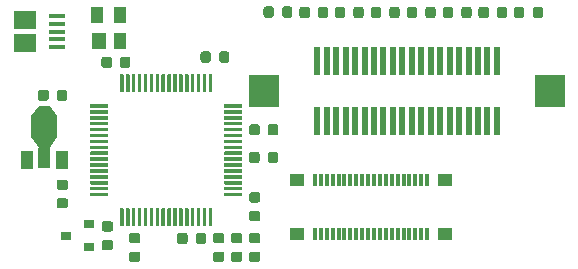
<source format=gbr>
G04 #@! TF.GenerationSoftware,KiCad,Pcbnew,5.1.5*
G04 #@! TF.CreationDate,2020-05-09T11:52:46+02:00*
G04 #@! TF.ProjectId,nucular-keyboard,6e756375-6c61-4722-9d6b-6579626f6172,rev?*
G04 #@! TF.SameCoordinates,Original*
G04 #@! TF.FileFunction,Paste,Top*
G04 #@! TF.FilePolarity,Positive*
%FSLAX46Y46*%
G04 Gerber Fmt 4.6, Leading zero omitted, Abs format (unit mm)*
G04 Created by KiCad (PCBNEW 5.1.5) date 2020-05-09 11:52:46*
%MOMM*%
%LPD*%
G04 APERTURE LIST*
%ADD10C,0.100000*%
%ADD11R,1.900000X1.500000*%
%ADD12R,1.350000X0.400000*%
%ADD13R,0.300000X1.000000*%
%ADD14R,1.200000X1.000000*%
%ADD15R,0.500000X2.400000*%
%ADD16R,2.500000X2.700000*%
%ADD17R,1.000000X1.500000*%
%ADD18R,1.000000X1.800000*%
%ADD19R,2.200000X1.840000*%
%ADD20R,0.900000X0.800000*%
%ADD21R,1.200000X1.400000*%
%ADD22R,1.000000X1.400000*%
G04 APERTURE END LIST*
D10*
G36*
X97496691Y-62547053D02*
G01*
X97517926Y-62550203D01*
X97538750Y-62555419D01*
X97558962Y-62562651D01*
X97578368Y-62571830D01*
X97596781Y-62582866D01*
X97614024Y-62595654D01*
X97629930Y-62610070D01*
X97644346Y-62625976D01*
X97657134Y-62643219D01*
X97668170Y-62661632D01*
X97677349Y-62681038D01*
X97684581Y-62701250D01*
X97689797Y-62722074D01*
X97692947Y-62743309D01*
X97694000Y-62764750D01*
X97694000Y-63277250D01*
X97692947Y-63298691D01*
X97689797Y-63319926D01*
X97684581Y-63340750D01*
X97677349Y-63360962D01*
X97668170Y-63380368D01*
X97657134Y-63398781D01*
X97644346Y-63416024D01*
X97629930Y-63431930D01*
X97614024Y-63446346D01*
X97596781Y-63459134D01*
X97578368Y-63470170D01*
X97558962Y-63479349D01*
X97538750Y-63486581D01*
X97517926Y-63491797D01*
X97496691Y-63494947D01*
X97475250Y-63496000D01*
X97037750Y-63496000D01*
X97016309Y-63494947D01*
X96995074Y-63491797D01*
X96974250Y-63486581D01*
X96954038Y-63479349D01*
X96934632Y-63470170D01*
X96916219Y-63459134D01*
X96898976Y-63446346D01*
X96883070Y-63431930D01*
X96868654Y-63416024D01*
X96855866Y-63398781D01*
X96844830Y-63380368D01*
X96835651Y-63360962D01*
X96828419Y-63340750D01*
X96823203Y-63319926D01*
X96820053Y-63298691D01*
X96819000Y-63277250D01*
X96819000Y-62764750D01*
X96820053Y-62743309D01*
X96823203Y-62722074D01*
X96828419Y-62701250D01*
X96835651Y-62681038D01*
X96844830Y-62661632D01*
X96855866Y-62643219D01*
X96868654Y-62625976D01*
X96883070Y-62610070D01*
X96898976Y-62595654D01*
X96916219Y-62582866D01*
X96934632Y-62571830D01*
X96954038Y-62562651D01*
X96974250Y-62555419D01*
X96995074Y-62550203D01*
X97016309Y-62547053D01*
X97037750Y-62546000D01*
X97475250Y-62546000D01*
X97496691Y-62547053D01*
G37*
G36*
X99071691Y-62547053D02*
G01*
X99092926Y-62550203D01*
X99113750Y-62555419D01*
X99133962Y-62562651D01*
X99153368Y-62571830D01*
X99171781Y-62582866D01*
X99189024Y-62595654D01*
X99204930Y-62610070D01*
X99219346Y-62625976D01*
X99232134Y-62643219D01*
X99243170Y-62661632D01*
X99252349Y-62681038D01*
X99259581Y-62701250D01*
X99264797Y-62722074D01*
X99267947Y-62743309D01*
X99269000Y-62764750D01*
X99269000Y-63277250D01*
X99267947Y-63298691D01*
X99264797Y-63319926D01*
X99259581Y-63340750D01*
X99252349Y-63360962D01*
X99243170Y-63380368D01*
X99232134Y-63398781D01*
X99219346Y-63416024D01*
X99204930Y-63431930D01*
X99189024Y-63446346D01*
X99171781Y-63459134D01*
X99153368Y-63470170D01*
X99133962Y-63479349D01*
X99113750Y-63486581D01*
X99092926Y-63491797D01*
X99071691Y-63494947D01*
X99050250Y-63496000D01*
X98612750Y-63496000D01*
X98591309Y-63494947D01*
X98570074Y-63491797D01*
X98549250Y-63486581D01*
X98529038Y-63479349D01*
X98509632Y-63470170D01*
X98491219Y-63459134D01*
X98473976Y-63446346D01*
X98458070Y-63431930D01*
X98443654Y-63416024D01*
X98430866Y-63398781D01*
X98419830Y-63380368D01*
X98410651Y-63360962D01*
X98403419Y-63340750D01*
X98398203Y-63319926D01*
X98395053Y-63298691D01*
X98394000Y-63277250D01*
X98394000Y-62764750D01*
X98395053Y-62743309D01*
X98398203Y-62722074D01*
X98403419Y-62701250D01*
X98410651Y-62681038D01*
X98419830Y-62661632D01*
X98430866Y-62643219D01*
X98443654Y-62625976D01*
X98458070Y-62610070D01*
X98473976Y-62595654D01*
X98491219Y-62582866D01*
X98509632Y-62571830D01*
X98529038Y-62562651D01*
X98549250Y-62555419D01*
X98570074Y-62550203D01*
X98591309Y-62547053D01*
X98612750Y-62546000D01*
X99050250Y-62546000D01*
X99071691Y-62547053D01*
G37*
G36*
X102094191Y-62547053D02*
G01*
X102115426Y-62550203D01*
X102136250Y-62555419D01*
X102156462Y-62562651D01*
X102175868Y-62571830D01*
X102194281Y-62582866D01*
X102211524Y-62595654D01*
X102227430Y-62610070D01*
X102241846Y-62625976D01*
X102254634Y-62643219D01*
X102265670Y-62661632D01*
X102274849Y-62681038D01*
X102282081Y-62701250D01*
X102287297Y-62722074D01*
X102290447Y-62743309D01*
X102291500Y-62764750D01*
X102291500Y-63277250D01*
X102290447Y-63298691D01*
X102287297Y-63319926D01*
X102282081Y-63340750D01*
X102274849Y-63360962D01*
X102265670Y-63380368D01*
X102254634Y-63398781D01*
X102241846Y-63416024D01*
X102227430Y-63431930D01*
X102211524Y-63446346D01*
X102194281Y-63459134D01*
X102175868Y-63470170D01*
X102156462Y-63479349D01*
X102136250Y-63486581D01*
X102115426Y-63491797D01*
X102094191Y-63494947D01*
X102072750Y-63496000D01*
X101635250Y-63496000D01*
X101613809Y-63494947D01*
X101592574Y-63491797D01*
X101571750Y-63486581D01*
X101551538Y-63479349D01*
X101532132Y-63470170D01*
X101513719Y-63459134D01*
X101496476Y-63446346D01*
X101480570Y-63431930D01*
X101466154Y-63416024D01*
X101453366Y-63398781D01*
X101442330Y-63380368D01*
X101433151Y-63360962D01*
X101425919Y-63340750D01*
X101420703Y-63319926D01*
X101417553Y-63298691D01*
X101416500Y-63277250D01*
X101416500Y-62764750D01*
X101417553Y-62743309D01*
X101420703Y-62722074D01*
X101425919Y-62701250D01*
X101433151Y-62681038D01*
X101442330Y-62661632D01*
X101453366Y-62643219D01*
X101466154Y-62625976D01*
X101480570Y-62610070D01*
X101496476Y-62595654D01*
X101513719Y-62582866D01*
X101532132Y-62571830D01*
X101551538Y-62562651D01*
X101571750Y-62555419D01*
X101592574Y-62550203D01*
X101613809Y-62547053D01*
X101635250Y-62546000D01*
X102072750Y-62546000D01*
X102094191Y-62547053D01*
G37*
G36*
X100519191Y-62547053D02*
G01*
X100540426Y-62550203D01*
X100561250Y-62555419D01*
X100581462Y-62562651D01*
X100600868Y-62571830D01*
X100619281Y-62582866D01*
X100636524Y-62595654D01*
X100652430Y-62610070D01*
X100666846Y-62625976D01*
X100679634Y-62643219D01*
X100690670Y-62661632D01*
X100699849Y-62681038D01*
X100707081Y-62701250D01*
X100712297Y-62722074D01*
X100715447Y-62743309D01*
X100716500Y-62764750D01*
X100716500Y-63277250D01*
X100715447Y-63298691D01*
X100712297Y-63319926D01*
X100707081Y-63340750D01*
X100699849Y-63360962D01*
X100690670Y-63380368D01*
X100679634Y-63398781D01*
X100666846Y-63416024D01*
X100652430Y-63431930D01*
X100636524Y-63446346D01*
X100619281Y-63459134D01*
X100600868Y-63470170D01*
X100581462Y-63479349D01*
X100561250Y-63486581D01*
X100540426Y-63491797D01*
X100519191Y-63494947D01*
X100497750Y-63496000D01*
X100060250Y-63496000D01*
X100038809Y-63494947D01*
X100017574Y-63491797D01*
X99996750Y-63486581D01*
X99976538Y-63479349D01*
X99957132Y-63470170D01*
X99938719Y-63459134D01*
X99921476Y-63446346D01*
X99905570Y-63431930D01*
X99891154Y-63416024D01*
X99878366Y-63398781D01*
X99867330Y-63380368D01*
X99858151Y-63360962D01*
X99850919Y-63340750D01*
X99845703Y-63319926D01*
X99842553Y-63298691D01*
X99841500Y-63277250D01*
X99841500Y-62764750D01*
X99842553Y-62743309D01*
X99845703Y-62722074D01*
X99850919Y-62701250D01*
X99858151Y-62681038D01*
X99867330Y-62661632D01*
X99878366Y-62643219D01*
X99891154Y-62625976D01*
X99905570Y-62610070D01*
X99921476Y-62595654D01*
X99938719Y-62582866D01*
X99957132Y-62571830D01*
X99976538Y-62562651D01*
X99996750Y-62555419D01*
X100017574Y-62550203D01*
X100038809Y-62547053D01*
X100060250Y-62546000D01*
X100497750Y-62546000D01*
X100519191Y-62547053D01*
G37*
G36*
X96023691Y-62547053D02*
G01*
X96044926Y-62550203D01*
X96065750Y-62555419D01*
X96085962Y-62562651D01*
X96105368Y-62571830D01*
X96123781Y-62582866D01*
X96141024Y-62595654D01*
X96156930Y-62610070D01*
X96171346Y-62625976D01*
X96184134Y-62643219D01*
X96195170Y-62661632D01*
X96204349Y-62681038D01*
X96211581Y-62701250D01*
X96216797Y-62722074D01*
X96219947Y-62743309D01*
X96221000Y-62764750D01*
X96221000Y-63277250D01*
X96219947Y-63298691D01*
X96216797Y-63319926D01*
X96211581Y-63340750D01*
X96204349Y-63360962D01*
X96195170Y-63380368D01*
X96184134Y-63398781D01*
X96171346Y-63416024D01*
X96156930Y-63431930D01*
X96141024Y-63446346D01*
X96123781Y-63459134D01*
X96105368Y-63470170D01*
X96085962Y-63479349D01*
X96065750Y-63486581D01*
X96044926Y-63491797D01*
X96023691Y-63494947D01*
X96002250Y-63496000D01*
X95564750Y-63496000D01*
X95543309Y-63494947D01*
X95522074Y-63491797D01*
X95501250Y-63486581D01*
X95481038Y-63479349D01*
X95461632Y-63470170D01*
X95443219Y-63459134D01*
X95425976Y-63446346D01*
X95410070Y-63431930D01*
X95395654Y-63416024D01*
X95382866Y-63398781D01*
X95371830Y-63380368D01*
X95362651Y-63360962D01*
X95355419Y-63340750D01*
X95350203Y-63319926D01*
X95347053Y-63298691D01*
X95346000Y-63277250D01*
X95346000Y-62764750D01*
X95347053Y-62743309D01*
X95350203Y-62722074D01*
X95355419Y-62701250D01*
X95362651Y-62681038D01*
X95371830Y-62661632D01*
X95382866Y-62643219D01*
X95395654Y-62625976D01*
X95410070Y-62610070D01*
X95425976Y-62595654D01*
X95443219Y-62582866D01*
X95461632Y-62571830D01*
X95481038Y-62562651D01*
X95501250Y-62555419D01*
X95522074Y-62550203D01*
X95543309Y-62547053D01*
X95564750Y-62546000D01*
X96002250Y-62546000D01*
X96023691Y-62547053D01*
G37*
G36*
X94448691Y-62547053D02*
G01*
X94469926Y-62550203D01*
X94490750Y-62555419D01*
X94510962Y-62562651D01*
X94530368Y-62571830D01*
X94548781Y-62582866D01*
X94566024Y-62595654D01*
X94581930Y-62610070D01*
X94596346Y-62625976D01*
X94609134Y-62643219D01*
X94620170Y-62661632D01*
X94629349Y-62681038D01*
X94636581Y-62701250D01*
X94641797Y-62722074D01*
X94644947Y-62743309D01*
X94646000Y-62764750D01*
X94646000Y-63277250D01*
X94644947Y-63298691D01*
X94641797Y-63319926D01*
X94636581Y-63340750D01*
X94629349Y-63360962D01*
X94620170Y-63380368D01*
X94609134Y-63398781D01*
X94596346Y-63416024D01*
X94581930Y-63431930D01*
X94566024Y-63446346D01*
X94548781Y-63459134D01*
X94530368Y-63470170D01*
X94510962Y-63479349D01*
X94490750Y-63486581D01*
X94469926Y-63491797D01*
X94448691Y-63494947D01*
X94427250Y-63496000D01*
X93989750Y-63496000D01*
X93968309Y-63494947D01*
X93947074Y-63491797D01*
X93926250Y-63486581D01*
X93906038Y-63479349D01*
X93886632Y-63470170D01*
X93868219Y-63459134D01*
X93850976Y-63446346D01*
X93835070Y-63431930D01*
X93820654Y-63416024D01*
X93807866Y-63398781D01*
X93796830Y-63380368D01*
X93787651Y-63360962D01*
X93780419Y-63340750D01*
X93775203Y-63319926D01*
X93772053Y-63298691D01*
X93771000Y-63277250D01*
X93771000Y-62764750D01*
X93772053Y-62743309D01*
X93775203Y-62722074D01*
X93780419Y-62701250D01*
X93787651Y-62681038D01*
X93796830Y-62661632D01*
X93807866Y-62643219D01*
X93820654Y-62625976D01*
X93835070Y-62610070D01*
X93850976Y-62595654D01*
X93868219Y-62582866D01*
X93886632Y-62571830D01*
X93906038Y-62562651D01*
X93926250Y-62555419D01*
X93947074Y-62550203D01*
X93968309Y-62547053D01*
X93989750Y-62546000D01*
X94427250Y-62546000D01*
X94448691Y-62547053D01*
G37*
G36*
X103529191Y-62547053D02*
G01*
X103550426Y-62550203D01*
X103571250Y-62555419D01*
X103591462Y-62562651D01*
X103610868Y-62571830D01*
X103629281Y-62582866D01*
X103646524Y-62595654D01*
X103662430Y-62610070D01*
X103676846Y-62625976D01*
X103689634Y-62643219D01*
X103700670Y-62661632D01*
X103709849Y-62681038D01*
X103717081Y-62701250D01*
X103722297Y-62722074D01*
X103725447Y-62743309D01*
X103726500Y-62764750D01*
X103726500Y-63277250D01*
X103725447Y-63298691D01*
X103722297Y-63319926D01*
X103717081Y-63340750D01*
X103709849Y-63360962D01*
X103700670Y-63380368D01*
X103689634Y-63398781D01*
X103676846Y-63416024D01*
X103662430Y-63431930D01*
X103646524Y-63446346D01*
X103629281Y-63459134D01*
X103610868Y-63470170D01*
X103591462Y-63479349D01*
X103571250Y-63486581D01*
X103550426Y-63491797D01*
X103529191Y-63494947D01*
X103507750Y-63496000D01*
X103070250Y-63496000D01*
X103048809Y-63494947D01*
X103027574Y-63491797D01*
X103006750Y-63486581D01*
X102986538Y-63479349D01*
X102967132Y-63470170D01*
X102948719Y-63459134D01*
X102931476Y-63446346D01*
X102915570Y-63431930D01*
X102901154Y-63416024D01*
X102888366Y-63398781D01*
X102877330Y-63380368D01*
X102868151Y-63360962D01*
X102860919Y-63340750D01*
X102855703Y-63319926D01*
X102852553Y-63298691D01*
X102851500Y-63277250D01*
X102851500Y-62764750D01*
X102852553Y-62743309D01*
X102855703Y-62722074D01*
X102860919Y-62701250D01*
X102868151Y-62681038D01*
X102877330Y-62661632D01*
X102888366Y-62643219D01*
X102901154Y-62625976D01*
X102915570Y-62610070D01*
X102931476Y-62595654D01*
X102948719Y-62582866D01*
X102967132Y-62571830D01*
X102986538Y-62562651D01*
X103006750Y-62555419D01*
X103027574Y-62550203D01*
X103048809Y-62547053D01*
X103070250Y-62546000D01*
X103507750Y-62546000D01*
X103529191Y-62547053D01*
G37*
G36*
X105104191Y-62547053D02*
G01*
X105125426Y-62550203D01*
X105146250Y-62555419D01*
X105166462Y-62562651D01*
X105185868Y-62571830D01*
X105204281Y-62582866D01*
X105221524Y-62595654D01*
X105237430Y-62610070D01*
X105251846Y-62625976D01*
X105264634Y-62643219D01*
X105275670Y-62661632D01*
X105284849Y-62681038D01*
X105292081Y-62701250D01*
X105297297Y-62722074D01*
X105300447Y-62743309D01*
X105301500Y-62764750D01*
X105301500Y-63277250D01*
X105300447Y-63298691D01*
X105297297Y-63319926D01*
X105292081Y-63340750D01*
X105284849Y-63360962D01*
X105275670Y-63380368D01*
X105264634Y-63398781D01*
X105251846Y-63416024D01*
X105237430Y-63431930D01*
X105221524Y-63446346D01*
X105204281Y-63459134D01*
X105185868Y-63470170D01*
X105166462Y-63479349D01*
X105146250Y-63486581D01*
X105125426Y-63491797D01*
X105104191Y-63494947D01*
X105082750Y-63496000D01*
X104645250Y-63496000D01*
X104623809Y-63494947D01*
X104602574Y-63491797D01*
X104581750Y-63486581D01*
X104561538Y-63479349D01*
X104542132Y-63470170D01*
X104523719Y-63459134D01*
X104506476Y-63446346D01*
X104490570Y-63431930D01*
X104476154Y-63416024D01*
X104463366Y-63398781D01*
X104452330Y-63380368D01*
X104443151Y-63360962D01*
X104435919Y-63340750D01*
X104430703Y-63319926D01*
X104427553Y-63298691D01*
X104426500Y-63277250D01*
X104426500Y-62764750D01*
X104427553Y-62743309D01*
X104430703Y-62722074D01*
X104435919Y-62701250D01*
X104443151Y-62681038D01*
X104452330Y-62661632D01*
X104463366Y-62643219D01*
X104476154Y-62625976D01*
X104490570Y-62610070D01*
X104506476Y-62595654D01*
X104523719Y-62582866D01*
X104542132Y-62571830D01*
X104561538Y-62562651D01*
X104581750Y-62555419D01*
X104602574Y-62550203D01*
X104623809Y-62547053D01*
X104645250Y-62546000D01*
X105082750Y-62546000D01*
X105104191Y-62547053D01*
G37*
G36*
X85368191Y-62547053D02*
G01*
X85389426Y-62550203D01*
X85410250Y-62555419D01*
X85430462Y-62562651D01*
X85449868Y-62571830D01*
X85468281Y-62582866D01*
X85485524Y-62595654D01*
X85501430Y-62610070D01*
X85515846Y-62625976D01*
X85528634Y-62643219D01*
X85539670Y-62661632D01*
X85548849Y-62681038D01*
X85556081Y-62701250D01*
X85561297Y-62722074D01*
X85564447Y-62743309D01*
X85565500Y-62764750D01*
X85565500Y-63277250D01*
X85564447Y-63298691D01*
X85561297Y-63319926D01*
X85556081Y-63340750D01*
X85548849Y-63360962D01*
X85539670Y-63380368D01*
X85528634Y-63398781D01*
X85515846Y-63416024D01*
X85501430Y-63431930D01*
X85485524Y-63446346D01*
X85468281Y-63459134D01*
X85449868Y-63470170D01*
X85430462Y-63479349D01*
X85410250Y-63486581D01*
X85389426Y-63491797D01*
X85368191Y-63494947D01*
X85346750Y-63496000D01*
X84909250Y-63496000D01*
X84887809Y-63494947D01*
X84866574Y-63491797D01*
X84845750Y-63486581D01*
X84825538Y-63479349D01*
X84806132Y-63470170D01*
X84787719Y-63459134D01*
X84770476Y-63446346D01*
X84754570Y-63431930D01*
X84740154Y-63416024D01*
X84727366Y-63398781D01*
X84716330Y-63380368D01*
X84707151Y-63360962D01*
X84699919Y-63340750D01*
X84694703Y-63319926D01*
X84691553Y-63298691D01*
X84690500Y-63277250D01*
X84690500Y-62764750D01*
X84691553Y-62743309D01*
X84694703Y-62722074D01*
X84699919Y-62701250D01*
X84707151Y-62681038D01*
X84716330Y-62661632D01*
X84727366Y-62643219D01*
X84740154Y-62625976D01*
X84754570Y-62610070D01*
X84770476Y-62595654D01*
X84787719Y-62582866D01*
X84806132Y-62571830D01*
X84825538Y-62562651D01*
X84845750Y-62555419D01*
X84866574Y-62550203D01*
X84887809Y-62547053D01*
X84909250Y-62546000D01*
X85346750Y-62546000D01*
X85368191Y-62547053D01*
G37*
G36*
X86943191Y-62547053D02*
G01*
X86964426Y-62550203D01*
X86985250Y-62555419D01*
X87005462Y-62562651D01*
X87024868Y-62571830D01*
X87043281Y-62582866D01*
X87060524Y-62595654D01*
X87076430Y-62610070D01*
X87090846Y-62625976D01*
X87103634Y-62643219D01*
X87114670Y-62661632D01*
X87123849Y-62681038D01*
X87131081Y-62701250D01*
X87136297Y-62722074D01*
X87139447Y-62743309D01*
X87140500Y-62764750D01*
X87140500Y-63277250D01*
X87139447Y-63298691D01*
X87136297Y-63319926D01*
X87131081Y-63340750D01*
X87123849Y-63360962D01*
X87114670Y-63380368D01*
X87103634Y-63398781D01*
X87090846Y-63416024D01*
X87076430Y-63431930D01*
X87060524Y-63446346D01*
X87043281Y-63459134D01*
X87024868Y-63470170D01*
X87005462Y-63479349D01*
X86985250Y-63486581D01*
X86964426Y-63491797D01*
X86943191Y-63494947D01*
X86921750Y-63496000D01*
X86484250Y-63496000D01*
X86462809Y-63494947D01*
X86441574Y-63491797D01*
X86420750Y-63486581D01*
X86400538Y-63479349D01*
X86381132Y-63470170D01*
X86362719Y-63459134D01*
X86345476Y-63446346D01*
X86329570Y-63431930D01*
X86315154Y-63416024D01*
X86302366Y-63398781D01*
X86291330Y-63380368D01*
X86282151Y-63360962D01*
X86274919Y-63340750D01*
X86269703Y-63319926D01*
X86266553Y-63298691D01*
X86265500Y-63277250D01*
X86265500Y-62764750D01*
X86266553Y-62743309D01*
X86269703Y-62722074D01*
X86274919Y-62701250D01*
X86282151Y-62681038D01*
X86291330Y-62661632D01*
X86302366Y-62643219D01*
X86315154Y-62625976D01*
X86329570Y-62610070D01*
X86345476Y-62595654D01*
X86362719Y-62582866D01*
X86381132Y-62571830D01*
X86400538Y-62562651D01*
X86420750Y-62555419D01*
X86441574Y-62550203D01*
X86462809Y-62547053D01*
X86484250Y-62546000D01*
X86921750Y-62546000D01*
X86943191Y-62547053D01*
G37*
G36*
X89927691Y-62547053D02*
G01*
X89948926Y-62550203D01*
X89969750Y-62555419D01*
X89989962Y-62562651D01*
X90009368Y-62571830D01*
X90027781Y-62582866D01*
X90045024Y-62595654D01*
X90060930Y-62610070D01*
X90075346Y-62625976D01*
X90088134Y-62643219D01*
X90099170Y-62661632D01*
X90108349Y-62681038D01*
X90115581Y-62701250D01*
X90120797Y-62722074D01*
X90123947Y-62743309D01*
X90125000Y-62764750D01*
X90125000Y-63277250D01*
X90123947Y-63298691D01*
X90120797Y-63319926D01*
X90115581Y-63340750D01*
X90108349Y-63360962D01*
X90099170Y-63380368D01*
X90088134Y-63398781D01*
X90075346Y-63416024D01*
X90060930Y-63431930D01*
X90045024Y-63446346D01*
X90027781Y-63459134D01*
X90009368Y-63470170D01*
X89989962Y-63479349D01*
X89969750Y-63486581D01*
X89948926Y-63491797D01*
X89927691Y-63494947D01*
X89906250Y-63496000D01*
X89468750Y-63496000D01*
X89447309Y-63494947D01*
X89426074Y-63491797D01*
X89405250Y-63486581D01*
X89385038Y-63479349D01*
X89365632Y-63470170D01*
X89347219Y-63459134D01*
X89329976Y-63446346D01*
X89314070Y-63431930D01*
X89299654Y-63416024D01*
X89286866Y-63398781D01*
X89275830Y-63380368D01*
X89266651Y-63360962D01*
X89259419Y-63340750D01*
X89254203Y-63319926D01*
X89251053Y-63298691D01*
X89250000Y-63277250D01*
X89250000Y-62764750D01*
X89251053Y-62743309D01*
X89254203Y-62722074D01*
X89259419Y-62701250D01*
X89266651Y-62681038D01*
X89275830Y-62661632D01*
X89286866Y-62643219D01*
X89299654Y-62625976D01*
X89314070Y-62610070D01*
X89329976Y-62595654D01*
X89347219Y-62582866D01*
X89365632Y-62571830D01*
X89385038Y-62562651D01*
X89405250Y-62555419D01*
X89426074Y-62550203D01*
X89447309Y-62547053D01*
X89468750Y-62546000D01*
X89906250Y-62546000D01*
X89927691Y-62547053D01*
G37*
G36*
X88352691Y-62547053D02*
G01*
X88373926Y-62550203D01*
X88394750Y-62555419D01*
X88414962Y-62562651D01*
X88434368Y-62571830D01*
X88452781Y-62582866D01*
X88470024Y-62595654D01*
X88485930Y-62610070D01*
X88500346Y-62625976D01*
X88513134Y-62643219D01*
X88524170Y-62661632D01*
X88533349Y-62681038D01*
X88540581Y-62701250D01*
X88545797Y-62722074D01*
X88548947Y-62743309D01*
X88550000Y-62764750D01*
X88550000Y-63277250D01*
X88548947Y-63298691D01*
X88545797Y-63319926D01*
X88540581Y-63340750D01*
X88533349Y-63360962D01*
X88524170Y-63380368D01*
X88513134Y-63398781D01*
X88500346Y-63416024D01*
X88485930Y-63431930D01*
X88470024Y-63446346D01*
X88452781Y-63459134D01*
X88434368Y-63470170D01*
X88414962Y-63479349D01*
X88394750Y-63486581D01*
X88373926Y-63491797D01*
X88352691Y-63494947D01*
X88331250Y-63496000D01*
X87893750Y-63496000D01*
X87872309Y-63494947D01*
X87851074Y-63491797D01*
X87830250Y-63486581D01*
X87810038Y-63479349D01*
X87790632Y-63470170D01*
X87772219Y-63459134D01*
X87754976Y-63446346D01*
X87739070Y-63431930D01*
X87724654Y-63416024D01*
X87711866Y-63398781D01*
X87700830Y-63380368D01*
X87691651Y-63360962D01*
X87684419Y-63340750D01*
X87679203Y-63319926D01*
X87676053Y-63298691D01*
X87675000Y-63277250D01*
X87675000Y-62764750D01*
X87676053Y-62743309D01*
X87679203Y-62722074D01*
X87684419Y-62701250D01*
X87691651Y-62681038D01*
X87700830Y-62661632D01*
X87711866Y-62643219D01*
X87724654Y-62625976D01*
X87739070Y-62610070D01*
X87754976Y-62595654D01*
X87772219Y-62582866D01*
X87790632Y-62571830D01*
X87810038Y-62562651D01*
X87830250Y-62555419D01*
X87851074Y-62550203D01*
X87872309Y-62547053D01*
X87893750Y-62546000D01*
X88331250Y-62546000D01*
X88352691Y-62547053D01*
G37*
G36*
X91400691Y-62547053D02*
G01*
X91421926Y-62550203D01*
X91442750Y-62555419D01*
X91462962Y-62562651D01*
X91482368Y-62571830D01*
X91500781Y-62582866D01*
X91518024Y-62595654D01*
X91533930Y-62610070D01*
X91548346Y-62625976D01*
X91561134Y-62643219D01*
X91572170Y-62661632D01*
X91581349Y-62681038D01*
X91588581Y-62701250D01*
X91593797Y-62722074D01*
X91596947Y-62743309D01*
X91598000Y-62764750D01*
X91598000Y-63277250D01*
X91596947Y-63298691D01*
X91593797Y-63319926D01*
X91588581Y-63340750D01*
X91581349Y-63360962D01*
X91572170Y-63380368D01*
X91561134Y-63398781D01*
X91548346Y-63416024D01*
X91533930Y-63431930D01*
X91518024Y-63446346D01*
X91500781Y-63459134D01*
X91482368Y-63470170D01*
X91462962Y-63479349D01*
X91442750Y-63486581D01*
X91421926Y-63491797D01*
X91400691Y-63494947D01*
X91379250Y-63496000D01*
X90941750Y-63496000D01*
X90920309Y-63494947D01*
X90899074Y-63491797D01*
X90878250Y-63486581D01*
X90858038Y-63479349D01*
X90838632Y-63470170D01*
X90820219Y-63459134D01*
X90802976Y-63446346D01*
X90787070Y-63431930D01*
X90772654Y-63416024D01*
X90759866Y-63398781D01*
X90748830Y-63380368D01*
X90739651Y-63360962D01*
X90732419Y-63340750D01*
X90727203Y-63319926D01*
X90724053Y-63298691D01*
X90723000Y-63277250D01*
X90723000Y-62764750D01*
X90724053Y-62743309D01*
X90727203Y-62722074D01*
X90732419Y-62701250D01*
X90739651Y-62681038D01*
X90748830Y-62661632D01*
X90759866Y-62643219D01*
X90772654Y-62625976D01*
X90787070Y-62610070D01*
X90802976Y-62595654D01*
X90820219Y-62582866D01*
X90838632Y-62571830D01*
X90858038Y-62562651D01*
X90878250Y-62555419D01*
X90899074Y-62550203D01*
X90920309Y-62547053D01*
X90941750Y-62546000D01*
X91379250Y-62546000D01*
X91400691Y-62547053D01*
G37*
G36*
X92975691Y-62547053D02*
G01*
X92996926Y-62550203D01*
X93017750Y-62555419D01*
X93037962Y-62562651D01*
X93057368Y-62571830D01*
X93075781Y-62582866D01*
X93093024Y-62595654D01*
X93108930Y-62610070D01*
X93123346Y-62625976D01*
X93136134Y-62643219D01*
X93147170Y-62661632D01*
X93156349Y-62681038D01*
X93163581Y-62701250D01*
X93168797Y-62722074D01*
X93171947Y-62743309D01*
X93173000Y-62764750D01*
X93173000Y-63277250D01*
X93171947Y-63298691D01*
X93168797Y-63319926D01*
X93163581Y-63340750D01*
X93156349Y-63360962D01*
X93147170Y-63380368D01*
X93136134Y-63398781D01*
X93123346Y-63416024D01*
X93108930Y-63431930D01*
X93093024Y-63446346D01*
X93075781Y-63459134D01*
X93057368Y-63470170D01*
X93037962Y-63479349D01*
X93017750Y-63486581D01*
X92996926Y-63491797D01*
X92975691Y-63494947D01*
X92954250Y-63496000D01*
X92516750Y-63496000D01*
X92495309Y-63494947D01*
X92474074Y-63491797D01*
X92453250Y-63486581D01*
X92433038Y-63479349D01*
X92413632Y-63470170D01*
X92395219Y-63459134D01*
X92377976Y-63446346D01*
X92362070Y-63431930D01*
X92347654Y-63416024D01*
X92334866Y-63398781D01*
X92323830Y-63380368D01*
X92314651Y-63360962D01*
X92307419Y-63340750D01*
X92302203Y-63319926D01*
X92299053Y-63298691D01*
X92298000Y-63277250D01*
X92298000Y-62764750D01*
X92299053Y-62743309D01*
X92302203Y-62722074D01*
X92307419Y-62701250D01*
X92314651Y-62681038D01*
X92323830Y-62661632D01*
X92334866Y-62643219D01*
X92347654Y-62625976D01*
X92362070Y-62610070D01*
X92377976Y-62595654D01*
X92395219Y-62582866D01*
X92413632Y-62571830D01*
X92433038Y-62562651D01*
X92453250Y-62555419D01*
X92474074Y-62550203D01*
X92495309Y-62547053D01*
X92516750Y-62546000D01*
X92954250Y-62546000D01*
X92975691Y-62547053D01*
G37*
D11*
X61450000Y-63643000D03*
D12*
X64150000Y-64643000D03*
X64150000Y-65293000D03*
X64150000Y-65943000D03*
X64150000Y-63343000D03*
X64150000Y-63993000D03*
D11*
X61450000Y-65643000D03*
D13*
X95500000Y-81800000D03*
X95500000Y-77200000D03*
X95000000Y-81800000D03*
X95000000Y-77200000D03*
X94500000Y-81800000D03*
X94500000Y-77200000D03*
X94000000Y-81800000D03*
X94000000Y-77200000D03*
X93500000Y-81800000D03*
X93500000Y-77200000D03*
X93000000Y-81800000D03*
X93000000Y-77200000D03*
X92500000Y-81800000D03*
X92500000Y-77200000D03*
X92000000Y-81800000D03*
X92000000Y-77200000D03*
X91500000Y-81800000D03*
X91500000Y-77200000D03*
X91000000Y-81800000D03*
X91000000Y-77200000D03*
X90500000Y-81800000D03*
X90500000Y-77200000D03*
X90000000Y-81800000D03*
X90000000Y-77200000D03*
X89500000Y-81800000D03*
X89500000Y-77200000D03*
X89000000Y-81800000D03*
X89000000Y-77200000D03*
X88500000Y-81800000D03*
X88500000Y-77200000D03*
X88000000Y-81800000D03*
X88000000Y-77200000D03*
X87500000Y-81800000D03*
X87500000Y-77200000D03*
X87000000Y-81800000D03*
X87000000Y-77200000D03*
X86500000Y-81800000D03*
X86500000Y-77200000D03*
X86000000Y-81800000D03*
X86000000Y-77200000D03*
D14*
X97000000Y-81800000D03*
X97000000Y-77200000D03*
X84500000Y-77200000D03*
X84500000Y-81800000D03*
D15*
X101400000Y-72250000D03*
X101400000Y-67150000D03*
X100600000Y-72250000D03*
X100600000Y-67150000D03*
X99800000Y-72250000D03*
X99800000Y-67150000D03*
X99000000Y-72250000D03*
X99000000Y-67150000D03*
X98200000Y-72250000D03*
X98200000Y-67150000D03*
X97400000Y-72250000D03*
X97400000Y-67150000D03*
X96600000Y-72250000D03*
X96600000Y-67150000D03*
X95800000Y-72250000D03*
X95800000Y-67150000D03*
X95000000Y-72250000D03*
X95000000Y-67150000D03*
X94200000Y-72250000D03*
X94200000Y-67150000D03*
X93400000Y-72250000D03*
X93400000Y-67150000D03*
X92600000Y-72250000D03*
X92600000Y-67150000D03*
X91800000Y-72250000D03*
X91800000Y-67150000D03*
X91000000Y-72250000D03*
X91000000Y-67150000D03*
X90200000Y-72250000D03*
X90200000Y-67150000D03*
X89400000Y-72250000D03*
X89400000Y-67150000D03*
X88600000Y-72250000D03*
X88600000Y-67150000D03*
X87800000Y-72250000D03*
X87800000Y-67150000D03*
X87000000Y-72250000D03*
X87000000Y-67150000D03*
X86200000Y-72250000D03*
X86200000Y-67150000D03*
D16*
X105900000Y-69700000D03*
X81700000Y-69700000D03*
D10*
G36*
X63252691Y-69566553D02*
G01*
X63273926Y-69569703D01*
X63294750Y-69574919D01*
X63314962Y-69582151D01*
X63334368Y-69591330D01*
X63352781Y-69602366D01*
X63370024Y-69615154D01*
X63385930Y-69629570D01*
X63400346Y-69645476D01*
X63413134Y-69662719D01*
X63424170Y-69681132D01*
X63433349Y-69700538D01*
X63440581Y-69720750D01*
X63445797Y-69741574D01*
X63448947Y-69762809D01*
X63450000Y-69784250D01*
X63450000Y-70296750D01*
X63448947Y-70318191D01*
X63445797Y-70339426D01*
X63440581Y-70360250D01*
X63433349Y-70380462D01*
X63424170Y-70399868D01*
X63413134Y-70418281D01*
X63400346Y-70435524D01*
X63385930Y-70451430D01*
X63370024Y-70465846D01*
X63352781Y-70478634D01*
X63334368Y-70489670D01*
X63314962Y-70498849D01*
X63294750Y-70506081D01*
X63273926Y-70511297D01*
X63252691Y-70514447D01*
X63231250Y-70515500D01*
X62793750Y-70515500D01*
X62772309Y-70514447D01*
X62751074Y-70511297D01*
X62730250Y-70506081D01*
X62710038Y-70498849D01*
X62690632Y-70489670D01*
X62672219Y-70478634D01*
X62654976Y-70465846D01*
X62639070Y-70451430D01*
X62624654Y-70435524D01*
X62611866Y-70418281D01*
X62600830Y-70399868D01*
X62591651Y-70380462D01*
X62584419Y-70360250D01*
X62579203Y-70339426D01*
X62576053Y-70318191D01*
X62575000Y-70296750D01*
X62575000Y-69784250D01*
X62576053Y-69762809D01*
X62579203Y-69741574D01*
X62584419Y-69720750D01*
X62591651Y-69700538D01*
X62600830Y-69681132D01*
X62611866Y-69662719D01*
X62624654Y-69645476D01*
X62639070Y-69629570D01*
X62654976Y-69615154D01*
X62672219Y-69602366D01*
X62690632Y-69591330D01*
X62710038Y-69582151D01*
X62730250Y-69574919D01*
X62751074Y-69569703D01*
X62772309Y-69566553D01*
X62793750Y-69565500D01*
X63231250Y-69565500D01*
X63252691Y-69566553D01*
G37*
G36*
X64827691Y-69566553D02*
G01*
X64848926Y-69569703D01*
X64869750Y-69574919D01*
X64889962Y-69582151D01*
X64909368Y-69591330D01*
X64927781Y-69602366D01*
X64945024Y-69615154D01*
X64960930Y-69629570D01*
X64975346Y-69645476D01*
X64988134Y-69662719D01*
X64999170Y-69681132D01*
X65008349Y-69700538D01*
X65015581Y-69720750D01*
X65020797Y-69741574D01*
X65023947Y-69762809D01*
X65025000Y-69784250D01*
X65025000Y-70296750D01*
X65023947Y-70318191D01*
X65020797Y-70339426D01*
X65015581Y-70360250D01*
X65008349Y-70380462D01*
X64999170Y-70399868D01*
X64988134Y-70418281D01*
X64975346Y-70435524D01*
X64960930Y-70451430D01*
X64945024Y-70465846D01*
X64927781Y-70478634D01*
X64909368Y-70489670D01*
X64889962Y-70498849D01*
X64869750Y-70506081D01*
X64848926Y-70511297D01*
X64827691Y-70514447D01*
X64806250Y-70515500D01*
X64368750Y-70515500D01*
X64347309Y-70514447D01*
X64326074Y-70511297D01*
X64305250Y-70506081D01*
X64285038Y-70498849D01*
X64265632Y-70489670D01*
X64247219Y-70478634D01*
X64229976Y-70465846D01*
X64214070Y-70451430D01*
X64199654Y-70435524D01*
X64186866Y-70418281D01*
X64175830Y-70399868D01*
X64166651Y-70380462D01*
X64159419Y-70360250D01*
X64154203Y-70339426D01*
X64151053Y-70318191D01*
X64150000Y-70296750D01*
X64150000Y-69784250D01*
X64151053Y-69762809D01*
X64154203Y-69741574D01*
X64159419Y-69720750D01*
X64166651Y-69700538D01*
X64175830Y-69681132D01*
X64186866Y-69662719D01*
X64199654Y-69645476D01*
X64214070Y-69629570D01*
X64229976Y-69615154D01*
X64247219Y-69602366D01*
X64265632Y-69591330D01*
X64285038Y-69582151D01*
X64305250Y-69574919D01*
X64326074Y-69569703D01*
X64347309Y-69566553D01*
X64368750Y-69565500D01*
X64806250Y-69565500D01*
X64827691Y-69566553D01*
G37*
G36*
X64877691Y-78751053D02*
G01*
X64898926Y-78754203D01*
X64919750Y-78759419D01*
X64939962Y-78766651D01*
X64959368Y-78775830D01*
X64977781Y-78786866D01*
X64995024Y-78799654D01*
X65010930Y-78814070D01*
X65025346Y-78829976D01*
X65038134Y-78847219D01*
X65049170Y-78865632D01*
X65058349Y-78885038D01*
X65065581Y-78905250D01*
X65070797Y-78926074D01*
X65073947Y-78947309D01*
X65075000Y-78968750D01*
X65075000Y-79406250D01*
X65073947Y-79427691D01*
X65070797Y-79448926D01*
X65065581Y-79469750D01*
X65058349Y-79489962D01*
X65049170Y-79509368D01*
X65038134Y-79527781D01*
X65025346Y-79545024D01*
X65010930Y-79560930D01*
X64995024Y-79575346D01*
X64977781Y-79588134D01*
X64959368Y-79599170D01*
X64939962Y-79608349D01*
X64919750Y-79615581D01*
X64898926Y-79620797D01*
X64877691Y-79623947D01*
X64856250Y-79625000D01*
X64343750Y-79625000D01*
X64322309Y-79623947D01*
X64301074Y-79620797D01*
X64280250Y-79615581D01*
X64260038Y-79608349D01*
X64240632Y-79599170D01*
X64222219Y-79588134D01*
X64204976Y-79575346D01*
X64189070Y-79560930D01*
X64174654Y-79545024D01*
X64161866Y-79527781D01*
X64150830Y-79509368D01*
X64141651Y-79489962D01*
X64134419Y-79469750D01*
X64129203Y-79448926D01*
X64126053Y-79427691D01*
X64125000Y-79406250D01*
X64125000Y-78968750D01*
X64126053Y-78947309D01*
X64129203Y-78926074D01*
X64134419Y-78905250D01*
X64141651Y-78885038D01*
X64150830Y-78865632D01*
X64161866Y-78847219D01*
X64174654Y-78829976D01*
X64189070Y-78814070D01*
X64204976Y-78799654D01*
X64222219Y-78786866D01*
X64240632Y-78775830D01*
X64260038Y-78766651D01*
X64280250Y-78759419D01*
X64301074Y-78754203D01*
X64322309Y-78751053D01*
X64343750Y-78750000D01*
X64856250Y-78750000D01*
X64877691Y-78751053D01*
G37*
G36*
X64877691Y-77176053D02*
G01*
X64898926Y-77179203D01*
X64919750Y-77184419D01*
X64939962Y-77191651D01*
X64959368Y-77200830D01*
X64977781Y-77211866D01*
X64995024Y-77224654D01*
X65010930Y-77239070D01*
X65025346Y-77254976D01*
X65038134Y-77272219D01*
X65049170Y-77290632D01*
X65058349Y-77310038D01*
X65065581Y-77330250D01*
X65070797Y-77351074D01*
X65073947Y-77372309D01*
X65075000Y-77393750D01*
X65075000Y-77831250D01*
X65073947Y-77852691D01*
X65070797Y-77873926D01*
X65065581Y-77894750D01*
X65058349Y-77914962D01*
X65049170Y-77934368D01*
X65038134Y-77952781D01*
X65025346Y-77970024D01*
X65010930Y-77985930D01*
X64995024Y-78000346D01*
X64977781Y-78013134D01*
X64959368Y-78024170D01*
X64939962Y-78033349D01*
X64919750Y-78040581D01*
X64898926Y-78045797D01*
X64877691Y-78048947D01*
X64856250Y-78050000D01*
X64343750Y-78050000D01*
X64322309Y-78048947D01*
X64301074Y-78045797D01*
X64280250Y-78040581D01*
X64260038Y-78033349D01*
X64240632Y-78024170D01*
X64222219Y-78013134D01*
X64204976Y-78000346D01*
X64189070Y-77985930D01*
X64174654Y-77970024D01*
X64161866Y-77952781D01*
X64150830Y-77934368D01*
X64141651Y-77914962D01*
X64134419Y-77894750D01*
X64129203Y-77873926D01*
X64126053Y-77852691D01*
X64125000Y-77831250D01*
X64125000Y-77393750D01*
X64126053Y-77372309D01*
X64129203Y-77351074D01*
X64134419Y-77330250D01*
X64141651Y-77310038D01*
X64150830Y-77290632D01*
X64161866Y-77272219D01*
X64174654Y-77254976D01*
X64189070Y-77239070D01*
X64204976Y-77224654D01*
X64222219Y-77211866D01*
X64240632Y-77200830D01*
X64260038Y-77191651D01*
X64280250Y-77184419D01*
X64301074Y-77179203D01*
X64322309Y-77176053D01*
X64343750Y-77175000D01*
X64856250Y-77175000D01*
X64877691Y-77176053D01*
G37*
G36*
X62000000Y-71798000D02*
G01*
X62600000Y-70948000D01*
X63600000Y-70948000D01*
X64200000Y-71798000D01*
X62000000Y-71798000D01*
G37*
D17*
X61600000Y-75520000D03*
D18*
X63100000Y-75373500D03*
D17*
X64600000Y-75520000D03*
D19*
X63100000Y-72706500D03*
D10*
G36*
X64200000Y-73616200D02*
G01*
X63500000Y-74616200D01*
X62700000Y-74616200D01*
X62000000Y-73616200D01*
X64200000Y-73616200D01*
G37*
D20*
X66880000Y-82880000D03*
X66880000Y-80980000D03*
X64880000Y-81930000D03*
D21*
X67746500Y-65425500D03*
D22*
X69466500Y-65425500D03*
X69466500Y-63225500D03*
X67566500Y-63225500D03*
D10*
G36*
X77232351Y-79600361D02*
G01*
X77239632Y-79601441D01*
X77246771Y-79603229D01*
X77253701Y-79605709D01*
X77260355Y-79608856D01*
X77266668Y-79612640D01*
X77272579Y-79617024D01*
X77278033Y-79621967D01*
X77282976Y-79627421D01*
X77287360Y-79633332D01*
X77291144Y-79639645D01*
X77294291Y-79646299D01*
X77296771Y-79653229D01*
X77298559Y-79660368D01*
X77299639Y-79667649D01*
X77300000Y-79675000D01*
X77300000Y-81075000D01*
X77299639Y-81082351D01*
X77298559Y-81089632D01*
X77296771Y-81096771D01*
X77294291Y-81103701D01*
X77291144Y-81110355D01*
X77287360Y-81116668D01*
X77282976Y-81122579D01*
X77278033Y-81128033D01*
X77272579Y-81132976D01*
X77266668Y-81137360D01*
X77260355Y-81141144D01*
X77253701Y-81144291D01*
X77246771Y-81146771D01*
X77239632Y-81148559D01*
X77232351Y-81149639D01*
X77225000Y-81150000D01*
X77075000Y-81150000D01*
X77067649Y-81149639D01*
X77060368Y-81148559D01*
X77053229Y-81146771D01*
X77046299Y-81144291D01*
X77039645Y-81141144D01*
X77033332Y-81137360D01*
X77027421Y-81132976D01*
X77021967Y-81128033D01*
X77017024Y-81122579D01*
X77012640Y-81116668D01*
X77008856Y-81110355D01*
X77005709Y-81103701D01*
X77003229Y-81096771D01*
X77001441Y-81089632D01*
X77000361Y-81082351D01*
X77000000Y-81075000D01*
X77000000Y-79675000D01*
X77000361Y-79667649D01*
X77001441Y-79660368D01*
X77003229Y-79653229D01*
X77005709Y-79646299D01*
X77008856Y-79639645D01*
X77012640Y-79633332D01*
X77017024Y-79627421D01*
X77021967Y-79621967D01*
X77027421Y-79617024D01*
X77033332Y-79612640D01*
X77039645Y-79608856D01*
X77046299Y-79605709D01*
X77053229Y-79603229D01*
X77060368Y-79601441D01*
X77067649Y-79600361D01*
X77075000Y-79600000D01*
X77225000Y-79600000D01*
X77232351Y-79600361D01*
G37*
G36*
X76732351Y-79600361D02*
G01*
X76739632Y-79601441D01*
X76746771Y-79603229D01*
X76753701Y-79605709D01*
X76760355Y-79608856D01*
X76766668Y-79612640D01*
X76772579Y-79617024D01*
X76778033Y-79621967D01*
X76782976Y-79627421D01*
X76787360Y-79633332D01*
X76791144Y-79639645D01*
X76794291Y-79646299D01*
X76796771Y-79653229D01*
X76798559Y-79660368D01*
X76799639Y-79667649D01*
X76800000Y-79675000D01*
X76800000Y-81075000D01*
X76799639Y-81082351D01*
X76798559Y-81089632D01*
X76796771Y-81096771D01*
X76794291Y-81103701D01*
X76791144Y-81110355D01*
X76787360Y-81116668D01*
X76782976Y-81122579D01*
X76778033Y-81128033D01*
X76772579Y-81132976D01*
X76766668Y-81137360D01*
X76760355Y-81141144D01*
X76753701Y-81144291D01*
X76746771Y-81146771D01*
X76739632Y-81148559D01*
X76732351Y-81149639D01*
X76725000Y-81150000D01*
X76575000Y-81150000D01*
X76567649Y-81149639D01*
X76560368Y-81148559D01*
X76553229Y-81146771D01*
X76546299Y-81144291D01*
X76539645Y-81141144D01*
X76533332Y-81137360D01*
X76527421Y-81132976D01*
X76521967Y-81128033D01*
X76517024Y-81122579D01*
X76512640Y-81116668D01*
X76508856Y-81110355D01*
X76505709Y-81103701D01*
X76503229Y-81096771D01*
X76501441Y-81089632D01*
X76500361Y-81082351D01*
X76500000Y-81075000D01*
X76500000Y-79675000D01*
X76500361Y-79667649D01*
X76501441Y-79660368D01*
X76503229Y-79653229D01*
X76505709Y-79646299D01*
X76508856Y-79639645D01*
X76512640Y-79633332D01*
X76517024Y-79627421D01*
X76521967Y-79621967D01*
X76527421Y-79617024D01*
X76533332Y-79612640D01*
X76539645Y-79608856D01*
X76546299Y-79605709D01*
X76553229Y-79603229D01*
X76560368Y-79601441D01*
X76567649Y-79600361D01*
X76575000Y-79600000D01*
X76725000Y-79600000D01*
X76732351Y-79600361D01*
G37*
G36*
X76232351Y-79600361D02*
G01*
X76239632Y-79601441D01*
X76246771Y-79603229D01*
X76253701Y-79605709D01*
X76260355Y-79608856D01*
X76266668Y-79612640D01*
X76272579Y-79617024D01*
X76278033Y-79621967D01*
X76282976Y-79627421D01*
X76287360Y-79633332D01*
X76291144Y-79639645D01*
X76294291Y-79646299D01*
X76296771Y-79653229D01*
X76298559Y-79660368D01*
X76299639Y-79667649D01*
X76300000Y-79675000D01*
X76300000Y-81075000D01*
X76299639Y-81082351D01*
X76298559Y-81089632D01*
X76296771Y-81096771D01*
X76294291Y-81103701D01*
X76291144Y-81110355D01*
X76287360Y-81116668D01*
X76282976Y-81122579D01*
X76278033Y-81128033D01*
X76272579Y-81132976D01*
X76266668Y-81137360D01*
X76260355Y-81141144D01*
X76253701Y-81144291D01*
X76246771Y-81146771D01*
X76239632Y-81148559D01*
X76232351Y-81149639D01*
X76225000Y-81150000D01*
X76075000Y-81150000D01*
X76067649Y-81149639D01*
X76060368Y-81148559D01*
X76053229Y-81146771D01*
X76046299Y-81144291D01*
X76039645Y-81141144D01*
X76033332Y-81137360D01*
X76027421Y-81132976D01*
X76021967Y-81128033D01*
X76017024Y-81122579D01*
X76012640Y-81116668D01*
X76008856Y-81110355D01*
X76005709Y-81103701D01*
X76003229Y-81096771D01*
X76001441Y-81089632D01*
X76000361Y-81082351D01*
X76000000Y-81075000D01*
X76000000Y-79675000D01*
X76000361Y-79667649D01*
X76001441Y-79660368D01*
X76003229Y-79653229D01*
X76005709Y-79646299D01*
X76008856Y-79639645D01*
X76012640Y-79633332D01*
X76017024Y-79627421D01*
X76021967Y-79621967D01*
X76027421Y-79617024D01*
X76033332Y-79612640D01*
X76039645Y-79608856D01*
X76046299Y-79605709D01*
X76053229Y-79603229D01*
X76060368Y-79601441D01*
X76067649Y-79600361D01*
X76075000Y-79600000D01*
X76225000Y-79600000D01*
X76232351Y-79600361D01*
G37*
G36*
X75732351Y-79600361D02*
G01*
X75739632Y-79601441D01*
X75746771Y-79603229D01*
X75753701Y-79605709D01*
X75760355Y-79608856D01*
X75766668Y-79612640D01*
X75772579Y-79617024D01*
X75778033Y-79621967D01*
X75782976Y-79627421D01*
X75787360Y-79633332D01*
X75791144Y-79639645D01*
X75794291Y-79646299D01*
X75796771Y-79653229D01*
X75798559Y-79660368D01*
X75799639Y-79667649D01*
X75800000Y-79675000D01*
X75800000Y-81075000D01*
X75799639Y-81082351D01*
X75798559Y-81089632D01*
X75796771Y-81096771D01*
X75794291Y-81103701D01*
X75791144Y-81110355D01*
X75787360Y-81116668D01*
X75782976Y-81122579D01*
X75778033Y-81128033D01*
X75772579Y-81132976D01*
X75766668Y-81137360D01*
X75760355Y-81141144D01*
X75753701Y-81144291D01*
X75746771Y-81146771D01*
X75739632Y-81148559D01*
X75732351Y-81149639D01*
X75725000Y-81150000D01*
X75575000Y-81150000D01*
X75567649Y-81149639D01*
X75560368Y-81148559D01*
X75553229Y-81146771D01*
X75546299Y-81144291D01*
X75539645Y-81141144D01*
X75533332Y-81137360D01*
X75527421Y-81132976D01*
X75521967Y-81128033D01*
X75517024Y-81122579D01*
X75512640Y-81116668D01*
X75508856Y-81110355D01*
X75505709Y-81103701D01*
X75503229Y-81096771D01*
X75501441Y-81089632D01*
X75500361Y-81082351D01*
X75500000Y-81075000D01*
X75500000Y-79675000D01*
X75500361Y-79667649D01*
X75501441Y-79660368D01*
X75503229Y-79653229D01*
X75505709Y-79646299D01*
X75508856Y-79639645D01*
X75512640Y-79633332D01*
X75517024Y-79627421D01*
X75521967Y-79621967D01*
X75527421Y-79617024D01*
X75533332Y-79612640D01*
X75539645Y-79608856D01*
X75546299Y-79605709D01*
X75553229Y-79603229D01*
X75560368Y-79601441D01*
X75567649Y-79600361D01*
X75575000Y-79600000D01*
X75725000Y-79600000D01*
X75732351Y-79600361D01*
G37*
G36*
X75232351Y-79600361D02*
G01*
X75239632Y-79601441D01*
X75246771Y-79603229D01*
X75253701Y-79605709D01*
X75260355Y-79608856D01*
X75266668Y-79612640D01*
X75272579Y-79617024D01*
X75278033Y-79621967D01*
X75282976Y-79627421D01*
X75287360Y-79633332D01*
X75291144Y-79639645D01*
X75294291Y-79646299D01*
X75296771Y-79653229D01*
X75298559Y-79660368D01*
X75299639Y-79667649D01*
X75300000Y-79675000D01*
X75300000Y-81075000D01*
X75299639Y-81082351D01*
X75298559Y-81089632D01*
X75296771Y-81096771D01*
X75294291Y-81103701D01*
X75291144Y-81110355D01*
X75287360Y-81116668D01*
X75282976Y-81122579D01*
X75278033Y-81128033D01*
X75272579Y-81132976D01*
X75266668Y-81137360D01*
X75260355Y-81141144D01*
X75253701Y-81144291D01*
X75246771Y-81146771D01*
X75239632Y-81148559D01*
X75232351Y-81149639D01*
X75225000Y-81150000D01*
X75075000Y-81150000D01*
X75067649Y-81149639D01*
X75060368Y-81148559D01*
X75053229Y-81146771D01*
X75046299Y-81144291D01*
X75039645Y-81141144D01*
X75033332Y-81137360D01*
X75027421Y-81132976D01*
X75021967Y-81128033D01*
X75017024Y-81122579D01*
X75012640Y-81116668D01*
X75008856Y-81110355D01*
X75005709Y-81103701D01*
X75003229Y-81096771D01*
X75001441Y-81089632D01*
X75000361Y-81082351D01*
X75000000Y-81075000D01*
X75000000Y-79675000D01*
X75000361Y-79667649D01*
X75001441Y-79660368D01*
X75003229Y-79653229D01*
X75005709Y-79646299D01*
X75008856Y-79639645D01*
X75012640Y-79633332D01*
X75017024Y-79627421D01*
X75021967Y-79621967D01*
X75027421Y-79617024D01*
X75033332Y-79612640D01*
X75039645Y-79608856D01*
X75046299Y-79605709D01*
X75053229Y-79603229D01*
X75060368Y-79601441D01*
X75067649Y-79600361D01*
X75075000Y-79600000D01*
X75225000Y-79600000D01*
X75232351Y-79600361D01*
G37*
G36*
X74732351Y-79600361D02*
G01*
X74739632Y-79601441D01*
X74746771Y-79603229D01*
X74753701Y-79605709D01*
X74760355Y-79608856D01*
X74766668Y-79612640D01*
X74772579Y-79617024D01*
X74778033Y-79621967D01*
X74782976Y-79627421D01*
X74787360Y-79633332D01*
X74791144Y-79639645D01*
X74794291Y-79646299D01*
X74796771Y-79653229D01*
X74798559Y-79660368D01*
X74799639Y-79667649D01*
X74800000Y-79675000D01*
X74800000Y-81075000D01*
X74799639Y-81082351D01*
X74798559Y-81089632D01*
X74796771Y-81096771D01*
X74794291Y-81103701D01*
X74791144Y-81110355D01*
X74787360Y-81116668D01*
X74782976Y-81122579D01*
X74778033Y-81128033D01*
X74772579Y-81132976D01*
X74766668Y-81137360D01*
X74760355Y-81141144D01*
X74753701Y-81144291D01*
X74746771Y-81146771D01*
X74739632Y-81148559D01*
X74732351Y-81149639D01*
X74725000Y-81150000D01*
X74575000Y-81150000D01*
X74567649Y-81149639D01*
X74560368Y-81148559D01*
X74553229Y-81146771D01*
X74546299Y-81144291D01*
X74539645Y-81141144D01*
X74533332Y-81137360D01*
X74527421Y-81132976D01*
X74521967Y-81128033D01*
X74517024Y-81122579D01*
X74512640Y-81116668D01*
X74508856Y-81110355D01*
X74505709Y-81103701D01*
X74503229Y-81096771D01*
X74501441Y-81089632D01*
X74500361Y-81082351D01*
X74500000Y-81075000D01*
X74500000Y-79675000D01*
X74500361Y-79667649D01*
X74501441Y-79660368D01*
X74503229Y-79653229D01*
X74505709Y-79646299D01*
X74508856Y-79639645D01*
X74512640Y-79633332D01*
X74517024Y-79627421D01*
X74521967Y-79621967D01*
X74527421Y-79617024D01*
X74533332Y-79612640D01*
X74539645Y-79608856D01*
X74546299Y-79605709D01*
X74553229Y-79603229D01*
X74560368Y-79601441D01*
X74567649Y-79600361D01*
X74575000Y-79600000D01*
X74725000Y-79600000D01*
X74732351Y-79600361D01*
G37*
G36*
X74232351Y-79600361D02*
G01*
X74239632Y-79601441D01*
X74246771Y-79603229D01*
X74253701Y-79605709D01*
X74260355Y-79608856D01*
X74266668Y-79612640D01*
X74272579Y-79617024D01*
X74278033Y-79621967D01*
X74282976Y-79627421D01*
X74287360Y-79633332D01*
X74291144Y-79639645D01*
X74294291Y-79646299D01*
X74296771Y-79653229D01*
X74298559Y-79660368D01*
X74299639Y-79667649D01*
X74300000Y-79675000D01*
X74300000Y-81075000D01*
X74299639Y-81082351D01*
X74298559Y-81089632D01*
X74296771Y-81096771D01*
X74294291Y-81103701D01*
X74291144Y-81110355D01*
X74287360Y-81116668D01*
X74282976Y-81122579D01*
X74278033Y-81128033D01*
X74272579Y-81132976D01*
X74266668Y-81137360D01*
X74260355Y-81141144D01*
X74253701Y-81144291D01*
X74246771Y-81146771D01*
X74239632Y-81148559D01*
X74232351Y-81149639D01*
X74225000Y-81150000D01*
X74075000Y-81150000D01*
X74067649Y-81149639D01*
X74060368Y-81148559D01*
X74053229Y-81146771D01*
X74046299Y-81144291D01*
X74039645Y-81141144D01*
X74033332Y-81137360D01*
X74027421Y-81132976D01*
X74021967Y-81128033D01*
X74017024Y-81122579D01*
X74012640Y-81116668D01*
X74008856Y-81110355D01*
X74005709Y-81103701D01*
X74003229Y-81096771D01*
X74001441Y-81089632D01*
X74000361Y-81082351D01*
X74000000Y-81075000D01*
X74000000Y-79675000D01*
X74000361Y-79667649D01*
X74001441Y-79660368D01*
X74003229Y-79653229D01*
X74005709Y-79646299D01*
X74008856Y-79639645D01*
X74012640Y-79633332D01*
X74017024Y-79627421D01*
X74021967Y-79621967D01*
X74027421Y-79617024D01*
X74033332Y-79612640D01*
X74039645Y-79608856D01*
X74046299Y-79605709D01*
X74053229Y-79603229D01*
X74060368Y-79601441D01*
X74067649Y-79600361D01*
X74075000Y-79600000D01*
X74225000Y-79600000D01*
X74232351Y-79600361D01*
G37*
G36*
X73732351Y-79600361D02*
G01*
X73739632Y-79601441D01*
X73746771Y-79603229D01*
X73753701Y-79605709D01*
X73760355Y-79608856D01*
X73766668Y-79612640D01*
X73772579Y-79617024D01*
X73778033Y-79621967D01*
X73782976Y-79627421D01*
X73787360Y-79633332D01*
X73791144Y-79639645D01*
X73794291Y-79646299D01*
X73796771Y-79653229D01*
X73798559Y-79660368D01*
X73799639Y-79667649D01*
X73800000Y-79675000D01*
X73800000Y-81075000D01*
X73799639Y-81082351D01*
X73798559Y-81089632D01*
X73796771Y-81096771D01*
X73794291Y-81103701D01*
X73791144Y-81110355D01*
X73787360Y-81116668D01*
X73782976Y-81122579D01*
X73778033Y-81128033D01*
X73772579Y-81132976D01*
X73766668Y-81137360D01*
X73760355Y-81141144D01*
X73753701Y-81144291D01*
X73746771Y-81146771D01*
X73739632Y-81148559D01*
X73732351Y-81149639D01*
X73725000Y-81150000D01*
X73575000Y-81150000D01*
X73567649Y-81149639D01*
X73560368Y-81148559D01*
X73553229Y-81146771D01*
X73546299Y-81144291D01*
X73539645Y-81141144D01*
X73533332Y-81137360D01*
X73527421Y-81132976D01*
X73521967Y-81128033D01*
X73517024Y-81122579D01*
X73512640Y-81116668D01*
X73508856Y-81110355D01*
X73505709Y-81103701D01*
X73503229Y-81096771D01*
X73501441Y-81089632D01*
X73500361Y-81082351D01*
X73500000Y-81075000D01*
X73500000Y-79675000D01*
X73500361Y-79667649D01*
X73501441Y-79660368D01*
X73503229Y-79653229D01*
X73505709Y-79646299D01*
X73508856Y-79639645D01*
X73512640Y-79633332D01*
X73517024Y-79627421D01*
X73521967Y-79621967D01*
X73527421Y-79617024D01*
X73533332Y-79612640D01*
X73539645Y-79608856D01*
X73546299Y-79605709D01*
X73553229Y-79603229D01*
X73560368Y-79601441D01*
X73567649Y-79600361D01*
X73575000Y-79600000D01*
X73725000Y-79600000D01*
X73732351Y-79600361D01*
G37*
G36*
X73232351Y-79600361D02*
G01*
X73239632Y-79601441D01*
X73246771Y-79603229D01*
X73253701Y-79605709D01*
X73260355Y-79608856D01*
X73266668Y-79612640D01*
X73272579Y-79617024D01*
X73278033Y-79621967D01*
X73282976Y-79627421D01*
X73287360Y-79633332D01*
X73291144Y-79639645D01*
X73294291Y-79646299D01*
X73296771Y-79653229D01*
X73298559Y-79660368D01*
X73299639Y-79667649D01*
X73300000Y-79675000D01*
X73300000Y-81075000D01*
X73299639Y-81082351D01*
X73298559Y-81089632D01*
X73296771Y-81096771D01*
X73294291Y-81103701D01*
X73291144Y-81110355D01*
X73287360Y-81116668D01*
X73282976Y-81122579D01*
X73278033Y-81128033D01*
X73272579Y-81132976D01*
X73266668Y-81137360D01*
X73260355Y-81141144D01*
X73253701Y-81144291D01*
X73246771Y-81146771D01*
X73239632Y-81148559D01*
X73232351Y-81149639D01*
X73225000Y-81150000D01*
X73075000Y-81150000D01*
X73067649Y-81149639D01*
X73060368Y-81148559D01*
X73053229Y-81146771D01*
X73046299Y-81144291D01*
X73039645Y-81141144D01*
X73033332Y-81137360D01*
X73027421Y-81132976D01*
X73021967Y-81128033D01*
X73017024Y-81122579D01*
X73012640Y-81116668D01*
X73008856Y-81110355D01*
X73005709Y-81103701D01*
X73003229Y-81096771D01*
X73001441Y-81089632D01*
X73000361Y-81082351D01*
X73000000Y-81075000D01*
X73000000Y-79675000D01*
X73000361Y-79667649D01*
X73001441Y-79660368D01*
X73003229Y-79653229D01*
X73005709Y-79646299D01*
X73008856Y-79639645D01*
X73012640Y-79633332D01*
X73017024Y-79627421D01*
X73021967Y-79621967D01*
X73027421Y-79617024D01*
X73033332Y-79612640D01*
X73039645Y-79608856D01*
X73046299Y-79605709D01*
X73053229Y-79603229D01*
X73060368Y-79601441D01*
X73067649Y-79600361D01*
X73075000Y-79600000D01*
X73225000Y-79600000D01*
X73232351Y-79600361D01*
G37*
G36*
X72732351Y-79600361D02*
G01*
X72739632Y-79601441D01*
X72746771Y-79603229D01*
X72753701Y-79605709D01*
X72760355Y-79608856D01*
X72766668Y-79612640D01*
X72772579Y-79617024D01*
X72778033Y-79621967D01*
X72782976Y-79627421D01*
X72787360Y-79633332D01*
X72791144Y-79639645D01*
X72794291Y-79646299D01*
X72796771Y-79653229D01*
X72798559Y-79660368D01*
X72799639Y-79667649D01*
X72800000Y-79675000D01*
X72800000Y-81075000D01*
X72799639Y-81082351D01*
X72798559Y-81089632D01*
X72796771Y-81096771D01*
X72794291Y-81103701D01*
X72791144Y-81110355D01*
X72787360Y-81116668D01*
X72782976Y-81122579D01*
X72778033Y-81128033D01*
X72772579Y-81132976D01*
X72766668Y-81137360D01*
X72760355Y-81141144D01*
X72753701Y-81144291D01*
X72746771Y-81146771D01*
X72739632Y-81148559D01*
X72732351Y-81149639D01*
X72725000Y-81150000D01*
X72575000Y-81150000D01*
X72567649Y-81149639D01*
X72560368Y-81148559D01*
X72553229Y-81146771D01*
X72546299Y-81144291D01*
X72539645Y-81141144D01*
X72533332Y-81137360D01*
X72527421Y-81132976D01*
X72521967Y-81128033D01*
X72517024Y-81122579D01*
X72512640Y-81116668D01*
X72508856Y-81110355D01*
X72505709Y-81103701D01*
X72503229Y-81096771D01*
X72501441Y-81089632D01*
X72500361Y-81082351D01*
X72500000Y-81075000D01*
X72500000Y-79675000D01*
X72500361Y-79667649D01*
X72501441Y-79660368D01*
X72503229Y-79653229D01*
X72505709Y-79646299D01*
X72508856Y-79639645D01*
X72512640Y-79633332D01*
X72517024Y-79627421D01*
X72521967Y-79621967D01*
X72527421Y-79617024D01*
X72533332Y-79612640D01*
X72539645Y-79608856D01*
X72546299Y-79605709D01*
X72553229Y-79603229D01*
X72560368Y-79601441D01*
X72567649Y-79600361D01*
X72575000Y-79600000D01*
X72725000Y-79600000D01*
X72732351Y-79600361D01*
G37*
G36*
X72232351Y-79600361D02*
G01*
X72239632Y-79601441D01*
X72246771Y-79603229D01*
X72253701Y-79605709D01*
X72260355Y-79608856D01*
X72266668Y-79612640D01*
X72272579Y-79617024D01*
X72278033Y-79621967D01*
X72282976Y-79627421D01*
X72287360Y-79633332D01*
X72291144Y-79639645D01*
X72294291Y-79646299D01*
X72296771Y-79653229D01*
X72298559Y-79660368D01*
X72299639Y-79667649D01*
X72300000Y-79675000D01*
X72300000Y-81075000D01*
X72299639Y-81082351D01*
X72298559Y-81089632D01*
X72296771Y-81096771D01*
X72294291Y-81103701D01*
X72291144Y-81110355D01*
X72287360Y-81116668D01*
X72282976Y-81122579D01*
X72278033Y-81128033D01*
X72272579Y-81132976D01*
X72266668Y-81137360D01*
X72260355Y-81141144D01*
X72253701Y-81144291D01*
X72246771Y-81146771D01*
X72239632Y-81148559D01*
X72232351Y-81149639D01*
X72225000Y-81150000D01*
X72075000Y-81150000D01*
X72067649Y-81149639D01*
X72060368Y-81148559D01*
X72053229Y-81146771D01*
X72046299Y-81144291D01*
X72039645Y-81141144D01*
X72033332Y-81137360D01*
X72027421Y-81132976D01*
X72021967Y-81128033D01*
X72017024Y-81122579D01*
X72012640Y-81116668D01*
X72008856Y-81110355D01*
X72005709Y-81103701D01*
X72003229Y-81096771D01*
X72001441Y-81089632D01*
X72000361Y-81082351D01*
X72000000Y-81075000D01*
X72000000Y-79675000D01*
X72000361Y-79667649D01*
X72001441Y-79660368D01*
X72003229Y-79653229D01*
X72005709Y-79646299D01*
X72008856Y-79639645D01*
X72012640Y-79633332D01*
X72017024Y-79627421D01*
X72021967Y-79621967D01*
X72027421Y-79617024D01*
X72033332Y-79612640D01*
X72039645Y-79608856D01*
X72046299Y-79605709D01*
X72053229Y-79603229D01*
X72060368Y-79601441D01*
X72067649Y-79600361D01*
X72075000Y-79600000D01*
X72225000Y-79600000D01*
X72232351Y-79600361D01*
G37*
G36*
X71732351Y-79600361D02*
G01*
X71739632Y-79601441D01*
X71746771Y-79603229D01*
X71753701Y-79605709D01*
X71760355Y-79608856D01*
X71766668Y-79612640D01*
X71772579Y-79617024D01*
X71778033Y-79621967D01*
X71782976Y-79627421D01*
X71787360Y-79633332D01*
X71791144Y-79639645D01*
X71794291Y-79646299D01*
X71796771Y-79653229D01*
X71798559Y-79660368D01*
X71799639Y-79667649D01*
X71800000Y-79675000D01*
X71800000Y-81075000D01*
X71799639Y-81082351D01*
X71798559Y-81089632D01*
X71796771Y-81096771D01*
X71794291Y-81103701D01*
X71791144Y-81110355D01*
X71787360Y-81116668D01*
X71782976Y-81122579D01*
X71778033Y-81128033D01*
X71772579Y-81132976D01*
X71766668Y-81137360D01*
X71760355Y-81141144D01*
X71753701Y-81144291D01*
X71746771Y-81146771D01*
X71739632Y-81148559D01*
X71732351Y-81149639D01*
X71725000Y-81150000D01*
X71575000Y-81150000D01*
X71567649Y-81149639D01*
X71560368Y-81148559D01*
X71553229Y-81146771D01*
X71546299Y-81144291D01*
X71539645Y-81141144D01*
X71533332Y-81137360D01*
X71527421Y-81132976D01*
X71521967Y-81128033D01*
X71517024Y-81122579D01*
X71512640Y-81116668D01*
X71508856Y-81110355D01*
X71505709Y-81103701D01*
X71503229Y-81096771D01*
X71501441Y-81089632D01*
X71500361Y-81082351D01*
X71500000Y-81075000D01*
X71500000Y-79675000D01*
X71500361Y-79667649D01*
X71501441Y-79660368D01*
X71503229Y-79653229D01*
X71505709Y-79646299D01*
X71508856Y-79639645D01*
X71512640Y-79633332D01*
X71517024Y-79627421D01*
X71521967Y-79621967D01*
X71527421Y-79617024D01*
X71533332Y-79612640D01*
X71539645Y-79608856D01*
X71546299Y-79605709D01*
X71553229Y-79603229D01*
X71560368Y-79601441D01*
X71567649Y-79600361D01*
X71575000Y-79600000D01*
X71725000Y-79600000D01*
X71732351Y-79600361D01*
G37*
G36*
X71232351Y-79600361D02*
G01*
X71239632Y-79601441D01*
X71246771Y-79603229D01*
X71253701Y-79605709D01*
X71260355Y-79608856D01*
X71266668Y-79612640D01*
X71272579Y-79617024D01*
X71278033Y-79621967D01*
X71282976Y-79627421D01*
X71287360Y-79633332D01*
X71291144Y-79639645D01*
X71294291Y-79646299D01*
X71296771Y-79653229D01*
X71298559Y-79660368D01*
X71299639Y-79667649D01*
X71300000Y-79675000D01*
X71300000Y-81075000D01*
X71299639Y-81082351D01*
X71298559Y-81089632D01*
X71296771Y-81096771D01*
X71294291Y-81103701D01*
X71291144Y-81110355D01*
X71287360Y-81116668D01*
X71282976Y-81122579D01*
X71278033Y-81128033D01*
X71272579Y-81132976D01*
X71266668Y-81137360D01*
X71260355Y-81141144D01*
X71253701Y-81144291D01*
X71246771Y-81146771D01*
X71239632Y-81148559D01*
X71232351Y-81149639D01*
X71225000Y-81150000D01*
X71075000Y-81150000D01*
X71067649Y-81149639D01*
X71060368Y-81148559D01*
X71053229Y-81146771D01*
X71046299Y-81144291D01*
X71039645Y-81141144D01*
X71033332Y-81137360D01*
X71027421Y-81132976D01*
X71021967Y-81128033D01*
X71017024Y-81122579D01*
X71012640Y-81116668D01*
X71008856Y-81110355D01*
X71005709Y-81103701D01*
X71003229Y-81096771D01*
X71001441Y-81089632D01*
X71000361Y-81082351D01*
X71000000Y-81075000D01*
X71000000Y-79675000D01*
X71000361Y-79667649D01*
X71001441Y-79660368D01*
X71003229Y-79653229D01*
X71005709Y-79646299D01*
X71008856Y-79639645D01*
X71012640Y-79633332D01*
X71017024Y-79627421D01*
X71021967Y-79621967D01*
X71027421Y-79617024D01*
X71033332Y-79612640D01*
X71039645Y-79608856D01*
X71046299Y-79605709D01*
X71053229Y-79603229D01*
X71060368Y-79601441D01*
X71067649Y-79600361D01*
X71075000Y-79600000D01*
X71225000Y-79600000D01*
X71232351Y-79600361D01*
G37*
G36*
X70732351Y-79600361D02*
G01*
X70739632Y-79601441D01*
X70746771Y-79603229D01*
X70753701Y-79605709D01*
X70760355Y-79608856D01*
X70766668Y-79612640D01*
X70772579Y-79617024D01*
X70778033Y-79621967D01*
X70782976Y-79627421D01*
X70787360Y-79633332D01*
X70791144Y-79639645D01*
X70794291Y-79646299D01*
X70796771Y-79653229D01*
X70798559Y-79660368D01*
X70799639Y-79667649D01*
X70800000Y-79675000D01*
X70800000Y-81075000D01*
X70799639Y-81082351D01*
X70798559Y-81089632D01*
X70796771Y-81096771D01*
X70794291Y-81103701D01*
X70791144Y-81110355D01*
X70787360Y-81116668D01*
X70782976Y-81122579D01*
X70778033Y-81128033D01*
X70772579Y-81132976D01*
X70766668Y-81137360D01*
X70760355Y-81141144D01*
X70753701Y-81144291D01*
X70746771Y-81146771D01*
X70739632Y-81148559D01*
X70732351Y-81149639D01*
X70725000Y-81150000D01*
X70575000Y-81150000D01*
X70567649Y-81149639D01*
X70560368Y-81148559D01*
X70553229Y-81146771D01*
X70546299Y-81144291D01*
X70539645Y-81141144D01*
X70533332Y-81137360D01*
X70527421Y-81132976D01*
X70521967Y-81128033D01*
X70517024Y-81122579D01*
X70512640Y-81116668D01*
X70508856Y-81110355D01*
X70505709Y-81103701D01*
X70503229Y-81096771D01*
X70501441Y-81089632D01*
X70500361Y-81082351D01*
X70500000Y-81075000D01*
X70500000Y-79675000D01*
X70500361Y-79667649D01*
X70501441Y-79660368D01*
X70503229Y-79653229D01*
X70505709Y-79646299D01*
X70508856Y-79639645D01*
X70512640Y-79633332D01*
X70517024Y-79627421D01*
X70521967Y-79621967D01*
X70527421Y-79617024D01*
X70533332Y-79612640D01*
X70539645Y-79608856D01*
X70546299Y-79605709D01*
X70553229Y-79603229D01*
X70560368Y-79601441D01*
X70567649Y-79600361D01*
X70575000Y-79600000D01*
X70725000Y-79600000D01*
X70732351Y-79600361D01*
G37*
G36*
X70232351Y-79600361D02*
G01*
X70239632Y-79601441D01*
X70246771Y-79603229D01*
X70253701Y-79605709D01*
X70260355Y-79608856D01*
X70266668Y-79612640D01*
X70272579Y-79617024D01*
X70278033Y-79621967D01*
X70282976Y-79627421D01*
X70287360Y-79633332D01*
X70291144Y-79639645D01*
X70294291Y-79646299D01*
X70296771Y-79653229D01*
X70298559Y-79660368D01*
X70299639Y-79667649D01*
X70300000Y-79675000D01*
X70300000Y-81075000D01*
X70299639Y-81082351D01*
X70298559Y-81089632D01*
X70296771Y-81096771D01*
X70294291Y-81103701D01*
X70291144Y-81110355D01*
X70287360Y-81116668D01*
X70282976Y-81122579D01*
X70278033Y-81128033D01*
X70272579Y-81132976D01*
X70266668Y-81137360D01*
X70260355Y-81141144D01*
X70253701Y-81144291D01*
X70246771Y-81146771D01*
X70239632Y-81148559D01*
X70232351Y-81149639D01*
X70225000Y-81150000D01*
X70075000Y-81150000D01*
X70067649Y-81149639D01*
X70060368Y-81148559D01*
X70053229Y-81146771D01*
X70046299Y-81144291D01*
X70039645Y-81141144D01*
X70033332Y-81137360D01*
X70027421Y-81132976D01*
X70021967Y-81128033D01*
X70017024Y-81122579D01*
X70012640Y-81116668D01*
X70008856Y-81110355D01*
X70005709Y-81103701D01*
X70003229Y-81096771D01*
X70001441Y-81089632D01*
X70000361Y-81082351D01*
X70000000Y-81075000D01*
X70000000Y-79675000D01*
X70000361Y-79667649D01*
X70001441Y-79660368D01*
X70003229Y-79653229D01*
X70005709Y-79646299D01*
X70008856Y-79639645D01*
X70012640Y-79633332D01*
X70017024Y-79627421D01*
X70021967Y-79621967D01*
X70027421Y-79617024D01*
X70033332Y-79612640D01*
X70039645Y-79608856D01*
X70046299Y-79605709D01*
X70053229Y-79603229D01*
X70060368Y-79601441D01*
X70067649Y-79600361D01*
X70075000Y-79600000D01*
X70225000Y-79600000D01*
X70232351Y-79600361D01*
G37*
G36*
X69732351Y-79600361D02*
G01*
X69739632Y-79601441D01*
X69746771Y-79603229D01*
X69753701Y-79605709D01*
X69760355Y-79608856D01*
X69766668Y-79612640D01*
X69772579Y-79617024D01*
X69778033Y-79621967D01*
X69782976Y-79627421D01*
X69787360Y-79633332D01*
X69791144Y-79639645D01*
X69794291Y-79646299D01*
X69796771Y-79653229D01*
X69798559Y-79660368D01*
X69799639Y-79667649D01*
X69800000Y-79675000D01*
X69800000Y-81075000D01*
X69799639Y-81082351D01*
X69798559Y-81089632D01*
X69796771Y-81096771D01*
X69794291Y-81103701D01*
X69791144Y-81110355D01*
X69787360Y-81116668D01*
X69782976Y-81122579D01*
X69778033Y-81128033D01*
X69772579Y-81132976D01*
X69766668Y-81137360D01*
X69760355Y-81141144D01*
X69753701Y-81144291D01*
X69746771Y-81146771D01*
X69739632Y-81148559D01*
X69732351Y-81149639D01*
X69725000Y-81150000D01*
X69575000Y-81150000D01*
X69567649Y-81149639D01*
X69560368Y-81148559D01*
X69553229Y-81146771D01*
X69546299Y-81144291D01*
X69539645Y-81141144D01*
X69533332Y-81137360D01*
X69527421Y-81132976D01*
X69521967Y-81128033D01*
X69517024Y-81122579D01*
X69512640Y-81116668D01*
X69508856Y-81110355D01*
X69505709Y-81103701D01*
X69503229Y-81096771D01*
X69501441Y-81089632D01*
X69500361Y-81082351D01*
X69500000Y-81075000D01*
X69500000Y-79675000D01*
X69500361Y-79667649D01*
X69501441Y-79660368D01*
X69503229Y-79653229D01*
X69505709Y-79646299D01*
X69508856Y-79639645D01*
X69512640Y-79633332D01*
X69517024Y-79627421D01*
X69521967Y-79621967D01*
X69527421Y-79617024D01*
X69533332Y-79612640D01*
X69539645Y-79608856D01*
X69546299Y-79605709D01*
X69553229Y-79603229D01*
X69560368Y-79601441D01*
X69567649Y-79600361D01*
X69575000Y-79600000D01*
X69725000Y-79600000D01*
X69732351Y-79600361D01*
G37*
G36*
X68432351Y-78300361D02*
G01*
X68439632Y-78301441D01*
X68446771Y-78303229D01*
X68453701Y-78305709D01*
X68460355Y-78308856D01*
X68466668Y-78312640D01*
X68472579Y-78317024D01*
X68478033Y-78321967D01*
X68482976Y-78327421D01*
X68487360Y-78333332D01*
X68491144Y-78339645D01*
X68494291Y-78346299D01*
X68496771Y-78353229D01*
X68498559Y-78360368D01*
X68499639Y-78367649D01*
X68500000Y-78375000D01*
X68500000Y-78525000D01*
X68499639Y-78532351D01*
X68498559Y-78539632D01*
X68496771Y-78546771D01*
X68494291Y-78553701D01*
X68491144Y-78560355D01*
X68487360Y-78566668D01*
X68482976Y-78572579D01*
X68478033Y-78578033D01*
X68472579Y-78582976D01*
X68466668Y-78587360D01*
X68460355Y-78591144D01*
X68453701Y-78594291D01*
X68446771Y-78596771D01*
X68439632Y-78598559D01*
X68432351Y-78599639D01*
X68425000Y-78600000D01*
X67025000Y-78600000D01*
X67017649Y-78599639D01*
X67010368Y-78598559D01*
X67003229Y-78596771D01*
X66996299Y-78594291D01*
X66989645Y-78591144D01*
X66983332Y-78587360D01*
X66977421Y-78582976D01*
X66971967Y-78578033D01*
X66967024Y-78572579D01*
X66962640Y-78566668D01*
X66958856Y-78560355D01*
X66955709Y-78553701D01*
X66953229Y-78546771D01*
X66951441Y-78539632D01*
X66950361Y-78532351D01*
X66950000Y-78525000D01*
X66950000Y-78375000D01*
X66950361Y-78367649D01*
X66951441Y-78360368D01*
X66953229Y-78353229D01*
X66955709Y-78346299D01*
X66958856Y-78339645D01*
X66962640Y-78333332D01*
X66967024Y-78327421D01*
X66971967Y-78321967D01*
X66977421Y-78317024D01*
X66983332Y-78312640D01*
X66989645Y-78308856D01*
X66996299Y-78305709D01*
X67003229Y-78303229D01*
X67010368Y-78301441D01*
X67017649Y-78300361D01*
X67025000Y-78300000D01*
X68425000Y-78300000D01*
X68432351Y-78300361D01*
G37*
G36*
X68432351Y-77800361D02*
G01*
X68439632Y-77801441D01*
X68446771Y-77803229D01*
X68453701Y-77805709D01*
X68460355Y-77808856D01*
X68466668Y-77812640D01*
X68472579Y-77817024D01*
X68478033Y-77821967D01*
X68482976Y-77827421D01*
X68487360Y-77833332D01*
X68491144Y-77839645D01*
X68494291Y-77846299D01*
X68496771Y-77853229D01*
X68498559Y-77860368D01*
X68499639Y-77867649D01*
X68500000Y-77875000D01*
X68500000Y-78025000D01*
X68499639Y-78032351D01*
X68498559Y-78039632D01*
X68496771Y-78046771D01*
X68494291Y-78053701D01*
X68491144Y-78060355D01*
X68487360Y-78066668D01*
X68482976Y-78072579D01*
X68478033Y-78078033D01*
X68472579Y-78082976D01*
X68466668Y-78087360D01*
X68460355Y-78091144D01*
X68453701Y-78094291D01*
X68446771Y-78096771D01*
X68439632Y-78098559D01*
X68432351Y-78099639D01*
X68425000Y-78100000D01*
X67025000Y-78100000D01*
X67017649Y-78099639D01*
X67010368Y-78098559D01*
X67003229Y-78096771D01*
X66996299Y-78094291D01*
X66989645Y-78091144D01*
X66983332Y-78087360D01*
X66977421Y-78082976D01*
X66971967Y-78078033D01*
X66967024Y-78072579D01*
X66962640Y-78066668D01*
X66958856Y-78060355D01*
X66955709Y-78053701D01*
X66953229Y-78046771D01*
X66951441Y-78039632D01*
X66950361Y-78032351D01*
X66950000Y-78025000D01*
X66950000Y-77875000D01*
X66950361Y-77867649D01*
X66951441Y-77860368D01*
X66953229Y-77853229D01*
X66955709Y-77846299D01*
X66958856Y-77839645D01*
X66962640Y-77833332D01*
X66967024Y-77827421D01*
X66971967Y-77821967D01*
X66977421Y-77817024D01*
X66983332Y-77812640D01*
X66989645Y-77808856D01*
X66996299Y-77805709D01*
X67003229Y-77803229D01*
X67010368Y-77801441D01*
X67017649Y-77800361D01*
X67025000Y-77800000D01*
X68425000Y-77800000D01*
X68432351Y-77800361D01*
G37*
G36*
X68432351Y-77300361D02*
G01*
X68439632Y-77301441D01*
X68446771Y-77303229D01*
X68453701Y-77305709D01*
X68460355Y-77308856D01*
X68466668Y-77312640D01*
X68472579Y-77317024D01*
X68478033Y-77321967D01*
X68482976Y-77327421D01*
X68487360Y-77333332D01*
X68491144Y-77339645D01*
X68494291Y-77346299D01*
X68496771Y-77353229D01*
X68498559Y-77360368D01*
X68499639Y-77367649D01*
X68500000Y-77375000D01*
X68500000Y-77525000D01*
X68499639Y-77532351D01*
X68498559Y-77539632D01*
X68496771Y-77546771D01*
X68494291Y-77553701D01*
X68491144Y-77560355D01*
X68487360Y-77566668D01*
X68482976Y-77572579D01*
X68478033Y-77578033D01*
X68472579Y-77582976D01*
X68466668Y-77587360D01*
X68460355Y-77591144D01*
X68453701Y-77594291D01*
X68446771Y-77596771D01*
X68439632Y-77598559D01*
X68432351Y-77599639D01*
X68425000Y-77600000D01*
X67025000Y-77600000D01*
X67017649Y-77599639D01*
X67010368Y-77598559D01*
X67003229Y-77596771D01*
X66996299Y-77594291D01*
X66989645Y-77591144D01*
X66983332Y-77587360D01*
X66977421Y-77582976D01*
X66971967Y-77578033D01*
X66967024Y-77572579D01*
X66962640Y-77566668D01*
X66958856Y-77560355D01*
X66955709Y-77553701D01*
X66953229Y-77546771D01*
X66951441Y-77539632D01*
X66950361Y-77532351D01*
X66950000Y-77525000D01*
X66950000Y-77375000D01*
X66950361Y-77367649D01*
X66951441Y-77360368D01*
X66953229Y-77353229D01*
X66955709Y-77346299D01*
X66958856Y-77339645D01*
X66962640Y-77333332D01*
X66967024Y-77327421D01*
X66971967Y-77321967D01*
X66977421Y-77317024D01*
X66983332Y-77312640D01*
X66989645Y-77308856D01*
X66996299Y-77305709D01*
X67003229Y-77303229D01*
X67010368Y-77301441D01*
X67017649Y-77300361D01*
X67025000Y-77300000D01*
X68425000Y-77300000D01*
X68432351Y-77300361D01*
G37*
G36*
X68432351Y-76800361D02*
G01*
X68439632Y-76801441D01*
X68446771Y-76803229D01*
X68453701Y-76805709D01*
X68460355Y-76808856D01*
X68466668Y-76812640D01*
X68472579Y-76817024D01*
X68478033Y-76821967D01*
X68482976Y-76827421D01*
X68487360Y-76833332D01*
X68491144Y-76839645D01*
X68494291Y-76846299D01*
X68496771Y-76853229D01*
X68498559Y-76860368D01*
X68499639Y-76867649D01*
X68500000Y-76875000D01*
X68500000Y-77025000D01*
X68499639Y-77032351D01*
X68498559Y-77039632D01*
X68496771Y-77046771D01*
X68494291Y-77053701D01*
X68491144Y-77060355D01*
X68487360Y-77066668D01*
X68482976Y-77072579D01*
X68478033Y-77078033D01*
X68472579Y-77082976D01*
X68466668Y-77087360D01*
X68460355Y-77091144D01*
X68453701Y-77094291D01*
X68446771Y-77096771D01*
X68439632Y-77098559D01*
X68432351Y-77099639D01*
X68425000Y-77100000D01*
X67025000Y-77100000D01*
X67017649Y-77099639D01*
X67010368Y-77098559D01*
X67003229Y-77096771D01*
X66996299Y-77094291D01*
X66989645Y-77091144D01*
X66983332Y-77087360D01*
X66977421Y-77082976D01*
X66971967Y-77078033D01*
X66967024Y-77072579D01*
X66962640Y-77066668D01*
X66958856Y-77060355D01*
X66955709Y-77053701D01*
X66953229Y-77046771D01*
X66951441Y-77039632D01*
X66950361Y-77032351D01*
X66950000Y-77025000D01*
X66950000Y-76875000D01*
X66950361Y-76867649D01*
X66951441Y-76860368D01*
X66953229Y-76853229D01*
X66955709Y-76846299D01*
X66958856Y-76839645D01*
X66962640Y-76833332D01*
X66967024Y-76827421D01*
X66971967Y-76821967D01*
X66977421Y-76817024D01*
X66983332Y-76812640D01*
X66989645Y-76808856D01*
X66996299Y-76805709D01*
X67003229Y-76803229D01*
X67010368Y-76801441D01*
X67017649Y-76800361D01*
X67025000Y-76800000D01*
X68425000Y-76800000D01*
X68432351Y-76800361D01*
G37*
G36*
X68432351Y-76300361D02*
G01*
X68439632Y-76301441D01*
X68446771Y-76303229D01*
X68453701Y-76305709D01*
X68460355Y-76308856D01*
X68466668Y-76312640D01*
X68472579Y-76317024D01*
X68478033Y-76321967D01*
X68482976Y-76327421D01*
X68487360Y-76333332D01*
X68491144Y-76339645D01*
X68494291Y-76346299D01*
X68496771Y-76353229D01*
X68498559Y-76360368D01*
X68499639Y-76367649D01*
X68500000Y-76375000D01*
X68500000Y-76525000D01*
X68499639Y-76532351D01*
X68498559Y-76539632D01*
X68496771Y-76546771D01*
X68494291Y-76553701D01*
X68491144Y-76560355D01*
X68487360Y-76566668D01*
X68482976Y-76572579D01*
X68478033Y-76578033D01*
X68472579Y-76582976D01*
X68466668Y-76587360D01*
X68460355Y-76591144D01*
X68453701Y-76594291D01*
X68446771Y-76596771D01*
X68439632Y-76598559D01*
X68432351Y-76599639D01*
X68425000Y-76600000D01*
X67025000Y-76600000D01*
X67017649Y-76599639D01*
X67010368Y-76598559D01*
X67003229Y-76596771D01*
X66996299Y-76594291D01*
X66989645Y-76591144D01*
X66983332Y-76587360D01*
X66977421Y-76582976D01*
X66971967Y-76578033D01*
X66967024Y-76572579D01*
X66962640Y-76566668D01*
X66958856Y-76560355D01*
X66955709Y-76553701D01*
X66953229Y-76546771D01*
X66951441Y-76539632D01*
X66950361Y-76532351D01*
X66950000Y-76525000D01*
X66950000Y-76375000D01*
X66950361Y-76367649D01*
X66951441Y-76360368D01*
X66953229Y-76353229D01*
X66955709Y-76346299D01*
X66958856Y-76339645D01*
X66962640Y-76333332D01*
X66967024Y-76327421D01*
X66971967Y-76321967D01*
X66977421Y-76317024D01*
X66983332Y-76312640D01*
X66989645Y-76308856D01*
X66996299Y-76305709D01*
X67003229Y-76303229D01*
X67010368Y-76301441D01*
X67017649Y-76300361D01*
X67025000Y-76300000D01*
X68425000Y-76300000D01*
X68432351Y-76300361D01*
G37*
G36*
X68432351Y-75800361D02*
G01*
X68439632Y-75801441D01*
X68446771Y-75803229D01*
X68453701Y-75805709D01*
X68460355Y-75808856D01*
X68466668Y-75812640D01*
X68472579Y-75817024D01*
X68478033Y-75821967D01*
X68482976Y-75827421D01*
X68487360Y-75833332D01*
X68491144Y-75839645D01*
X68494291Y-75846299D01*
X68496771Y-75853229D01*
X68498559Y-75860368D01*
X68499639Y-75867649D01*
X68500000Y-75875000D01*
X68500000Y-76025000D01*
X68499639Y-76032351D01*
X68498559Y-76039632D01*
X68496771Y-76046771D01*
X68494291Y-76053701D01*
X68491144Y-76060355D01*
X68487360Y-76066668D01*
X68482976Y-76072579D01*
X68478033Y-76078033D01*
X68472579Y-76082976D01*
X68466668Y-76087360D01*
X68460355Y-76091144D01*
X68453701Y-76094291D01*
X68446771Y-76096771D01*
X68439632Y-76098559D01*
X68432351Y-76099639D01*
X68425000Y-76100000D01*
X67025000Y-76100000D01*
X67017649Y-76099639D01*
X67010368Y-76098559D01*
X67003229Y-76096771D01*
X66996299Y-76094291D01*
X66989645Y-76091144D01*
X66983332Y-76087360D01*
X66977421Y-76082976D01*
X66971967Y-76078033D01*
X66967024Y-76072579D01*
X66962640Y-76066668D01*
X66958856Y-76060355D01*
X66955709Y-76053701D01*
X66953229Y-76046771D01*
X66951441Y-76039632D01*
X66950361Y-76032351D01*
X66950000Y-76025000D01*
X66950000Y-75875000D01*
X66950361Y-75867649D01*
X66951441Y-75860368D01*
X66953229Y-75853229D01*
X66955709Y-75846299D01*
X66958856Y-75839645D01*
X66962640Y-75833332D01*
X66967024Y-75827421D01*
X66971967Y-75821967D01*
X66977421Y-75817024D01*
X66983332Y-75812640D01*
X66989645Y-75808856D01*
X66996299Y-75805709D01*
X67003229Y-75803229D01*
X67010368Y-75801441D01*
X67017649Y-75800361D01*
X67025000Y-75800000D01*
X68425000Y-75800000D01*
X68432351Y-75800361D01*
G37*
G36*
X68432351Y-75300361D02*
G01*
X68439632Y-75301441D01*
X68446771Y-75303229D01*
X68453701Y-75305709D01*
X68460355Y-75308856D01*
X68466668Y-75312640D01*
X68472579Y-75317024D01*
X68478033Y-75321967D01*
X68482976Y-75327421D01*
X68487360Y-75333332D01*
X68491144Y-75339645D01*
X68494291Y-75346299D01*
X68496771Y-75353229D01*
X68498559Y-75360368D01*
X68499639Y-75367649D01*
X68500000Y-75375000D01*
X68500000Y-75525000D01*
X68499639Y-75532351D01*
X68498559Y-75539632D01*
X68496771Y-75546771D01*
X68494291Y-75553701D01*
X68491144Y-75560355D01*
X68487360Y-75566668D01*
X68482976Y-75572579D01*
X68478033Y-75578033D01*
X68472579Y-75582976D01*
X68466668Y-75587360D01*
X68460355Y-75591144D01*
X68453701Y-75594291D01*
X68446771Y-75596771D01*
X68439632Y-75598559D01*
X68432351Y-75599639D01*
X68425000Y-75600000D01*
X67025000Y-75600000D01*
X67017649Y-75599639D01*
X67010368Y-75598559D01*
X67003229Y-75596771D01*
X66996299Y-75594291D01*
X66989645Y-75591144D01*
X66983332Y-75587360D01*
X66977421Y-75582976D01*
X66971967Y-75578033D01*
X66967024Y-75572579D01*
X66962640Y-75566668D01*
X66958856Y-75560355D01*
X66955709Y-75553701D01*
X66953229Y-75546771D01*
X66951441Y-75539632D01*
X66950361Y-75532351D01*
X66950000Y-75525000D01*
X66950000Y-75375000D01*
X66950361Y-75367649D01*
X66951441Y-75360368D01*
X66953229Y-75353229D01*
X66955709Y-75346299D01*
X66958856Y-75339645D01*
X66962640Y-75333332D01*
X66967024Y-75327421D01*
X66971967Y-75321967D01*
X66977421Y-75317024D01*
X66983332Y-75312640D01*
X66989645Y-75308856D01*
X66996299Y-75305709D01*
X67003229Y-75303229D01*
X67010368Y-75301441D01*
X67017649Y-75300361D01*
X67025000Y-75300000D01*
X68425000Y-75300000D01*
X68432351Y-75300361D01*
G37*
G36*
X68432351Y-74800361D02*
G01*
X68439632Y-74801441D01*
X68446771Y-74803229D01*
X68453701Y-74805709D01*
X68460355Y-74808856D01*
X68466668Y-74812640D01*
X68472579Y-74817024D01*
X68478033Y-74821967D01*
X68482976Y-74827421D01*
X68487360Y-74833332D01*
X68491144Y-74839645D01*
X68494291Y-74846299D01*
X68496771Y-74853229D01*
X68498559Y-74860368D01*
X68499639Y-74867649D01*
X68500000Y-74875000D01*
X68500000Y-75025000D01*
X68499639Y-75032351D01*
X68498559Y-75039632D01*
X68496771Y-75046771D01*
X68494291Y-75053701D01*
X68491144Y-75060355D01*
X68487360Y-75066668D01*
X68482976Y-75072579D01*
X68478033Y-75078033D01*
X68472579Y-75082976D01*
X68466668Y-75087360D01*
X68460355Y-75091144D01*
X68453701Y-75094291D01*
X68446771Y-75096771D01*
X68439632Y-75098559D01*
X68432351Y-75099639D01*
X68425000Y-75100000D01*
X67025000Y-75100000D01*
X67017649Y-75099639D01*
X67010368Y-75098559D01*
X67003229Y-75096771D01*
X66996299Y-75094291D01*
X66989645Y-75091144D01*
X66983332Y-75087360D01*
X66977421Y-75082976D01*
X66971967Y-75078033D01*
X66967024Y-75072579D01*
X66962640Y-75066668D01*
X66958856Y-75060355D01*
X66955709Y-75053701D01*
X66953229Y-75046771D01*
X66951441Y-75039632D01*
X66950361Y-75032351D01*
X66950000Y-75025000D01*
X66950000Y-74875000D01*
X66950361Y-74867649D01*
X66951441Y-74860368D01*
X66953229Y-74853229D01*
X66955709Y-74846299D01*
X66958856Y-74839645D01*
X66962640Y-74833332D01*
X66967024Y-74827421D01*
X66971967Y-74821967D01*
X66977421Y-74817024D01*
X66983332Y-74812640D01*
X66989645Y-74808856D01*
X66996299Y-74805709D01*
X67003229Y-74803229D01*
X67010368Y-74801441D01*
X67017649Y-74800361D01*
X67025000Y-74800000D01*
X68425000Y-74800000D01*
X68432351Y-74800361D01*
G37*
G36*
X68432351Y-74300361D02*
G01*
X68439632Y-74301441D01*
X68446771Y-74303229D01*
X68453701Y-74305709D01*
X68460355Y-74308856D01*
X68466668Y-74312640D01*
X68472579Y-74317024D01*
X68478033Y-74321967D01*
X68482976Y-74327421D01*
X68487360Y-74333332D01*
X68491144Y-74339645D01*
X68494291Y-74346299D01*
X68496771Y-74353229D01*
X68498559Y-74360368D01*
X68499639Y-74367649D01*
X68500000Y-74375000D01*
X68500000Y-74525000D01*
X68499639Y-74532351D01*
X68498559Y-74539632D01*
X68496771Y-74546771D01*
X68494291Y-74553701D01*
X68491144Y-74560355D01*
X68487360Y-74566668D01*
X68482976Y-74572579D01*
X68478033Y-74578033D01*
X68472579Y-74582976D01*
X68466668Y-74587360D01*
X68460355Y-74591144D01*
X68453701Y-74594291D01*
X68446771Y-74596771D01*
X68439632Y-74598559D01*
X68432351Y-74599639D01*
X68425000Y-74600000D01*
X67025000Y-74600000D01*
X67017649Y-74599639D01*
X67010368Y-74598559D01*
X67003229Y-74596771D01*
X66996299Y-74594291D01*
X66989645Y-74591144D01*
X66983332Y-74587360D01*
X66977421Y-74582976D01*
X66971967Y-74578033D01*
X66967024Y-74572579D01*
X66962640Y-74566668D01*
X66958856Y-74560355D01*
X66955709Y-74553701D01*
X66953229Y-74546771D01*
X66951441Y-74539632D01*
X66950361Y-74532351D01*
X66950000Y-74525000D01*
X66950000Y-74375000D01*
X66950361Y-74367649D01*
X66951441Y-74360368D01*
X66953229Y-74353229D01*
X66955709Y-74346299D01*
X66958856Y-74339645D01*
X66962640Y-74333332D01*
X66967024Y-74327421D01*
X66971967Y-74321967D01*
X66977421Y-74317024D01*
X66983332Y-74312640D01*
X66989645Y-74308856D01*
X66996299Y-74305709D01*
X67003229Y-74303229D01*
X67010368Y-74301441D01*
X67017649Y-74300361D01*
X67025000Y-74300000D01*
X68425000Y-74300000D01*
X68432351Y-74300361D01*
G37*
G36*
X68432351Y-73800361D02*
G01*
X68439632Y-73801441D01*
X68446771Y-73803229D01*
X68453701Y-73805709D01*
X68460355Y-73808856D01*
X68466668Y-73812640D01*
X68472579Y-73817024D01*
X68478033Y-73821967D01*
X68482976Y-73827421D01*
X68487360Y-73833332D01*
X68491144Y-73839645D01*
X68494291Y-73846299D01*
X68496771Y-73853229D01*
X68498559Y-73860368D01*
X68499639Y-73867649D01*
X68500000Y-73875000D01*
X68500000Y-74025000D01*
X68499639Y-74032351D01*
X68498559Y-74039632D01*
X68496771Y-74046771D01*
X68494291Y-74053701D01*
X68491144Y-74060355D01*
X68487360Y-74066668D01*
X68482976Y-74072579D01*
X68478033Y-74078033D01*
X68472579Y-74082976D01*
X68466668Y-74087360D01*
X68460355Y-74091144D01*
X68453701Y-74094291D01*
X68446771Y-74096771D01*
X68439632Y-74098559D01*
X68432351Y-74099639D01*
X68425000Y-74100000D01*
X67025000Y-74100000D01*
X67017649Y-74099639D01*
X67010368Y-74098559D01*
X67003229Y-74096771D01*
X66996299Y-74094291D01*
X66989645Y-74091144D01*
X66983332Y-74087360D01*
X66977421Y-74082976D01*
X66971967Y-74078033D01*
X66967024Y-74072579D01*
X66962640Y-74066668D01*
X66958856Y-74060355D01*
X66955709Y-74053701D01*
X66953229Y-74046771D01*
X66951441Y-74039632D01*
X66950361Y-74032351D01*
X66950000Y-74025000D01*
X66950000Y-73875000D01*
X66950361Y-73867649D01*
X66951441Y-73860368D01*
X66953229Y-73853229D01*
X66955709Y-73846299D01*
X66958856Y-73839645D01*
X66962640Y-73833332D01*
X66967024Y-73827421D01*
X66971967Y-73821967D01*
X66977421Y-73817024D01*
X66983332Y-73812640D01*
X66989645Y-73808856D01*
X66996299Y-73805709D01*
X67003229Y-73803229D01*
X67010368Y-73801441D01*
X67017649Y-73800361D01*
X67025000Y-73800000D01*
X68425000Y-73800000D01*
X68432351Y-73800361D01*
G37*
G36*
X68432351Y-73300361D02*
G01*
X68439632Y-73301441D01*
X68446771Y-73303229D01*
X68453701Y-73305709D01*
X68460355Y-73308856D01*
X68466668Y-73312640D01*
X68472579Y-73317024D01*
X68478033Y-73321967D01*
X68482976Y-73327421D01*
X68487360Y-73333332D01*
X68491144Y-73339645D01*
X68494291Y-73346299D01*
X68496771Y-73353229D01*
X68498559Y-73360368D01*
X68499639Y-73367649D01*
X68500000Y-73375000D01*
X68500000Y-73525000D01*
X68499639Y-73532351D01*
X68498559Y-73539632D01*
X68496771Y-73546771D01*
X68494291Y-73553701D01*
X68491144Y-73560355D01*
X68487360Y-73566668D01*
X68482976Y-73572579D01*
X68478033Y-73578033D01*
X68472579Y-73582976D01*
X68466668Y-73587360D01*
X68460355Y-73591144D01*
X68453701Y-73594291D01*
X68446771Y-73596771D01*
X68439632Y-73598559D01*
X68432351Y-73599639D01*
X68425000Y-73600000D01*
X67025000Y-73600000D01*
X67017649Y-73599639D01*
X67010368Y-73598559D01*
X67003229Y-73596771D01*
X66996299Y-73594291D01*
X66989645Y-73591144D01*
X66983332Y-73587360D01*
X66977421Y-73582976D01*
X66971967Y-73578033D01*
X66967024Y-73572579D01*
X66962640Y-73566668D01*
X66958856Y-73560355D01*
X66955709Y-73553701D01*
X66953229Y-73546771D01*
X66951441Y-73539632D01*
X66950361Y-73532351D01*
X66950000Y-73525000D01*
X66950000Y-73375000D01*
X66950361Y-73367649D01*
X66951441Y-73360368D01*
X66953229Y-73353229D01*
X66955709Y-73346299D01*
X66958856Y-73339645D01*
X66962640Y-73333332D01*
X66967024Y-73327421D01*
X66971967Y-73321967D01*
X66977421Y-73317024D01*
X66983332Y-73312640D01*
X66989645Y-73308856D01*
X66996299Y-73305709D01*
X67003229Y-73303229D01*
X67010368Y-73301441D01*
X67017649Y-73300361D01*
X67025000Y-73300000D01*
X68425000Y-73300000D01*
X68432351Y-73300361D01*
G37*
G36*
X68432351Y-72800361D02*
G01*
X68439632Y-72801441D01*
X68446771Y-72803229D01*
X68453701Y-72805709D01*
X68460355Y-72808856D01*
X68466668Y-72812640D01*
X68472579Y-72817024D01*
X68478033Y-72821967D01*
X68482976Y-72827421D01*
X68487360Y-72833332D01*
X68491144Y-72839645D01*
X68494291Y-72846299D01*
X68496771Y-72853229D01*
X68498559Y-72860368D01*
X68499639Y-72867649D01*
X68500000Y-72875000D01*
X68500000Y-73025000D01*
X68499639Y-73032351D01*
X68498559Y-73039632D01*
X68496771Y-73046771D01*
X68494291Y-73053701D01*
X68491144Y-73060355D01*
X68487360Y-73066668D01*
X68482976Y-73072579D01*
X68478033Y-73078033D01*
X68472579Y-73082976D01*
X68466668Y-73087360D01*
X68460355Y-73091144D01*
X68453701Y-73094291D01*
X68446771Y-73096771D01*
X68439632Y-73098559D01*
X68432351Y-73099639D01*
X68425000Y-73100000D01*
X67025000Y-73100000D01*
X67017649Y-73099639D01*
X67010368Y-73098559D01*
X67003229Y-73096771D01*
X66996299Y-73094291D01*
X66989645Y-73091144D01*
X66983332Y-73087360D01*
X66977421Y-73082976D01*
X66971967Y-73078033D01*
X66967024Y-73072579D01*
X66962640Y-73066668D01*
X66958856Y-73060355D01*
X66955709Y-73053701D01*
X66953229Y-73046771D01*
X66951441Y-73039632D01*
X66950361Y-73032351D01*
X66950000Y-73025000D01*
X66950000Y-72875000D01*
X66950361Y-72867649D01*
X66951441Y-72860368D01*
X66953229Y-72853229D01*
X66955709Y-72846299D01*
X66958856Y-72839645D01*
X66962640Y-72833332D01*
X66967024Y-72827421D01*
X66971967Y-72821967D01*
X66977421Y-72817024D01*
X66983332Y-72812640D01*
X66989645Y-72808856D01*
X66996299Y-72805709D01*
X67003229Y-72803229D01*
X67010368Y-72801441D01*
X67017649Y-72800361D01*
X67025000Y-72800000D01*
X68425000Y-72800000D01*
X68432351Y-72800361D01*
G37*
G36*
X68432351Y-72300361D02*
G01*
X68439632Y-72301441D01*
X68446771Y-72303229D01*
X68453701Y-72305709D01*
X68460355Y-72308856D01*
X68466668Y-72312640D01*
X68472579Y-72317024D01*
X68478033Y-72321967D01*
X68482976Y-72327421D01*
X68487360Y-72333332D01*
X68491144Y-72339645D01*
X68494291Y-72346299D01*
X68496771Y-72353229D01*
X68498559Y-72360368D01*
X68499639Y-72367649D01*
X68500000Y-72375000D01*
X68500000Y-72525000D01*
X68499639Y-72532351D01*
X68498559Y-72539632D01*
X68496771Y-72546771D01*
X68494291Y-72553701D01*
X68491144Y-72560355D01*
X68487360Y-72566668D01*
X68482976Y-72572579D01*
X68478033Y-72578033D01*
X68472579Y-72582976D01*
X68466668Y-72587360D01*
X68460355Y-72591144D01*
X68453701Y-72594291D01*
X68446771Y-72596771D01*
X68439632Y-72598559D01*
X68432351Y-72599639D01*
X68425000Y-72600000D01*
X67025000Y-72600000D01*
X67017649Y-72599639D01*
X67010368Y-72598559D01*
X67003229Y-72596771D01*
X66996299Y-72594291D01*
X66989645Y-72591144D01*
X66983332Y-72587360D01*
X66977421Y-72582976D01*
X66971967Y-72578033D01*
X66967024Y-72572579D01*
X66962640Y-72566668D01*
X66958856Y-72560355D01*
X66955709Y-72553701D01*
X66953229Y-72546771D01*
X66951441Y-72539632D01*
X66950361Y-72532351D01*
X66950000Y-72525000D01*
X66950000Y-72375000D01*
X66950361Y-72367649D01*
X66951441Y-72360368D01*
X66953229Y-72353229D01*
X66955709Y-72346299D01*
X66958856Y-72339645D01*
X66962640Y-72333332D01*
X66967024Y-72327421D01*
X66971967Y-72321967D01*
X66977421Y-72317024D01*
X66983332Y-72312640D01*
X66989645Y-72308856D01*
X66996299Y-72305709D01*
X67003229Y-72303229D01*
X67010368Y-72301441D01*
X67017649Y-72300361D01*
X67025000Y-72300000D01*
X68425000Y-72300000D01*
X68432351Y-72300361D01*
G37*
G36*
X68432351Y-71800361D02*
G01*
X68439632Y-71801441D01*
X68446771Y-71803229D01*
X68453701Y-71805709D01*
X68460355Y-71808856D01*
X68466668Y-71812640D01*
X68472579Y-71817024D01*
X68478033Y-71821967D01*
X68482976Y-71827421D01*
X68487360Y-71833332D01*
X68491144Y-71839645D01*
X68494291Y-71846299D01*
X68496771Y-71853229D01*
X68498559Y-71860368D01*
X68499639Y-71867649D01*
X68500000Y-71875000D01*
X68500000Y-72025000D01*
X68499639Y-72032351D01*
X68498559Y-72039632D01*
X68496771Y-72046771D01*
X68494291Y-72053701D01*
X68491144Y-72060355D01*
X68487360Y-72066668D01*
X68482976Y-72072579D01*
X68478033Y-72078033D01*
X68472579Y-72082976D01*
X68466668Y-72087360D01*
X68460355Y-72091144D01*
X68453701Y-72094291D01*
X68446771Y-72096771D01*
X68439632Y-72098559D01*
X68432351Y-72099639D01*
X68425000Y-72100000D01*
X67025000Y-72100000D01*
X67017649Y-72099639D01*
X67010368Y-72098559D01*
X67003229Y-72096771D01*
X66996299Y-72094291D01*
X66989645Y-72091144D01*
X66983332Y-72087360D01*
X66977421Y-72082976D01*
X66971967Y-72078033D01*
X66967024Y-72072579D01*
X66962640Y-72066668D01*
X66958856Y-72060355D01*
X66955709Y-72053701D01*
X66953229Y-72046771D01*
X66951441Y-72039632D01*
X66950361Y-72032351D01*
X66950000Y-72025000D01*
X66950000Y-71875000D01*
X66950361Y-71867649D01*
X66951441Y-71860368D01*
X66953229Y-71853229D01*
X66955709Y-71846299D01*
X66958856Y-71839645D01*
X66962640Y-71833332D01*
X66967024Y-71827421D01*
X66971967Y-71821967D01*
X66977421Y-71817024D01*
X66983332Y-71812640D01*
X66989645Y-71808856D01*
X66996299Y-71805709D01*
X67003229Y-71803229D01*
X67010368Y-71801441D01*
X67017649Y-71800361D01*
X67025000Y-71800000D01*
X68425000Y-71800000D01*
X68432351Y-71800361D01*
G37*
G36*
X68432351Y-71300361D02*
G01*
X68439632Y-71301441D01*
X68446771Y-71303229D01*
X68453701Y-71305709D01*
X68460355Y-71308856D01*
X68466668Y-71312640D01*
X68472579Y-71317024D01*
X68478033Y-71321967D01*
X68482976Y-71327421D01*
X68487360Y-71333332D01*
X68491144Y-71339645D01*
X68494291Y-71346299D01*
X68496771Y-71353229D01*
X68498559Y-71360368D01*
X68499639Y-71367649D01*
X68500000Y-71375000D01*
X68500000Y-71525000D01*
X68499639Y-71532351D01*
X68498559Y-71539632D01*
X68496771Y-71546771D01*
X68494291Y-71553701D01*
X68491144Y-71560355D01*
X68487360Y-71566668D01*
X68482976Y-71572579D01*
X68478033Y-71578033D01*
X68472579Y-71582976D01*
X68466668Y-71587360D01*
X68460355Y-71591144D01*
X68453701Y-71594291D01*
X68446771Y-71596771D01*
X68439632Y-71598559D01*
X68432351Y-71599639D01*
X68425000Y-71600000D01*
X67025000Y-71600000D01*
X67017649Y-71599639D01*
X67010368Y-71598559D01*
X67003229Y-71596771D01*
X66996299Y-71594291D01*
X66989645Y-71591144D01*
X66983332Y-71587360D01*
X66977421Y-71582976D01*
X66971967Y-71578033D01*
X66967024Y-71572579D01*
X66962640Y-71566668D01*
X66958856Y-71560355D01*
X66955709Y-71553701D01*
X66953229Y-71546771D01*
X66951441Y-71539632D01*
X66950361Y-71532351D01*
X66950000Y-71525000D01*
X66950000Y-71375000D01*
X66950361Y-71367649D01*
X66951441Y-71360368D01*
X66953229Y-71353229D01*
X66955709Y-71346299D01*
X66958856Y-71339645D01*
X66962640Y-71333332D01*
X66967024Y-71327421D01*
X66971967Y-71321967D01*
X66977421Y-71317024D01*
X66983332Y-71312640D01*
X66989645Y-71308856D01*
X66996299Y-71305709D01*
X67003229Y-71303229D01*
X67010368Y-71301441D01*
X67017649Y-71300361D01*
X67025000Y-71300000D01*
X68425000Y-71300000D01*
X68432351Y-71300361D01*
G37*
G36*
X68432351Y-70800361D02*
G01*
X68439632Y-70801441D01*
X68446771Y-70803229D01*
X68453701Y-70805709D01*
X68460355Y-70808856D01*
X68466668Y-70812640D01*
X68472579Y-70817024D01*
X68478033Y-70821967D01*
X68482976Y-70827421D01*
X68487360Y-70833332D01*
X68491144Y-70839645D01*
X68494291Y-70846299D01*
X68496771Y-70853229D01*
X68498559Y-70860368D01*
X68499639Y-70867649D01*
X68500000Y-70875000D01*
X68500000Y-71025000D01*
X68499639Y-71032351D01*
X68498559Y-71039632D01*
X68496771Y-71046771D01*
X68494291Y-71053701D01*
X68491144Y-71060355D01*
X68487360Y-71066668D01*
X68482976Y-71072579D01*
X68478033Y-71078033D01*
X68472579Y-71082976D01*
X68466668Y-71087360D01*
X68460355Y-71091144D01*
X68453701Y-71094291D01*
X68446771Y-71096771D01*
X68439632Y-71098559D01*
X68432351Y-71099639D01*
X68425000Y-71100000D01*
X67025000Y-71100000D01*
X67017649Y-71099639D01*
X67010368Y-71098559D01*
X67003229Y-71096771D01*
X66996299Y-71094291D01*
X66989645Y-71091144D01*
X66983332Y-71087360D01*
X66977421Y-71082976D01*
X66971967Y-71078033D01*
X66967024Y-71072579D01*
X66962640Y-71066668D01*
X66958856Y-71060355D01*
X66955709Y-71053701D01*
X66953229Y-71046771D01*
X66951441Y-71039632D01*
X66950361Y-71032351D01*
X66950000Y-71025000D01*
X66950000Y-70875000D01*
X66950361Y-70867649D01*
X66951441Y-70860368D01*
X66953229Y-70853229D01*
X66955709Y-70846299D01*
X66958856Y-70839645D01*
X66962640Y-70833332D01*
X66967024Y-70827421D01*
X66971967Y-70821967D01*
X66977421Y-70817024D01*
X66983332Y-70812640D01*
X66989645Y-70808856D01*
X66996299Y-70805709D01*
X67003229Y-70803229D01*
X67010368Y-70801441D01*
X67017649Y-70800361D01*
X67025000Y-70800000D01*
X68425000Y-70800000D01*
X68432351Y-70800361D01*
G37*
G36*
X69732351Y-68250361D02*
G01*
X69739632Y-68251441D01*
X69746771Y-68253229D01*
X69753701Y-68255709D01*
X69760355Y-68258856D01*
X69766668Y-68262640D01*
X69772579Y-68267024D01*
X69778033Y-68271967D01*
X69782976Y-68277421D01*
X69787360Y-68283332D01*
X69791144Y-68289645D01*
X69794291Y-68296299D01*
X69796771Y-68303229D01*
X69798559Y-68310368D01*
X69799639Y-68317649D01*
X69800000Y-68325000D01*
X69800000Y-69725000D01*
X69799639Y-69732351D01*
X69798559Y-69739632D01*
X69796771Y-69746771D01*
X69794291Y-69753701D01*
X69791144Y-69760355D01*
X69787360Y-69766668D01*
X69782976Y-69772579D01*
X69778033Y-69778033D01*
X69772579Y-69782976D01*
X69766668Y-69787360D01*
X69760355Y-69791144D01*
X69753701Y-69794291D01*
X69746771Y-69796771D01*
X69739632Y-69798559D01*
X69732351Y-69799639D01*
X69725000Y-69800000D01*
X69575000Y-69800000D01*
X69567649Y-69799639D01*
X69560368Y-69798559D01*
X69553229Y-69796771D01*
X69546299Y-69794291D01*
X69539645Y-69791144D01*
X69533332Y-69787360D01*
X69527421Y-69782976D01*
X69521967Y-69778033D01*
X69517024Y-69772579D01*
X69512640Y-69766668D01*
X69508856Y-69760355D01*
X69505709Y-69753701D01*
X69503229Y-69746771D01*
X69501441Y-69739632D01*
X69500361Y-69732351D01*
X69500000Y-69725000D01*
X69500000Y-68325000D01*
X69500361Y-68317649D01*
X69501441Y-68310368D01*
X69503229Y-68303229D01*
X69505709Y-68296299D01*
X69508856Y-68289645D01*
X69512640Y-68283332D01*
X69517024Y-68277421D01*
X69521967Y-68271967D01*
X69527421Y-68267024D01*
X69533332Y-68262640D01*
X69539645Y-68258856D01*
X69546299Y-68255709D01*
X69553229Y-68253229D01*
X69560368Y-68251441D01*
X69567649Y-68250361D01*
X69575000Y-68250000D01*
X69725000Y-68250000D01*
X69732351Y-68250361D01*
G37*
G36*
X70232351Y-68250361D02*
G01*
X70239632Y-68251441D01*
X70246771Y-68253229D01*
X70253701Y-68255709D01*
X70260355Y-68258856D01*
X70266668Y-68262640D01*
X70272579Y-68267024D01*
X70278033Y-68271967D01*
X70282976Y-68277421D01*
X70287360Y-68283332D01*
X70291144Y-68289645D01*
X70294291Y-68296299D01*
X70296771Y-68303229D01*
X70298559Y-68310368D01*
X70299639Y-68317649D01*
X70300000Y-68325000D01*
X70300000Y-69725000D01*
X70299639Y-69732351D01*
X70298559Y-69739632D01*
X70296771Y-69746771D01*
X70294291Y-69753701D01*
X70291144Y-69760355D01*
X70287360Y-69766668D01*
X70282976Y-69772579D01*
X70278033Y-69778033D01*
X70272579Y-69782976D01*
X70266668Y-69787360D01*
X70260355Y-69791144D01*
X70253701Y-69794291D01*
X70246771Y-69796771D01*
X70239632Y-69798559D01*
X70232351Y-69799639D01*
X70225000Y-69800000D01*
X70075000Y-69800000D01*
X70067649Y-69799639D01*
X70060368Y-69798559D01*
X70053229Y-69796771D01*
X70046299Y-69794291D01*
X70039645Y-69791144D01*
X70033332Y-69787360D01*
X70027421Y-69782976D01*
X70021967Y-69778033D01*
X70017024Y-69772579D01*
X70012640Y-69766668D01*
X70008856Y-69760355D01*
X70005709Y-69753701D01*
X70003229Y-69746771D01*
X70001441Y-69739632D01*
X70000361Y-69732351D01*
X70000000Y-69725000D01*
X70000000Y-68325000D01*
X70000361Y-68317649D01*
X70001441Y-68310368D01*
X70003229Y-68303229D01*
X70005709Y-68296299D01*
X70008856Y-68289645D01*
X70012640Y-68283332D01*
X70017024Y-68277421D01*
X70021967Y-68271967D01*
X70027421Y-68267024D01*
X70033332Y-68262640D01*
X70039645Y-68258856D01*
X70046299Y-68255709D01*
X70053229Y-68253229D01*
X70060368Y-68251441D01*
X70067649Y-68250361D01*
X70075000Y-68250000D01*
X70225000Y-68250000D01*
X70232351Y-68250361D01*
G37*
G36*
X70732351Y-68250361D02*
G01*
X70739632Y-68251441D01*
X70746771Y-68253229D01*
X70753701Y-68255709D01*
X70760355Y-68258856D01*
X70766668Y-68262640D01*
X70772579Y-68267024D01*
X70778033Y-68271967D01*
X70782976Y-68277421D01*
X70787360Y-68283332D01*
X70791144Y-68289645D01*
X70794291Y-68296299D01*
X70796771Y-68303229D01*
X70798559Y-68310368D01*
X70799639Y-68317649D01*
X70800000Y-68325000D01*
X70800000Y-69725000D01*
X70799639Y-69732351D01*
X70798559Y-69739632D01*
X70796771Y-69746771D01*
X70794291Y-69753701D01*
X70791144Y-69760355D01*
X70787360Y-69766668D01*
X70782976Y-69772579D01*
X70778033Y-69778033D01*
X70772579Y-69782976D01*
X70766668Y-69787360D01*
X70760355Y-69791144D01*
X70753701Y-69794291D01*
X70746771Y-69796771D01*
X70739632Y-69798559D01*
X70732351Y-69799639D01*
X70725000Y-69800000D01*
X70575000Y-69800000D01*
X70567649Y-69799639D01*
X70560368Y-69798559D01*
X70553229Y-69796771D01*
X70546299Y-69794291D01*
X70539645Y-69791144D01*
X70533332Y-69787360D01*
X70527421Y-69782976D01*
X70521967Y-69778033D01*
X70517024Y-69772579D01*
X70512640Y-69766668D01*
X70508856Y-69760355D01*
X70505709Y-69753701D01*
X70503229Y-69746771D01*
X70501441Y-69739632D01*
X70500361Y-69732351D01*
X70500000Y-69725000D01*
X70500000Y-68325000D01*
X70500361Y-68317649D01*
X70501441Y-68310368D01*
X70503229Y-68303229D01*
X70505709Y-68296299D01*
X70508856Y-68289645D01*
X70512640Y-68283332D01*
X70517024Y-68277421D01*
X70521967Y-68271967D01*
X70527421Y-68267024D01*
X70533332Y-68262640D01*
X70539645Y-68258856D01*
X70546299Y-68255709D01*
X70553229Y-68253229D01*
X70560368Y-68251441D01*
X70567649Y-68250361D01*
X70575000Y-68250000D01*
X70725000Y-68250000D01*
X70732351Y-68250361D01*
G37*
G36*
X71232351Y-68250361D02*
G01*
X71239632Y-68251441D01*
X71246771Y-68253229D01*
X71253701Y-68255709D01*
X71260355Y-68258856D01*
X71266668Y-68262640D01*
X71272579Y-68267024D01*
X71278033Y-68271967D01*
X71282976Y-68277421D01*
X71287360Y-68283332D01*
X71291144Y-68289645D01*
X71294291Y-68296299D01*
X71296771Y-68303229D01*
X71298559Y-68310368D01*
X71299639Y-68317649D01*
X71300000Y-68325000D01*
X71300000Y-69725000D01*
X71299639Y-69732351D01*
X71298559Y-69739632D01*
X71296771Y-69746771D01*
X71294291Y-69753701D01*
X71291144Y-69760355D01*
X71287360Y-69766668D01*
X71282976Y-69772579D01*
X71278033Y-69778033D01*
X71272579Y-69782976D01*
X71266668Y-69787360D01*
X71260355Y-69791144D01*
X71253701Y-69794291D01*
X71246771Y-69796771D01*
X71239632Y-69798559D01*
X71232351Y-69799639D01*
X71225000Y-69800000D01*
X71075000Y-69800000D01*
X71067649Y-69799639D01*
X71060368Y-69798559D01*
X71053229Y-69796771D01*
X71046299Y-69794291D01*
X71039645Y-69791144D01*
X71033332Y-69787360D01*
X71027421Y-69782976D01*
X71021967Y-69778033D01*
X71017024Y-69772579D01*
X71012640Y-69766668D01*
X71008856Y-69760355D01*
X71005709Y-69753701D01*
X71003229Y-69746771D01*
X71001441Y-69739632D01*
X71000361Y-69732351D01*
X71000000Y-69725000D01*
X71000000Y-68325000D01*
X71000361Y-68317649D01*
X71001441Y-68310368D01*
X71003229Y-68303229D01*
X71005709Y-68296299D01*
X71008856Y-68289645D01*
X71012640Y-68283332D01*
X71017024Y-68277421D01*
X71021967Y-68271967D01*
X71027421Y-68267024D01*
X71033332Y-68262640D01*
X71039645Y-68258856D01*
X71046299Y-68255709D01*
X71053229Y-68253229D01*
X71060368Y-68251441D01*
X71067649Y-68250361D01*
X71075000Y-68250000D01*
X71225000Y-68250000D01*
X71232351Y-68250361D01*
G37*
G36*
X71732351Y-68250361D02*
G01*
X71739632Y-68251441D01*
X71746771Y-68253229D01*
X71753701Y-68255709D01*
X71760355Y-68258856D01*
X71766668Y-68262640D01*
X71772579Y-68267024D01*
X71778033Y-68271967D01*
X71782976Y-68277421D01*
X71787360Y-68283332D01*
X71791144Y-68289645D01*
X71794291Y-68296299D01*
X71796771Y-68303229D01*
X71798559Y-68310368D01*
X71799639Y-68317649D01*
X71800000Y-68325000D01*
X71800000Y-69725000D01*
X71799639Y-69732351D01*
X71798559Y-69739632D01*
X71796771Y-69746771D01*
X71794291Y-69753701D01*
X71791144Y-69760355D01*
X71787360Y-69766668D01*
X71782976Y-69772579D01*
X71778033Y-69778033D01*
X71772579Y-69782976D01*
X71766668Y-69787360D01*
X71760355Y-69791144D01*
X71753701Y-69794291D01*
X71746771Y-69796771D01*
X71739632Y-69798559D01*
X71732351Y-69799639D01*
X71725000Y-69800000D01*
X71575000Y-69800000D01*
X71567649Y-69799639D01*
X71560368Y-69798559D01*
X71553229Y-69796771D01*
X71546299Y-69794291D01*
X71539645Y-69791144D01*
X71533332Y-69787360D01*
X71527421Y-69782976D01*
X71521967Y-69778033D01*
X71517024Y-69772579D01*
X71512640Y-69766668D01*
X71508856Y-69760355D01*
X71505709Y-69753701D01*
X71503229Y-69746771D01*
X71501441Y-69739632D01*
X71500361Y-69732351D01*
X71500000Y-69725000D01*
X71500000Y-68325000D01*
X71500361Y-68317649D01*
X71501441Y-68310368D01*
X71503229Y-68303229D01*
X71505709Y-68296299D01*
X71508856Y-68289645D01*
X71512640Y-68283332D01*
X71517024Y-68277421D01*
X71521967Y-68271967D01*
X71527421Y-68267024D01*
X71533332Y-68262640D01*
X71539645Y-68258856D01*
X71546299Y-68255709D01*
X71553229Y-68253229D01*
X71560368Y-68251441D01*
X71567649Y-68250361D01*
X71575000Y-68250000D01*
X71725000Y-68250000D01*
X71732351Y-68250361D01*
G37*
G36*
X72232351Y-68250361D02*
G01*
X72239632Y-68251441D01*
X72246771Y-68253229D01*
X72253701Y-68255709D01*
X72260355Y-68258856D01*
X72266668Y-68262640D01*
X72272579Y-68267024D01*
X72278033Y-68271967D01*
X72282976Y-68277421D01*
X72287360Y-68283332D01*
X72291144Y-68289645D01*
X72294291Y-68296299D01*
X72296771Y-68303229D01*
X72298559Y-68310368D01*
X72299639Y-68317649D01*
X72300000Y-68325000D01*
X72300000Y-69725000D01*
X72299639Y-69732351D01*
X72298559Y-69739632D01*
X72296771Y-69746771D01*
X72294291Y-69753701D01*
X72291144Y-69760355D01*
X72287360Y-69766668D01*
X72282976Y-69772579D01*
X72278033Y-69778033D01*
X72272579Y-69782976D01*
X72266668Y-69787360D01*
X72260355Y-69791144D01*
X72253701Y-69794291D01*
X72246771Y-69796771D01*
X72239632Y-69798559D01*
X72232351Y-69799639D01*
X72225000Y-69800000D01*
X72075000Y-69800000D01*
X72067649Y-69799639D01*
X72060368Y-69798559D01*
X72053229Y-69796771D01*
X72046299Y-69794291D01*
X72039645Y-69791144D01*
X72033332Y-69787360D01*
X72027421Y-69782976D01*
X72021967Y-69778033D01*
X72017024Y-69772579D01*
X72012640Y-69766668D01*
X72008856Y-69760355D01*
X72005709Y-69753701D01*
X72003229Y-69746771D01*
X72001441Y-69739632D01*
X72000361Y-69732351D01*
X72000000Y-69725000D01*
X72000000Y-68325000D01*
X72000361Y-68317649D01*
X72001441Y-68310368D01*
X72003229Y-68303229D01*
X72005709Y-68296299D01*
X72008856Y-68289645D01*
X72012640Y-68283332D01*
X72017024Y-68277421D01*
X72021967Y-68271967D01*
X72027421Y-68267024D01*
X72033332Y-68262640D01*
X72039645Y-68258856D01*
X72046299Y-68255709D01*
X72053229Y-68253229D01*
X72060368Y-68251441D01*
X72067649Y-68250361D01*
X72075000Y-68250000D01*
X72225000Y-68250000D01*
X72232351Y-68250361D01*
G37*
G36*
X72732351Y-68250361D02*
G01*
X72739632Y-68251441D01*
X72746771Y-68253229D01*
X72753701Y-68255709D01*
X72760355Y-68258856D01*
X72766668Y-68262640D01*
X72772579Y-68267024D01*
X72778033Y-68271967D01*
X72782976Y-68277421D01*
X72787360Y-68283332D01*
X72791144Y-68289645D01*
X72794291Y-68296299D01*
X72796771Y-68303229D01*
X72798559Y-68310368D01*
X72799639Y-68317649D01*
X72800000Y-68325000D01*
X72800000Y-69725000D01*
X72799639Y-69732351D01*
X72798559Y-69739632D01*
X72796771Y-69746771D01*
X72794291Y-69753701D01*
X72791144Y-69760355D01*
X72787360Y-69766668D01*
X72782976Y-69772579D01*
X72778033Y-69778033D01*
X72772579Y-69782976D01*
X72766668Y-69787360D01*
X72760355Y-69791144D01*
X72753701Y-69794291D01*
X72746771Y-69796771D01*
X72739632Y-69798559D01*
X72732351Y-69799639D01*
X72725000Y-69800000D01*
X72575000Y-69800000D01*
X72567649Y-69799639D01*
X72560368Y-69798559D01*
X72553229Y-69796771D01*
X72546299Y-69794291D01*
X72539645Y-69791144D01*
X72533332Y-69787360D01*
X72527421Y-69782976D01*
X72521967Y-69778033D01*
X72517024Y-69772579D01*
X72512640Y-69766668D01*
X72508856Y-69760355D01*
X72505709Y-69753701D01*
X72503229Y-69746771D01*
X72501441Y-69739632D01*
X72500361Y-69732351D01*
X72500000Y-69725000D01*
X72500000Y-68325000D01*
X72500361Y-68317649D01*
X72501441Y-68310368D01*
X72503229Y-68303229D01*
X72505709Y-68296299D01*
X72508856Y-68289645D01*
X72512640Y-68283332D01*
X72517024Y-68277421D01*
X72521967Y-68271967D01*
X72527421Y-68267024D01*
X72533332Y-68262640D01*
X72539645Y-68258856D01*
X72546299Y-68255709D01*
X72553229Y-68253229D01*
X72560368Y-68251441D01*
X72567649Y-68250361D01*
X72575000Y-68250000D01*
X72725000Y-68250000D01*
X72732351Y-68250361D01*
G37*
G36*
X73232351Y-68250361D02*
G01*
X73239632Y-68251441D01*
X73246771Y-68253229D01*
X73253701Y-68255709D01*
X73260355Y-68258856D01*
X73266668Y-68262640D01*
X73272579Y-68267024D01*
X73278033Y-68271967D01*
X73282976Y-68277421D01*
X73287360Y-68283332D01*
X73291144Y-68289645D01*
X73294291Y-68296299D01*
X73296771Y-68303229D01*
X73298559Y-68310368D01*
X73299639Y-68317649D01*
X73300000Y-68325000D01*
X73300000Y-69725000D01*
X73299639Y-69732351D01*
X73298559Y-69739632D01*
X73296771Y-69746771D01*
X73294291Y-69753701D01*
X73291144Y-69760355D01*
X73287360Y-69766668D01*
X73282976Y-69772579D01*
X73278033Y-69778033D01*
X73272579Y-69782976D01*
X73266668Y-69787360D01*
X73260355Y-69791144D01*
X73253701Y-69794291D01*
X73246771Y-69796771D01*
X73239632Y-69798559D01*
X73232351Y-69799639D01*
X73225000Y-69800000D01*
X73075000Y-69800000D01*
X73067649Y-69799639D01*
X73060368Y-69798559D01*
X73053229Y-69796771D01*
X73046299Y-69794291D01*
X73039645Y-69791144D01*
X73033332Y-69787360D01*
X73027421Y-69782976D01*
X73021967Y-69778033D01*
X73017024Y-69772579D01*
X73012640Y-69766668D01*
X73008856Y-69760355D01*
X73005709Y-69753701D01*
X73003229Y-69746771D01*
X73001441Y-69739632D01*
X73000361Y-69732351D01*
X73000000Y-69725000D01*
X73000000Y-68325000D01*
X73000361Y-68317649D01*
X73001441Y-68310368D01*
X73003229Y-68303229D01*
X73005709Y-68296299D01*
X73008856Y-68289645D01*
X73012640Y-68283332D01*
X73017024Y-68277421D01*
X73021967Y-68271967D01*
X73027421Y-68267024D01*
X73033332Y-68262640D01*
X73039645Y-68258856D01*
X73046299Y-68255709D01*
X73053229Y-68253229D01*
X73060368Y-68251441D01*
X73067649Y-68250361D01*
X73075000Y-68250000D01*
X73225000Y-68250000D01*
X73232351Y-68250361D01*
G37*
G36*
X73732351Y-68250361D02*
G01*
X73739632Y-68251441D01*
X73746771Y-68253229D01*
X73753701Y-68255709D01*
X73760355Y-68258856D01*
X73766668Y-68262640D01*
X73772579Y-68267024D01*
X73778033Y-68271967D01*
X73782976Y-68277421D01*
X73787360Y-68283332D01*
X73791144Y-68289645D01*
X73794291Y-68296299D01*
X73796771Y-68303229D01*
X73798559Y-68310368D01*
X73799639Y-68317649D01*
X73800000Y-68325000D01*
X73800000Y-69725000D01*
X73799639Y-69732351D01*
X73798559Y-69739632D01*
X73796771Y-69746771D01*
X73794291Y-69753701D01*
X73791144Y-69760355D01*
X73787360Y-69766668D01*
X73782976Y-69772579D01*
X73778033Y-69778033D01*
X73772579Y-69782976D01*
X73766668Y-69787360D01*
X73760355Y-69791144D01*
X73753701Y-69794291D01*
X73746771Y-69796771D01*
X73739632Y-69798559D01*
X73732351Y-69799639D01*
X73725000Y-69800000D01*
X73575000Y-69800000D01*
X73567649Y-69799639D01*
X73560368Y-69798559D01*
X73553229Y-69796771D01*
X73546299Y-69794291D01*
X73539645Y-69791144D01*
X73533332Y-69787360D01*
X73527421Y-69782976D01*
X73521967Y-69778033D01*
X73517024Y-69772579D01*
X73512640Y-69766668D01*
X73508856Y-69760355D01*
X73505709Y-69753701D01*
X73503229Y-69746771D01*
X73501441Y-69739632D01*
X73500361Y-69732351D01*
X73500000Y-69725000D01*
X73500000Y-68325000D01*
X73500361Y-68317649D01*
X73501441Y-68310368D01*
X73503229Y-68303229D01*
X73505709Y-68296299D01*
X73508856Y-68289645D01*
X73512640Y-68283332D01*
X73517024Y-68277421D01*
X73521967Y-68271967D01*
X73527421Y-68267024D01*
X73533332Y-68262640D01*
X73539645Y-68258856D01*
X73546299Y-68255709D01*
X73553229Y-68253229D01*
X73560368Y-68251441D01*
X73567649Y-68250361D01*
X73575000Y-68250000D01*
X73725000Y-68250000D01*
X73732351Y-68250361D01*
G37*
G36*
X74232351Y-68250361D02*
G01*
X74239632Y-68251441D01*
X74246771Y-68253229D01*
X74253701Y-68255709D01*
X74260355Y-68258856D01*
X74266668Y-68262640D01*
X74272579Y-68267024D01*
X74278033Y-68271967D01*
X74282976Y-68277421D01*
X74287360Y-68283332D01*
X74291144Y-68289645D01*
X74294291Y-68296299D01*
X74296771Y-68303229D01*
X74298559Y-68310368D01*
X74299639Y-68317649D01*
X74300000Y-68325000D01*
X74300000Y-69725000D01*
X74299639Y-69732351D01*
X74298559Y-69739632D01*
X74296771Y-69746771D01*
X74294291Y-69753701D01*
X74291144Y-69760355D01*
X74287360Y-69766668D01*
X74282976Y-69772579D01*
X74278033Y-69778033D01*
X74272579Y-69782976D01*
X74266668Y-69787360D01*
X74260355Y-69791144D01*
X74253701Y-69794291D01*
X74246771Y-69796771D01*
X74239632Y-69798559D01*
X74232351Y-69799639D01*
X74225000Y-69800000D01*
X74075000Y-69800000D01*
X74067649Y-69799639D01*
X74060368Y-69798559D01*
X74053229Y-69796771D01*
X74046299Y-69794291D01*
X74039645Y-69791144D01*
X74033332Y-69787360D01*
X74027421Y-69782976D01*
X74021967Y-69778033D01*
X74017024Y-69772579D01*
X74012640Y-69766668D01*
X74008856Y-69760355D01*
X74005709Y-69753701D01*
X74003229Y-69746771D01*
X74001441Y-69739632D01*
X74000361Y-69732351D01*
X74000000Y-69725000D01*
X74000000Y-68325000D01*
X74000361Y-68317649D01*
X74001441Y-68310368D01*
X74003229Y-68303229D01*
X74005709Y-68296299D01*
X74008856Y-68289645D01*
X74012640Y-68283332D01*
X74017024Y-68277421D01*
X74021967Y-68271967D01*
X74027421Y-68267024D01*
X74033332Y-68262640D01*
X74039645Y-68258856D01*
X74046299Y-68255709D01*
X74053229Y-68253229D01*
X74060368Y-68251441D01*
X74067649Y-68250361D01*
X74075000Y-68250000D01*
X74225000Y-68250000D01*
X74232351Y-68250361D01*
G37*
G36*
X74732351Y-68250361D02*
G01*
X74739632Y-68251441D01*
X74746771Y-68253229D01*
X74753701Y-68255709D01*
X74760355Y-68258856D01*
X74766668Y-68262640D01*
X74772579Y-68267024D01*
X74778033Y-68271967D01*
X74782976Y-68277421D01*
X74787360Y-68283332D01*
X74791144Y-68289645D01*
X74794291Y-68296299D01*
X74796771Y-68303229D01*
X74798559Y-68310368D01*
X74799639Y-68317649D01*
X74800000Y-68325000D01*
X74800000Y-69725000D01*
X74799639Y-69732351D01*
X74798559Y-69739632D01*
X74796771Y-69746771D01*
X74794291Y-69753701D01*
X74791144Y-69760355D01*
X74787360Y-69766668D01*
X74782976Y-69772579D01*
X74778033Y-69778033D01*
X74772579Y-69782976D01*
X74766668Y-69787360D01*
X74760355Y-69791144D01*
X74753701Y-69794291D01*
X74746771Y-69796771D01*
X74739632Y-69798559D01*
X74732351Y-69799639D01*
X74725000Y-69800000D01*
X74575000Y-69800000D01*
X74567649Y-69799639D01*
X74560368Y-69798559D01*
X74553229Y-69796771D01*
X74546299Y-69794291D01*
X74539645Y-69791144D01*
X74533332Y-69787360D01*
X74527421Y-69782976D01*
X74521967Y-69778033D01*
X74517024Y-69772579D01*
X74512640Y-69766668D01*
X74508856Y-69760355D01*
X74505709Y-69753701D01*
X74503229Y-69746771D01*
X74501441Y-69739632D01*
X74500361Y-69732351D01*
X74500000Y-69725000D01*
X74500000Y-68325000D01*
X74500361Y-68317649D01*
X74501441Y-68310368D01*
X74503229Y-68303229D01*
X74505709Y-68296299D01*
X74508856Y-68289645D01*
X74512640Y-68283332D01*
X74517024Y-68277421D01*
X74521967Y-68271967D01*
X74527421Y-68267024D01*
X74533332Y-68262640D01*
X74539645Y-68258856D01*
X74546299Y-68255709D01*
X74553229Y-68253229D01*
X74560368Y-68251441D01*
X74567649Y-68250361D01*
X74575000Y-68250000D01*
X74725000Y-68250000D01*
X74732351Y-68250361D01*
G37*
G36*
X75232351Y-68250361D02*
G01*
X75239632Y-68251441D01*
X75246771Y-68253229D01*
X75253701Y-68255709D01*
X75260355Y-68258856D01*
X75266668Y-68262640D01*
X75272579Y-68267024D01*
X75278033Y-68271967D01*
X75282976Y-68277421D01*
X75287360Y-68283332D01*
X75291144Y-68289645D01*
X75294291Y-68296299D01*
X75296771Y-68303229D01*
X75298559Y-68310368D01*
X75299639Y-68317649D01*
X75300000Y-68325000D01*
X75300000Y-69725000D01*
X75299639Y-69732351D01*
X75298559Y-69739632D01*
X75296771Y-69746771D01*
X75294291Y-69753701D01*
X75291144Y-69760355D01*
X75287360Y-69766668D01*
X75282976Y-69772579D01*
X75278033Y-69778033D01*
X75272579Y-69782976D01*
X75266668Y-69787360D01*
X75260355Y-69791144D01*
X75253701Y-69794291D01*
X75246771Y-69796771D01*
X75239632Y-69798559D01*
X75232351Y-69799639D01*
X75225000Y-69800000D01*
X75075000Y-69800000D01*
X75067649Y-69799639D01*
X75060368Y-69798559D01*
X75053229Y-69796771D01*
X75046299Y-69794291D01*
X75039645Y-69791144D01*
X75033332Y-69787360D01*
X75027421Y-69782976D01*
X75021967Y-69778033D01*
X75017024Y-69772579D01*
X75012640Y-69766668D01*
X75008856Y-69760355D01*
X75005709Y-69753701D01*
X75003229Y-69746771D01*
X75001441Y-69739632D01*
X75000361Y-69732351D01*
X75000000Y-69725000D01*
X75000000Y-68325000D01*
X75000361Y-68317649D01*
X75001441Y-68310368D01*
X75003229Y-68303229D01*
X75005709Y-68296299D01*
X75008856Y-68289645D01*
X75012640Y-68283332D01*
X75017024Y-68277421D01*
X75021967Y-68271967D01*
X75027421Y-68267024D01*
X75033332Y-68262640D01*
X75039645Y-68258856D01*
X75046299Y-68255709D01*
X75053229Y-68253229D01*
X75060368Y-68251441D01*
X75067649Y-68250361D01*
X75075000Y-68250000D01*
X75225000Y-68250000D01*
X75232351Y-68250361D01*
G37*
G36*
X75732351Y-68250361D02*
G01*
X75739632Y-68251441D01*
X75746771Y-68253229D01*
X75753701Y-68255709D01*
X75760355Y-68258856D01*
X75766668Y-68262640D01*
X75772579Y-68267024D01*
X75778033Y-68271967D01*
X75782976Y-68277421D01*
X75787360Y-68283332D01*
X75791144Y-68289645D01*
X75794291Y-68296299D01*
X75796771Y-68303229D01*
X75798559Y-68310368D01*
X75799639Y-68317649D01*
X75800000Y-68325000D01*
X75800000Y-69725000D01*
X75799639Y-69732351D01*
X75798559Y-69739632D01*
X75796771Y-69746771D01*
X75794291Y-69753701D01*
X75791144Y-69760355D01*
X75787360Y-69766668D01*
X75782976Y-69772579D01*
X75778033Y-69778033D01*
X75772579Y-69782976D01*
X75766668Y-69787360D01*
X75760355Y-69791144D01*
X75753701Y-69794291D01*
X75746771Y-69796771D01*
X75739632Y-69798559D01*
X75732351Y-69799639D01*
X75725000Y-69800000D01*
X75575000Y-69800000D01*
X75567649Y-69799639D01*
X75560368Y-69798559D01*
X75553229Y-69796771D01*
X75546299Y-69794291D01*
X75539645Y-69791144D01*
X75533332Y-69787360D01*
X75527421Y-69782976D01*
X75521967Y-69778033D01*
X75517024Y-69772579D01*
X75512640Y-69766668D01*
X75508856Y-69760355D01*
X75505709Y-69753701D01*
X75503229Y-69746771D01*
X75501441Y-69739632D01*
X75500361Y-69732351D01*
X75500000Y-69725000D01*
X75500000Y-68325000D01*
X75500361Y-68317649D01*
X75501441Y-68310368D01*
X75503229Y-68303229D01*
X75505709Y-68296299D01*
X75508856Y-68289645D01*
X75512640Y-68283332D01*
X75517024Y-68277421D01*
X75521967Y-68271967D01*
X75527421Y-68267024D01*
X75533332Y-68262640D01*
X75539645Y-68258856D01*
X75546299Y-68255709D01*
X75553229Y-68253229D01*
X75560368Y-68251441D01*
X75567649Y-68250361D01*
X75575000Y-68250000D01*
X75725000Y-68250000D01*
X75732351Y-68250361D01*
G37*
G36*
X76232351Y-68250361D02*
G01*
X76239632Y-68251441D01*
X76246771Y-68253229D01*
X76253701Y-68255709D01*
X76260355Y-68258856D01*
X76266668Y-68262640D01*
X76272579Y-68267024D01*
X76278033Y-68271967D01*
X76282976Y-68277421D01*
X76287360Y-68283332D01*
X76291144Y-68289645D01*
X76294291Y-68296299D01*
X76296771Y-68303229D01*
X76298559Y-68310368D01*
X76299639Y-68317649D01*
X76300000Y-68325000D01*
X76300000Y-69725000D01*
X76299639Y-69732351D01*
X76298559Y-69739632D01*
X76296771Y-69746771D01*
X76294291Y-69753701D01*
X76291144Y-69760355D01*
X76287360Y-69766668D01*
X76282976Y-69772579D01*
X76278033Y-69778033D01*
X76272579Y-69782976D01*
X76266668Y-69787360D01*
X76260355Y-69791144D01*
X76253701Y-69794291D01*
X76246771Y-69796771D01*
X76239632Y-69798559D01*
X76232351Y-69799639D01*
X76225000Y-69800000D01*
X76075000Y-69800000D01*
X76067649Y-69799639D01*
X76060368Y-69798559D01*
X76053229Y-69796771D01*
X76046299Y-69794291D01*
X76039645Y-69791144D01*
X76033332Y-69787360D01*
X76027421Y-69782976D01*
X76021967Y-69778033D01*
X76017024Y-69772579D01*
X76012640Y-69766668D01*
X76008856Y-69760355D01*
X76005709Y-69753701D01*
X76003229Y-69746771D01*
X76001441Y-69739632D01*
X76000361Y-69732351D01*
X76000000Y-69725000D01*
X76000000Y-68325000D01*
X76000361Y-68317649D01*
X76001441Y-68310368D01*
X76003229Y-68303229D01*
X76005709Y-68296299D01*
X76008856Y-68289645D01*
X76012640Y-68283332D01*
X76017024Y-68277421D01*
X76021967Y-68271967D01*
X76027421Y-68267024D01*
X76033332Y-68262640D01*
X76039645Y-68258856D01*
X76046299Y-68255709D01*
X76053229Y-68253229D01*
X76060368Y-68251441D01*
X76067649Y-68250361D01*
X76075000Y-68250000D01*
X76225000Y-68250000D01*
X76232351Y-68250361D01*
G37*
G36*
X76732351Y-68250361D02*
G01*
X76739632Y-68251441D01*
X76746771Y-68253229D01*
X76753701Y-68255709D01*
X76760355Y-68258856D01*
X76766668Y-68262640D01*
X76772579Y-68267024D01*
X76778033Y-68271967D01*
X76782976Y-68277421D01*
X76787360Y-68283332D01*
X76791144Y-68289645D01*
X76794291Y-68296299D01*
X76796771Y-68303229D01*
X76798559Y-68310368D01*
X76799639Y-68317649D01*
X76800000Y-68325000D01*
X76800000Y-69725000D01*
X76799639Y-69732351D01*
X76798559Y-69739632D01*
X76796771Y-69746771D01*
X76794291Y-69753701D01*
X76791144Y-69760355D01*
X76787360Y-69766668D01*
X76782976Y-69772579D01*
X76778033Y-69778033D01*
X76772579Y-69782976D01*
X76766668Y-69787360D01*
X76760355Y-69791144D01*
X76753701Y-69794291D01*
X76746771Y-69796771D01*
X76739632Y-69798559D01*
X76732351Y-69799639D01*
X76725000Y-69800000D01*
X76575000Y-69800000D01*
X76567649Y-69799639D01*
X76560368Y-69798559D01*
X76553229Y-69796771D01*
X76546299Y-69794291D01*
X76539645Y-69791144D01*
X76533332Y-69787360D01*
X76527421Y-69782976D01*
X76521967Y-69778033D01*
X76517024Y-69772579D01*
X76512640Y-69766668D01*
X76508856Y-69760355D01*
X76505709Y-69753701D01*
X76503229Y-69746771D01*
X76501441Y-69739632D01*
X76500361Y-69732351D01*
X76500000Y-69725000D01*
X76500000Y-68325000D01*
X76500361Y-68317649D01*
X76501441Y-68310368D01*
X76503229Y-68303229D01*
X76505709Y-68296299D01*
X76508856Y-68289645D01*
X76512640Y-68283332D01*
X76517024Y-68277421D01*
X76521967Y-68271967D01*
X76527421Y-68267024D01*
X76533332Y-68262640D01*
X76539645Y-68258856D01*
X76546299Y-68255709D01*
X76553229Y-68253229D01*
X76560368Y-68251441D01*
X76567649Y-68250361D01*
X76575000Y-68250000D01*
X76725000Y-68250000D01*
X76732351Y-68250361D01*
G37*
G36*
X77232351Y-68250361D02*
G01*
X77239632Y-68251441D01*
X77246771Y-68253229D01*
X77253701Y-68255709D01*
X77260355Y-68258856D01*
X77266668Y-68262640D01*
X77272579Y-68267024D01*
X77278033Y-68271967D01*
X77282976Y-68277421D01*
X77287360Y-68283332D01*
X77291144Y-68289645D01*
X77294291Y-68296299D01*
X77296771Y-68303229D01*
X77298559Y-68310368D01*
X77299639Y-68317649D01*
X77300000Y-68325000D01*
X77300000Y-69725000D01*
X77299639Y-69732351D01*
X77298559Y-69739632D01*
X77296771Y-69746771D01*
X77294291Y-69753701D01*
X77291144Y-69760355D01*
X77287360Y-69766668D01*
X77282976Y-69772579D01*
X77278033Y-69778033D01*
X77272579Y-69782976D01*
X77266668Y-69787360D01*
X77260355Y-69791144D01*
X77253701Y-69794291D01*
X77246771Y-69796771D01*
X77239632Y-69798559D01*
X77232351Y-69799639D01*
X77225000Y-69800000D01*
X77075000Y-69800000D01*
X77067649Y-69799639D01*
X77060368Y-69798559D01*
X77053229Y-69796771D01*
X77046299Y-69794291D01*
X77039645Y-69791144D01*
X77033332Y-69787360D01*
X77027421Y-69782976D01*
X77021967Y-69778033D01*
X77017024Y-69772579D01*
X77012640Y-69766668D01*
X77008856Y-69760355D01*
X77005709Y-69753701D01*
X77003229Y-69746771D01*
X77001441Y-69739632D01*
X77000361Y-69732351D01*
X77000000Y-69725000D01*
X77000000Y-68325000D01*
X77000361Y-68317649D01*
X77001441Y-68310368D01*
X77003229Y-68303229D01*
X77005709Y-68296299D01*
X77008856Y-68289645D01*
X77012640Y-68283332D01*
X77017024Y-68277421D01*
X77021967Y-68271967D01*
X77027421Y-68267024D01*
X77033332Y-68262640D01*
X77039645Y-68258856D01*
X77046299Y-68255709D01*
X77053229Y-68253229D01*
X77060368Y-68251441D01*
X77067649Y-68250361D01*
X77075000Y-68250000D01*
X77225000Y-68250000D01*
X77232351Y-68250361D01*
G37*
G36*
X79782351Y-70800361D02*
G01*
X79789632Y-70801441D01*
X79796771Y-70803229D01*
X79803701Y-70805709D01*
X79810355Y-70808856D01*
X79816668Y-70812640D01*
X79822579Y-70817024D01*
X79828033Y-70821967D01*
X79832976Y-70827421D01*
X79837360Y-70833332D01*
X79841144Y-70839645D01*
X79844291Y-70846299D01*
X79846771Y-70853229D01*
X79848559Y-70860368D01*
X79849639Y-70867649D01*
X79850000Y-70875000D01*
X79850000Y-71025000D01*
X79849639Y-71032351D01*
X79848559Y-71039632D01*
X79846771Y-71046771D01*
X79844291Y-71053701D01*
X79841144Y-71060355D01*
X79837360Y-71066668D01*
X79832976Y-71072579D01*
X79828033Y-71078033D01*
X79822579Y-71082976D01*
X79816668Y-71087360D01*
X79810355Y-71091144D01*
X79803701Y-71094291D01*
X79796771Y-71096771D01*
X79789632Y-71098559D01*
X79782351Y-71099639D01*
X79775000Y-71100000D01*
X78375000Y-71100000D01*
X78367649Y-71099639D01*
X78360368Y-71098559D01*
X78353229Y-71096771D01*
X78346299Y-71094291D01*
X78339645Y-71091144D01*
X78333332Y-71087360D01*
X78327421Y-71082976D01*
X78321967Y-71078033D01*
X78317024Y-71072579D01*
X78312640Y-71066668D01*
X78308856Y-71060355D01*
X78305709Y-71053701D01*
X78303229Y-71046771D01*
X78301441Y-71039632D01*
X78300361Y-71032351D01*
X78300000Y-71025000D01*
X78300000Y-70875000D01*
X78300361Y-70867649D01*
X78301441Y-70860368D01*
X78303229Y-70853229D01*
X78305709Y-70846299D01*
X78308856Y-70839645D01*
X78312640Y-70833332D01*
X78317024Y-70827421D01*
X78321967Y-70821967D01*
X78327421Y-70817024D01*
X78333332Y-70812640D01*
X78339645Y-70808856D01*
X78346299Y-70805709D01*
X78353229Y-70803229D01*
X78360368Y-70801441D01*
X78367649Y-70800361D01*
X78375000Y-70800000D01*
X79775000Y-70800000D01*
X79782351Y-70800361D01*
G37*
G36*
X79782351Y-71300361D02*
G01*
X79789632Y-71301441D01*
X79796771Y-71303229D01*
X79803701Y-71305709D01*
X79810355Y-71308856D01*
X79816668Y-71312640D01*
X79822579Y-71317024D01*
X79828033Y-71321967D01*
X79832976Y-71327421D01*
X79837360Y-71333332D01*
X79841144Y-71339645D01*
X79844291Y-71346299D01*
X79846771Y-71353229D01*
X79848559Y-71360368D01*
X79849639Y-71367649D01*
X79850000Y-71375000D01*
X79850000Y-71525000D01*
X79849639Y-71532351D01*
X79848559Y-71539632D01*
X79846771Y-71546771D01*
X79844291Y-71553701D01*
X79841144Y-71560355D01*
X79837360Y-71566668D01*
X79832976Y-71572579D01*
X79828033Y-71578033D01*
X79822579Y-71582976D01*
X79816668Y-71587360D01*
X79810355Y-71591144D01*
X79803701Y-71594291D01*
X79796771Y-71596771D01*
X79789632Y-71598559D01*
X79782351Y-71599639D01*
X79775000Y-71600000D01*
X78375000Y-71600000D01*
X78367649Y-71599639D01*
X78360368Y-71598559D01*
X78353229Y-71596771D01*
X78346299Y-71594291D01*
X78339645Y-71591144D01*
X78333332Y-71587360D01*
X78327421Y-71582976D01*
X78321967Y-71578033D01*
X78317024Y-71572579D01*
X78312640Y-71566668D01*
X78308856Y-71560355D01*
X78305709Y-71553701D01*
X78303229Y-71546771D01*
X78301441Y-71539632D01*
X78300361Y-71532351D01*
X78300000Y-71525000D01*
X78300000Y-71375000D01*
X78300361Y-71367649D01*
X78301441Y-71360368D01*
X78303229Y-71353229D01*
X78305709Y-71346299D01*
X78308856Y-71339645D01*
X78312640Y-71333332D01*
X78317024Y-71327421D01*
X78321967Y-71321967D01*
X78327421Y-71317024D01*
X78333332Y-71312640D01*
X78339645Y-71308856D01*
X78346299Y-71305709D01*
X78353229Y-71303229D01*
X78360368Y-71301441D01*
X78367649Y-71300361D01*
X78375000Y-71300000D01*
X79775000Y-71300000D01*
X79782351Y-71300361D01*
G37*
G36*
X79782351Y-71800361D02*
G01*
X79789632Y-71801441D01*
X79796771Y-71803229D01*
X79803701Y-71805709D01*
X79810355Y-71808856D01*
X79816668Y-71812640D01*
X79822579Y-71817024D01*
X79828033Y-71821967D01*
X79832976Y-71827421D01*
X79837360Y-71833332D01*
X79841144Y-71839645D01*
X79844291Y-71846299D01*
X79846771Y-71853229D01*
X79848559Y-71860368D01*
X79849639Y-71867649D01*
X79850000Y-71875000D01*
X79850000Y-72025000D01*
X79849639Y-72032351D01*
X79848559Y-72039632D01*
X79846771Y-72046771D01*
X79844291Y-72053701D01*
X79841144Y-72060355D01*
X79837360Y-72066668D01*
X79832976Y-72072579D01*
X79828033Y-72078033D01*
X79822579Y-72082976D01*
X79816668Y-72087360D01*
X79810355Y-72091144D01*
X79803701Y-72094291D01*
X79796771Y-72096771D01*
X79789632Y-72098559D01*
X79782351Y-72099639D01*
X79775000Y-72100000D01*
X78375000Y-72100000D01*
X78367649Y-72099639D01*
X78360368Y-72098559D01*
X78353229Y-72096771D01*
X78346299Y-72094291D01*
X78339645Y-72091144D01*
X78333332Y-72087360D01*
X78327421Y-72082976D01*
X78321967Y-72078033D01*
X78317024Y-72072579D01*
X78312640Y-72066668D01*
X78308856Y-72060355D01*
X78305709Y-72053701D01*
X78303229Y-72046771D01*
X78301441Y-72039632D01*
X78300361Y-72032351D01*
X78300000Y-72025000D01*
X78300000Y-71875000D01*
X78300361Y-71867649D01*
X78301441Y-71860368D01*
X78303229Y-71853229D01*
X78305709Y-71846299D01*
X78308856Y-71839645D01*
X78312640Y-71833332D01*
X78317024Y-71827421D01*
X78321967Y-71821967D01*
X78327421Y-71817024D01*
X78333332Y-71812640D01*
X78339645Y-71808856D01*
X78346299Y-71805709D01*
X78353229Y-71803229D01*
X78360368Y-71801441D01*
X78367649Y-71800361D01*
X78375000Y-71800000D01*
X79775000Y-71800000D01*
X79782351Y-71800361D01*
G37*
G36*
X79782351Y-72300361D02*
G01*
X79789632Y-72301441D01*
X79796771Y-72303229D01*
X79803701Y-72305709D01*
X79810355Y-72308856D01*
X79816668Y-72312640D01*
X79822579Y-72317024D01*
X79828033Y-72321967D01*
X79832976Y-72327421D01*
X79837360Y-72333332D01*
X79841144Y-72339645D01*
X79844291Y-72346299D01*
X79846771Y-72353229D01*
X79848559Y-72360368D01*
X79849639Y-72367649D01*
X79850000Y-72375000D01*
X79850000Y-72525000D01*
X79849639Y-72532351D01*
X79848559Y-72539632D01*
X79846771Y-72546771D01*
X79844291Y-72553701D01*
X79841144Y-72560355D01*
X79837360Y-72566668D01*
X79832976Y-72572579D01*
X79828033Y-72578033D01*
X79822579Y-72582976D01*
X79816668Y-72587360D01*
X79810355Y-72591144D01*
X79803701Y-72594291D01*
X79796771Y-72596771D01*
X79789632Y-72598559D01*
X79782351Y-72599639D01*
X79775000Y-72600000D01*
X78375000Y-72600000D01*
X78367649Y-72599639D01*
X78360368Y-72598559D01*
X78353229Y-72596771D01*
X78346299Y-72594291D01*
X78339645Y-72591144D01*
X78333332Y-72587360D01*
X78327421Y-72582976D01*
X78321967Y-72578033D01*
X78317024Y-72572579D01*
X78312640Y-72566668D01*
X78308856Y-72560355D01*
X78305709Y-72553701D01*
X78303229Y-72546771D01*
X78301441Y-72539632D01*
X78300361Y-72532351D01*
X78300000Y-72525000D01*
X78300000Y-72375000D01*
X78300361Y-72367649D01*
X78301441Y-72360368D01*
X78303229Y-72353229D01*
X78305709Y-72346299D01*
X78308856Y-72339645D01*
X78312640Y-72333332D01*
X78317024Y-72327421D01*
X78321967Y-72321967D01*
X78327421Y-72317024D01*
X78333332Y-72312640D01*
X78339645Y-72308856D01*
X78346299Y-72305709D01*
X78353229Y-72303229D01*
X78360368Y-72301441D01*
X78367649Y-72300361D01*
X78375000Y-72300000D01*
X79775000Y-72300000D01*
X79782351Y-72300361D01*
G37*
G36*
X79782351Y-72800361D02*
G01*
X79789632Y-72801441D01*
X79796771Y-72803229D01*
X79803701Y-72805709D01*
X79810355Y-72808856D01*
X79816668Y-72812640D01*
X79822579Y-72817024D01*
X79828033Y-72821967D01*
X79832976Y-72827421D01*
X79837360Y-72833332D01*
X79841144Y-72839645D01*
X79844291Y-72846299D01*
X79846771Y-72853229D01*
X79848559Y-72860368D01*
X79849639Y-72867649D01*
X79850000Y-72875000D01*
X79850000Y-73025000D01*
X79849639Y-73032351D01*
X79848559Y-73039632D01*
X79846771Y-73046771D01*
X79844291Y-73053701D01*
X79841144Y-73060355D01*
X79837360Y-73066668D01*
X79832976Y-73072579D01*
X79828033Y-73078033D01*
X79822579Y-73082976D01*
X79816668Y-73087360D01*
X79810355Y-73091144D01*
X79803701Y-73094291D01*
X79796771Y-73096771D01*
X79789632Y-73098559D01*
X79782351Y-73099639D01*
X79775000Y-73100000D01*
X78375000Y-73100000D01*
X78367649Y-73099639D01*
X78360368Y-73098559D01*
X78353229Y-73096771D01*
X78346299Y-73094291D01*
X78339645Y-73091144D01*
X78333332Y-73087360D01*
X78327421Y-73082976D01*
X78321967Y-73078033D01*
X78317024Y-73072579D01*
X78312640Y-73066668D01*
X78308856Y-73060355D01*
X78305709Y-73053701D01*
X78303229Y-73046771D01*
X78301441Y-73039632D01*
X78300361Y-73032351D01*
X78300000Y-73025000D01*
X78300000Y-72875000D01*
X78300361Y-72867649D01*
X78301441Y-72860368D01*
X78303229Y-72853229D01*
X78305709Y-72846299D01*
X78308856Y-72839645D01*
X78312640Y-72833332D01*
X78317024Y-72827421D01*
X78321967Y-72821967D01*
X78327421Y-72817024D01*
X78333332Y-72812640D01*
X78339645Y-72808856D01*
X78346299Y-72805709D01*
X78353229Y-72803229D01*
X78360368Y-72801441D01*
X78367649Y-72800361D01*
X78375000Y-72800000D01*
X79775000Y-72800000D01*
X79782351Y-72800361D01*
G37*
G36*
X79782351Y-73300361D02*
G01*
X79789632Y-73301441D01*
X79796771Y-73303229D01*
X79803701Y-73305709D01*
X79810355Y-73308856D01*
X79816668Y-73312640D01*
X79822579Y-73317024D01*
X79828033Y-73321967D01*
X79832976Y-73327421D01*
X79837360Y-73333332D01*
X79841144Y-73339645D01*
X79844291Y-73346299D01*
X79846771Y-73353229D01*
X79848559Y-73360368D01*
X79849639Y-73367649D01*
X79850000Y-73375000D01*
X79850000Y-73525000D01*
X79849639Y-73532351D01*
X79848559Y-73539632D01*
X79846771Y-73546771D01*
X79844291Y-73553701D01*
X79841144Y-73560355D01*
X79837360Y-73566668D01*
X79832976Y-73572579D01*
X79828033Y-73578033D01*
X79822579Y-73582976D01*
X79816668Y-73587360D01*
X79810355Y-73591144D01*
X79803701Y-73594291D01*
X79796771Y-73596771D01*
X79789632Y-73598559D01*
X79782351Y-73599639D01*
X79775000Y-73600000D01*
X78375000Y-73600000D01*
X78367649Y-73599639D01*
X78360368Y-73598559D01*
X78353229Y-73596771D01*
X78346299Y-73594291D01*
X78339645Y-73591144D01*
X78333332Y-73587360D01*
X78327421Y-73582976D01*
X78321967Y-73578033D01*
X78317024Y-73572579D01*
X78312640Y-73566668D01*
X78308856Y-73560355D01*
X78305709Y-73553701D01*
X78303229Y-73546771D01*
X78301441Y-73539632D01*
X78300361Y-73532351D01*
X78300000Y-73525000D01*
X78300000Y-73375000D01*
X78300361Y-73367649D01*
X78301441Y-73360368D01*
X78303229Y-73353229D01*
X78305709Y-73346299D01*
X78308856Y-73339645D01*
X78312640Y-73333332D01*
X78317024Y-73327421D01*
X78321967Y-73321967D01*
X78327421Y-73317024D01*
X78333332Y-73312640D01*
X78339645Y-73308856D01*
X78346299Y-73305709D01*
X78353229Y-73303229D01*
X78360368Y-73301441D01*
X78367649Y-73300361D01*
X78375000Y-73300000D01*
X79775000Y-73300000D01*
X79782351Y-73300361D01*
G37*
G36*
X79782351Y-73800361D02*
G01*
X79789632Y-73801441D01*
X79796771Y-73803229D01*
X79803701Y-73805709D01*
X79810355Y-73808856D01*
X79816668Y-73812640D01*
X79822579Y-73817024D01*
X79828033Y-73821967D01*
X79832976Y-73827421D01*
X79837360Y-73833332D01*
X79841144Y-73839645D01*
X79844291Y-73846299D01*
X79846771Y-73853229D01*
X79848559Y-73860368D01*
X79849639Y-73867649D01*
X79850000Y-73875000D01*
X79850000Y-74025000D01*
X79849639Y-74032351D01*
X79848559Y-74039632D01*
X79846771Y-74046771D01*
X79844291Y-74053701D01*
X79841144Y-74060355D01*
X79837360Y-74066668D01*
X79832976Y-74072579D01*
X79828033Y-74078033D01*
X79822579Y-74082976D01*
X79816668Y-74087360D01*
X79810355Y-74091144D01*
X79803701Y-74094291D01*
X79796771Y-74096771D01*
X79789632Y-74098559D01*
X79782351Y-74099639D01*
X79775000Y-74100000D01*
X78375000Y-74100000D01*
X78367649Y-74099639D01*
X78360368Y-74098559D01*
X78353229Y-74096771D01*
X78346299Y-74094291D01*
X78339645Y-74091144D01*
X78333332Y-74087360D01*
X78327421Y-74082976D01*
X78321967Y-74078033D01*
X78317024Y-74072579D01*
X78312640Y-74066668D01*
X78308856Y-74060355D01*
X78305709Y-74053701D01*
X78303229Y-74046771D01*
X78301441Y-74039632D01*
X78300361Y-74032351D01*
X78300000Y-74025000D01*
X78300000Y-73875000D01*
X78300361Y-73867649D01*
X78301441Y-73860368D01*
X78303229Y-73853229D01*
X78305709Y-73846299D01*
X78308856Y-73839645D01*
X78312640Y-73833332D01*
X78317024Y-73827421D01*
X78321967Y-73821967D01*
X78327421Y-73817024D01*
X78333332Y-73812640D01*
X78339645Y-73808856D01*
X78346299Y-73805709D01*
X78353229Y-73803229D01*
X78360368Y-73801441D01*
X78367649Y-73800361D01*
X78375000Y-73800000D01*
X79775000Y-73800000D01*
X79782351Y-73800361D01*
G37*
G36*
X79782351Y-74300361D02*
G01*
X79789632Y-74301441D01*
X79796771Y-74303229D01*
X79803701Y-74305709D01*
X79810355Y-74308856D01*
X79816668Y-74312640D01*
X79822579Y-74317024D01*
X79828033Y-74321967D01*
X79832976Y-74327421D01*
X79837360Y-74333332D01*
X79841144Y-74339645D01*
X79844291Y-74346299D01*
X79846771Y-74353229D01*
X79848559Y-74360368D01*
X79849639Y-74367649D01*
X79850000Y-74375000D01*
X79850000Y-74525000D01*
X79849639Y-74532351D01*
X79848559Y-74539632D01*
X79846771Y-74546771D01*
X79844291Y-74553701D01*
X79841144Y-74560355D01*
X79837360Y-74566668D01*
X79832976Y-74572579D01*
X79828033Y-74578033D01*
X79822579Y-74582976D01*
X79816668Y-74587360D01*
X79810355Y-74591144D01*
X79803701Y-74594291D01*
X79796771Y-74596771D01*
X79789632Y-74598559D01*
X79782351Y-74599639D01*
X79775000Y-74600000D01*
X78375000Y-74600000D01*
X78367649Y-74599639D01*
X78360368Y-74598559D01*
X78353229Y-74596771D01*
X78346299Y-74594291D01*
X78339645Y-74591144D01*
X78333332Y-74587360D01*
X78327421Y-74582976D01*
X78321967Y-74578033D01*
X78317024Y-74572579D01*
X78312640Y-74566668D01*
X78308856Y-74560355D01*
X78305709Y-74553701D01*
X78303229Y-74546771D01*
X78301441Y-74539632D01*
X78300361Y-74532351D01*
X78300000Y-74525000D01*
X78300000Y-74375000D01*
X78300361Y-74367649D01*
X78301441Y-74360368D01*
X78303229Y-74353229D01*
X78305709Y-74346299D01*
X78308856Y-74339645D01*
X78312640Y-74333332D01*
X78317024Y-74327421D01*
X78321967Y-74321967D01*
X78327421Y-74317024D01*
X78333332Y-74312640D01*
X78339645Y-74308856D01*
X78346299Y-74305709D01*
X78353229Y-74303229D01*
X78360368Y-74301441D01*
X78367649Y-74300361D01*
X78375000Y-74300000D01*
X79775000Y-74300000D01*
X79782351Y-74300361D01*
G37*
G36*
X79782351Y-74800361D02*
G01*
X79789632Y-74801441D01*
X79796771Y-74803229D01*
X79803701Y-74805709D01*
X79810355Y-74808856D01*
X79816668Y-74812640D01*
X79822579Y-74817024D01*
X79828033Y-74821967D01*
X79832976Y-74827421D01*
X79837360Y-74833332D01*
X79841144Y-74839645D01*
X79844291Y-74846299D01*
X79846771Y-74853229D01*
X79848559Y-74860368D01*
X79849639Y-74867649D01*
X79850000Y-74875000D01*
X79850000Y-75025000D01*
X79849639Y-75032351D01*
X79848559Y-75039632D01*
X79846771Y-75046771D01*
X79844291Y-75053701D01*
X79841144Y-75060355D01*
X79837360Y-75066668D01*
X79832976Y-75072579D01*
X79828033Y-75078033D01*
X79822579Y-75082976D01*
X79816668Y-75087360D01*
X79810355Y-75091144D01*
X79803701Y-75094291D01*
X79796771Y-75096771D01*
X79789632Y-75098559D01*
X79782351Y-75099639D01*
X79775000Y-75100000D01*
X78375000Y-75100000D01*
X78367649Y-75099639D01*
X78360368Y-75098559D01*
X78353229Y-75096771D01*
X78346299Y-75094291D01*
X78339645Y-75091144D01*
X78333332Y-75087360D01*
X78327421Y-75082976D01*
X78321967Y-75078033D01*
X78317024Y-75072579D01*
X78312640Y-75066668D01*
X78308856Y-75060355D01*
X78305709Y-75053701D01*
X78303229Y-75046771D01*
X78301441Y-75039632D01*
X78300361Y-75032351D01*
X78300000Y-75025000D01*
X78300000Y-74875000D01*
X78300361Y-74867649D01*
X78301441Y-74860368D01*
X78303229Y-74853229D01*
X78305709Y-74846299D01*
X78308856Y-74839645D01*
X78312640Y-74833332D01*
X78317024Y-74827421D01*
X78321967Y-74821967D01*
X78327421Y-74817024D01*
X78333332Y-74812640D01*
X78339645Y-74808856D01*
X78346299Y-74805709D01*
X78353229Y-74803229D01*
X78360368Y-74801441D01*
X78367649Y-74800361D01*
X78375000Y-74800000D01*
X79775000Y-74800000D01*
X79782351Y-74800361D01*
G37*
G36*
X79782351Y-75300361D02*
G01*
X79789632Y-75301441D01*
X79796771Y-75303229D01*
X79803701Y-75305709D01*
X79810355Y-75308856D01*
X79816668Y-75312640D01*
X79822579Y-75317024D01*
X79828033Y-75321967D01*
X79832976Y-75327421D01*
X79837360Y-75333332D01*
X79841144Y-75339645D01*
X79844291Y-75346299D01*
X79846771Y-75353229D01*
X79848559Y-75360368D01*
X79849639Y-75367649D01*
X79850000Y-75375000D01*
X79850000Y-75525000D01*
X79849639Y-75532351D01*
X79848559Y-75539632D01*
X79846771Y-75546771D01*
X79844291Y-75553701D01*
X79841144Y-75560355D01*
X79837360Y-75566668D01*
X79832976Y-75572579D01*
X79828033Y-75578033D01*
X79822579Y-75582976D01*
X79816668Y-75587360D01*
X79810355Y-75591144D01*
X79803701Y-75594291D01*
X79796771Y-75596771D01*
X79789632Y-75598559D01*
X79782351Y-75599639D01*
X79775000Y-75600000D01*
X78375000Y-75600000D01*
X78367649Y-75599639D01*
X78360368Y-75598559D01*
X78353229Y-75596771D01*
X78346299Y-75594291D01*
X78339645Y-75591144D01*
X78333332Y-75587360D01*
X78327421Y-75582976D01*
X78321967Y-75578033D01*
X78317024Y-75572579D01*
X78312640Y-75566668D01*
X78308856Y-75560355D01*
X78305709Y-75553701D01*
X78303229Y-75546771D01*
X78301441Y-75539632D01*
X78300361Y-75532351D01*
X78300000Y-75525000D01*
X78300000Y-75375000D01*
X78300361Y-75367649D01*
X78301441Y-75360368D01*
X78303229Y-75353229D01*
X78305709Y-75346299D01*
X78308856Y-75339645D01*
X78312640Y-75333332D01*
X78317024Y-75327421D01*
X78321967Y-75321967D01*
X78327421Y-75317024D01*
X78333332Y-75312640D01*
X78339645Y-75308856D01*
X78346299Y-75305709D01*
X78353229Y-75303229D01*
X78360368Y-75301441D01*
X78367649Y-75300361D01*
X78375000Y-75300000D01*
X79775000Y-75300000D01*
X79782351Y-75300361D01*
G37*
G36*
X79782351Y-75800361D02*
G01*
X79789632Y-75801441D01*
X79796771Y-75803229D01*
X79803701Y-75805709D01*
X79810355Y-75808856D01*
X79816668Y-75812640D01*
X79822579Y-75817024D01*
X79828033Y-75821967D01*
X79832976Y-75827421D01*
X79837360Y-75833332D01*
X79841144Y-75839645D01*
X79844291Y-75846299D01*
X79846771Y-75853229D01*
X79848559Y-75860368D01*
X79849639Y-75867649D01*
X79850000Y-75875000D01*
X79850000Y-76025000D01*
X79849639Y-76032351D01*
X79848559Y-76039632D01*
X79846771Y-76046771D01*
X79844291Y-76053701D01*
X79841144Y-76060355D01*
X79837360Y-76066668D01*
X79832976Y-76072579D01*
X79828033Y-76078033D01*
X79822579Y-76082976D01*
X79816668Y-76087360D01*
X79810355Y-76091144D01*
X79803701Y-76094291D01*
X79796771Y-76096771D01*
X79789632Y-76098559D01*
X79782351Y-76099639D01*
X79775000Y-76100000D01*
X78375000Y-76100000D01*
X78367649Y-76099639D01*
X78360368Y-76098559D01*
X78353229Y-76096771D01*
X78346299Y-76094291D01*
X78339645Y-76091144D01*
X78333332Y-76087360D01*
X78327421Y-76082976D01*
X78321967Y-76078033D01*
X78317024Y-76072579D01*
X78312640Y-76066668D01*
X78308856Y-76060355D01*
X78305709Y-76053701D01*
X78303229Y-76046771D01*
X78301441Y-76039632D01*
X78300361Y-76032351D01*
X78300000Y-76025000D01*
X78300000Y-75875000D01*
X78300361Y-75867649D01*
X78301441Y-75860368D01*
X78303229Y-75853229D01*
X78305709Y-75846299D01*
X78308856Y-75839645D01*
X78312640Y-75833332D01*
X78317024Y-75827421D01*
X78321967Y-75821967D01*
X78327421Y-75817024D01*
X78333332Y-75812640D01*
X78339645Y-75808856D01*
X78346299Y-75805709D01*
X78353229Y-75803229D01*
X78360368Y-75801441D01*
X78367649Y-75800361D01*
X78375000Y-75800000D01*
X79775000Y-75800000D01*
X79782351Y-75800361D01*
G37*
G36*
X79782351Y-76300361D02*
G01*
X79789632Y-76301441D01*
X79796771Y-76303229D01*
X79803701Y-76305709D01*
X79810355Y-76308856D01*
X79816668Y-76312640D01*
X79822579Y-76317024D01*
X79828033Y-76321967D01*
X79832976Y-76327421D01*
X79837360Y-76333332D01*
X79841144Y-76339645D01*
X79844291Y-76346299D01*
X79846771Y-76353229D01*
X79848559Y-76360368D01*
X79849639Y-76367649D01*
X79850000Y-76375000D01*
X79850000Y-76525000D01*
X79849639Y-76532351D01*
X79848559Y-76539632D01*
X79846771Y-76546771D01*
X79844291Y-76553701D01*
X79841144Y-76560355D01*
X79837360Y-76566668D01*
X79832976Y-76572579D01*
X79828033Y-76578033D01*
X79822579Y-76582976D01*
X79816668Y-76587360D01*
X79810355Y-76591144D01*
X79803701Y-76594291D01*
X79796771Y-76596771D01*
X79789632Y-76598559D01*
X79782351Y-76599639D01*
X79775000Y-76600000D01*
X78375000Y-76600000D01*
X78367649Y-76599639D01*
X78360368Y-76598559D01*
X78353229Y-76596771D01*
X78346299Y-76594291D01*
X78339645Y-76591144D01*
X78333332Y-76587360D01*
X78327421Y-76582976D01*
X78321967Y-76578033D01*
X78317024Y-76572579D01*
X78312640Y-76566668D01*
X78308856Y-76560355D01*
X78305709Y-76553701D01*
X78303229Y-76546771D01*
X78301441Y-76539632D01*
X78300361Y-76532351D01*
X78300000Y-76525000D01*
X78300000Y-76375000D01*
X78300361Y-76367649D01*
X78301441Y-76360368D01*
X78303229Y-76353229D01*
X78305709Y-76346299D01*
X78308856Y-76339645D01*
X78312640Y-76333332D01*
X78317024Y-76327421D01*
X78321967Y-76321967D01*
X78327421Y-76317024D01*
X78333332Y-76312640D01*
X78339645Y-76308856D01*
X78346299Y-76305709D01*
X78353229Y-76303229D01*
X78360368Y-76301441D01*
X78367649Y-76300361D01*
X78375000Y-76300000D01*
X79775000Y-76300000D01*
X79782351Y-76300361D01*
G37*
G36*
X79782351Y-76800361D02*
G01*
X79789632Y-76801441D01*
X79796771Y-76803229D01*
X79803701Y-76805709D01*
X79810355Y-76808856D01*
X79816668Y-76812640D01*
X79822579Y-76817024D01*
X79828033Y-76821967D01*
X79832976Y-76827421D01*
X79837360Y-76833332D01*
X79841144Y-76839645D01*
X79844291Y-76846299D01*
X79846771Y-76853229D01*
X79848559Y-76860368D01*
X79849639Y-76867649D01*
X79850000Y-76875000D01*
X79850000Y-77025000D01*
X79849639Y-77032351D01*
X79848559Y-77039632D01*
X79846771Y-77046771D01*
X79844291Y-77053701D01*
X79841144Y-77060355D01*
X79837360Y-77066668D01*
X79832976Y-77072579D01*
X79828033Y-77078033D01*
X79822579Y-77082976D01*
X79816668Y-77087360D01*
X79810355Y-77091144D01*
X79803701Y-77094291D01*
X79796771Y-77096771D01*
X79789632Y-77098559D01*
X79782351Y-77099639D01*
X79775000Y-77100000D01*
X78375000Y-77100000D01*
X78367649Y-77099639D01*
X78360368Y-77098559D01*
X78353229Y-77096771D01*
X78346299Y-77094291D01*
X78339645Y-77091144D01*
X78333332Y-77087360D01*
X78327421Y-77082976D01*
X78321967Y-77078033D01*
X78317024Y-77072579D01*
X78312640Y-77066668D01*
X78308856Y-77060355D01*
X78305709Y-77053701D01*
X78303229Y-77046771D01*
X78301441Y-77039632D01*
X78300361Y-77032351D01*
X78300000Y-77025000D01*
X78300000Y-76875000D01*
X78300361Y-76867649D01*
X78301441Y-76860368D01*
X78303229Y-76853229D01*
X78305709Y-76846299D01*
X78308856Y-76839645D01*
X78312640Y-76833332D01*
X78317024Y-76827421D01*
X78321967Y-76821967D01*
X78327421Y-76817024D01*
X78333332Y-76812640D01*
X78339645Y-76808856D01*
X78346299Y-76805709D01*
X78353229Y-76803229D01*
X78360368Y-76801441D01*
X78367649Y-76800361D01*
X78375000Y-76800000D01*
X79775000Y-76800000D01*
X79782351Y-76800361D01*
G37*
G36*
X79782351Y-77300361D02*
G01*
X79789632Y-77301441D01*
X79796771Y-77303229D01*
X79803701Y-77305709D01*
X79810355Y-77308856D01*
X79816668Y-77312640D01*
X79822579Y-77317024D01*
X79828033Y-77321967D01*
X79832976Y-77327421D01*
X79837360Y-77333332D01*
X79841144Y-77339645D01*
X79844291Y-77346299D01*
X79846771Y-77353229D01*
X79848559Y-77360368D01*
X79849639Y-77367649D01*
X79850000Y-77375000D01*
X79850000Y-77525000D01*
X79849639Y-77532351D01*
X79848559Y-77539632D01*
X79846771Y-77546771D01*
X79844291Y-77553701D01*
X79841144Y-77560355D01*
X79837360Y-77566668D01*
X79832976Y-77572579D01*
X79828033Y-77578033D01*
X79822579Y-77582976D01*
X79816668Y-77587360D01*
X79810355Y-77591144D01*
X79803701Y-77594291D01*
X79796771Y-77596771D01*
X79789632Y-77598559D01*
X79782351Y-77599639D01*
X79775000Y-77600000D01*
X78375000Y-77600000D01*
X78367649Y-77599639D01*
X78360368Y-77598559D01*
X78353229Y-77596771D01*
X78346299Y-77594291D01*
X78339645Y-77591144D01*
X78333332Y-77587360D01*
X78327421Y-77582976D01*
X78321967Y-77578033D01*
X78317024Y-77572579D01*
X78312640Y-77566668D01*
X78308856Y-77560355D01*
X78305709Y-77553701D01*
X78303229Y-77546771D01*
X78301441Y-77539632D01*
X78300361Y-77532351D01*
X78300000Y-77525000D01*
X78300000Y-77375000D01*
X78300361Y-77367649D01*
X78301441Y-77360368D01*
X78303229Y-77353229D01*
X78305709Y-77346299D01*
X78308856Y-77339645D01*
X78312640Y-77333332D01*
X78317024Y-77327421D01*
X78321967Y-77321967D01*
X78327421Y-77317024D01*
X78333332Y-77312640D01*
X78339645Y-77308856D01*
X78346299Y-77305709D01*
X78353229Y-77303229D01*
X78360368Y-77301441D01*
X78367649Y-77300361D01*
X78375000Y-77300000D01*
X79775000Y-77300000D01*
X79782351Y-77300361D01*
G37*
G36*
X79782351Y-77800361D02*
G01*
X79789632Y-77801441D01*
X79796771Y-77803229D01*
X79803701Y-77805709D01*
X79810355Y-77808856D01*
X79816668Y-77812640D01*
X79822579Y-77817024D01*
X79828033Y-77821967D01*
X79832976Y-77827421D01*
X79837360Y-77833332D01*
X79841144Y-77839645D01*
X79844291Y-77846299D01*
X79846771Y-77853229D01*
X79848559Y-77860368D01*
X79849639Y-77867649D01*
X79850000Y-77875000D01*
X79850000Y-78025000D01*
X79849639Y-78032351D01*
X79848559Y-78039632D01*
X79846771Y-78046771D01*
X79844291Y-78053701D01*
X79841144Y-78060355D01*
X79837360Y-78066668D01*
X79832976Y-78072579D01*
X79828033Y-78078033D01*
X79822579Y-78082976D01*
X79816668Y-78087360D01*
X79810355Y-78091144D01*
X79803701Y-78094291D01*
X79796771Y-78096771D01*
X79789632Y-78098559D01*
X79782351Y-78099639D01*
X79775000Y-78100000D01*
X78375000Y-78100000D01*
X78367649Y-78099639D01*
X78360368Y-78098559D01*
X78353229Y-78096771D01*
X78346299Y-78094291D01*
X78339645Y-78091144D01*
X78333332Y-78087360D01*
X78327421Y-78082976D01*
X78321967Y-78078033D01*
X78317024Y-78072579D01*
X78312640Y-78066668D01*
X78308856Y-78060355D01*
X78305709Y-78053701D01*
X78303229Y-78046771D01*
X78301441Y-78039632D01*
X78300361Y-78032351D01*
X78300000Y-78025000D01*
X78300000Y-77875000D01*
X78300361Y-77867649D01*
X78301441Y-77860368D01*
X78303229Y-77853229D01*
X78305709Y-77846299D01*
X78308856Y-77839645D01*
X78312640Y-77833332D01*
X78317024Y-77827421D01*
X78321967Y-77821967D01*
X78327421Y-77817024D01*
X78333332Y-77812640D01*
X78339645Y-77808856D01*
X78346299Y-77805709D01*
X78353229Y-77803229D01*
X78360368Y-77801441D01*
X78367649Y-77800361D01*
X78375000Y-77800000D01*
X79775000Y-77800000D01*
X79782351Y-77800361D01*
G37*
G36*
X79782351Y-78300361D02*
G01*
X79789632Y-78301441D01*
X79796771Y-78303229D01*
X79803701Y-78305709D01*
X79810355Y-78308856D01*
X79816668Y-78312640D01*
X79822579Y-78317024D01*
X79828033Y-78321967D01*
X79832976Y-78327421D01*
X79837360Y-78333332D01*
X79841144Y-78339645D01*
X79844291Y-78346299D01*
X79846771Y-78353229D01*
X79848559Y-78360368D01*
X79849639Y-78367649D01*
X79850000Y-78375000D01*
X79850000Y-78525000D01*
X79849639Y-78532351D01*
X79848559Y-78539632D01*
X79846771Y-78546771D01*
X79844291Y-78553701D01*
X79841144Y-78560355D01*
X79837360Y-78566668D01*
X79832976Y-78572579D01*
X79828033Y-78578033D01*
X79822579Y-78582976D01*
X79816668Y-78587360D01*
X79810355Y-78591144D01*
X79803701Y-78594291D01*
X79796771Y-78596771D01*
X79789632Y-78598559D01*
X79782351Y-78599639D01*
X79775000Y-78600000D01*
X78375000Y-78600000D01*
X78367649Y-78599639D01*
X78360368Y-78598559D01*
X78353229Y-78596771D01*
X78346299Y-78594291D01*
X78339645Y-78591144D01*
X78333332Y-78587360D01*
X78327421Y-78582976D01*
X78321967Y-78578033D01*
X78317024Y-78572579D01*
X78312640Y-78566668D01*
X78308856Y-78560355D01*
X78305709Y-78553701D01*
X78303229Y-78546771D01*
X78301441Y-78539632D01*
X78300361Y-78532351D01*
X78300000Y-78525000D01*
X78300000Y-78375000D01*
X78300361Y-78367649D01*
X78301441Y-78360368D01*
X78303229Y-78353229D01*
X78305709Y-78346299D01*
X78308856Y-78339645D01*
X78312640Y-78333332D01*
X78317024Y-78327421D01*
X78321967Y-78321967D01*
X78327421Y-78317024D01*
X78333332Y-78312640D01*
X78339645Y-78308856D01*
X78346299Y-78305709D01*
X78353229Y-78303229D01*
X78360368Y-78301441D01*
X78367649Y-78300361D01*
X78375000Y-78300000D01*
X79775000Y-78300000D01*
X79782351Y-78300361D01*
G37*
G36*
X81113691Y-74837053D02*
G01*
X81134926Y-74840203D01*
X81155750Y-74845419D01*
X81175962Y-74852651D01*
X81195368Y-74861830D01*
X81213781Y-74872866D01*
X81231024Y-74885654D01*
X81246930Y-74900070D01*
X81261346Y-74915976D01*
X81274134Y-74933219D01*
X81285170Y-74951632D01*
X81294349Y-74971038D01*
X81301581Y-74991250D01*
X81306797Y-75012074D01*
X81309947Y-75033309D01*
X81311000Y-75054750D01*
X81311000Y-75567250D01*
X81309947Y-75588691D01*
X81306797Y-75609926D01*
X81301581Y-75630750D01*
X81294349Y-75650962D01*
X81285170Y-75670368D01*
X81274134Y-75688781D01*
X81261346Y-75706024D01*
X81246930Y-75721930D01*
X81231024Y-75736346D01*
X81213781Y-75749134D01*
X81195368Y-75760170D01*
X81175962Y-75769349D01*
X81155750Y-75776581D01*
X81134926Y-75781797D01*
X81113691Y-75784947D01*
X81092250Y-75786000D01*
X80654750Y-75786000D01*
X80633309Y-75784947D01*
X80612074Y-75781797D01*
X80591250Y-75776581D01*
X80571038Y-75769349D01*
X80551632Y-75760170D01*
X80533219Y-75749134D01*
X80515976Y-75736346D01*
X80500070Y-75721930D01*
X80485654Y-75706024D01*
X80472866Y-75688781D01*
X80461830Y-75670368D01*
X80452651Y-75650962D01*
X80445419Y-75630750D01*
X80440203Y-75609926D01*
X80437053Y-75588691D01*
X80436000Y-75567250D01*
X80436000Y-75054750D01*
X80437053Y-75033309D01*
X80440203Y-75012074D01*
X80445419Y-74991250D01*
X80452651Y-74971038D01*
X80461830Y-74951632D01*
X80472866Y-74933219D01*
X80485654Y-74915976D01*
X80500070Y-74900070D01*
X80515976Y-74885654D01*
X80533219Y-74872866D01*
X80551632Y-74861830D01*
X80571038Y-74852651D01*
X80591250Y-74845419D01*
X80612074Y-74840203D01*
X80633309Y-74837053D01*
X80654750Y-74836000D01*
X81092250Y-74836000D01*
X81113691Y-74837053D01*
G37*
G36*
X82688691Y-74837053D02*
G01*
X82709926Y-74840203D01*
X82730750Y-74845419D01*
X82750962Y-74852651D01*
X82770368Y-74861830D01*
X82788781Y-74872866D01*
X82806024Y-74885654D01*
X82821930Y-74900070D01*
X82836346Y-74915976D01*
X82849134Y-74933219D01*
X82860170Y-74951632D01*
X82869349Y-74971038D01*
X82876581Y-74991250D01*
X82881797Y-75012074D01*
X82884947Y-75033309D01*
X82886000Y-75054750D01*
X82886000Y-75567250D01*
X82884947Y-75588691D01*
X82881797Y-75609926D01*
X82876581Y-75630750D01*
X82869349Y-75650962D01*
X82860170Y-75670368D01*
X82849134Y-75688781D01*
X82836346Y-75706024D01*
X82821930Y-75721930D01*
X82806024Y-75736346D01*
X82788781Y-75749134D01*
X82770368Y-75760170D01*
X82750962Y-75769349D01*
X82730750Y-75776581D01*
X82709926Y-75781797D01*
X82688691Y-75784947D01*
X82667250Y-75786000D01*
X82229750Y-75786000D01*
X82208309Y-75784947D01*
X82187074Y-75781797D01*
X82166250Y-75776581D01*
X82146038Y-75769349D01*
X82126632Y-75760170D01*
X82108219Y-75749134D01*
X82090976Y-75736346D01*
X82075070Y-75721930D01*
X82060654Y-75706024D01*
X82047866Y-75688781D01*
X82036830Y-75670368D01*
X82027651Y-75650962D01*
X82020419Y-75630750D01*
X82015203Y-75609926D01*
X82012053Y-75588691D01*
X82011000Y-75567250D01*
X82011000Y-75054750D01*
X82012053Y-75033309D01*
X82015203Y-75012074D01*
X82020419Y-74991250D01*
X82027651Y-74971038D01*
X82036830Y-74951632D01*
X82047866Y-74933219D01*
X82060654Y-74915976D01*
X82075070Y-74900070D01*
X82090976Y-74885654D01*
X82108219Y-74872866D01*
X82126632Y-74861830D01*
X82146038Y-74852651D01*
X82166250Y-74845419D01*
X82187074Y-74840203D01*
X82208309Y-74837053D01*
X82229750Y-74836000D01*
X82667250Y-74836000D01*
X82688691Y-74837053D01*
G37*
G36*
X71016691Y-81707053D02*
G01*
X71037926Y-81710203D01*
X71058750Y-81715419D01*
X71078962Y-81722651D01*
X71098368Y-81731830D01*
X71116781Y-81742866D01*
X71134024Y-81755654D01*
X71149930Y-81770070D01*
X71164346Y-81785976D01*
X71177134Y-81803219D01*
X71188170Y-81821632D01*
X71197349Y-81841038D01*
X71204581Y-81861250D01*
X71209797Y-81882074D01*
X71212947Y-81903309D01*
X71214000Y-81924750D01*
X71214000Y-82362250D01*
X71212947Y-82383691D01*
X71209797Y-82404926D01*
X71204581Y-82425750D01*
X71197349Y-82445962D01*
X71188170Y-82465368D01*
X71177134Y-82483781D01*
X71164346Y-82501024D01*
X71149930Y-82516930D01*
X71134024Y-82531346D01*
X71116781Y-82544134D01*
X71098368Y-82555170D01*
X71078962Y-82564349D01*
X71058750Y-82571581D01*
X71037926Y-82576797D01*
X71016691Y-82579947D01*
X70995250Y-82581000D01*
X70482750Y-82581000D01*
X70461309Y-82579947D01*
X70440074Y-82576797D01*
X70419250Y-82571581D01*
X70399038Y-82564349D01*
X70379632Y-82555170D01*
X70361219Y-82544134D01*
X70343976Y-82531346D01*
X70328070Y-82516930D01*
X70313654Y-82501024D01*
X70300866Y-82483781D01*
X70289830Y-82465368D01*
X70280651Y-82445962D01*
X70273419Y-82425750D01*
X70268203Y-82404926D01*
X70265053Y-82383691D01*
X70264000Y-82362250D01*
X70264000Y-81924750D01*
X70265053Y-81903309D01*
X70268203Y-81882074D01*
X70273419Y-81861250D01*
X70280651Y-81841038D01*
X70289830Y-81821632D01*
X70300866Y-81803219D01*
X70313654Y-81785976D01*
X70328070Y-81770070D01*
X70343976Y-81755654D01*
X70361219Y-81742866D01*
X70379632Y-81731830D01*
X70399038Y-81722651D01*
X70419250Y-81715419D01*
X70440074Y-81710203D01*
X70461309Y-81707053D01*
X70482750Y-81706000D01*
X70995250Y-81706000D01*
X71016691Y-81707053D01*
G37*
G36*
X71016691Y-83282053D02*
G01*
X71037926Y-83285203D01*
X71058750Y-83290419D01*
X71078962Y-83297651D01*
X71098368Y-83306830D01*
X71116781Y-83317866D01*
X71134024Y-83330654D01*
X71149930Y-83345070D01*
X71164346Y-83360976D01*
X71177134Y-83378219D01*
X71188170Y-83396632D01*
X71197349Y-83416038D01*
X71204581Y-83436250D01*
X71209797Y-83457074D01*
X71212947Y-83478309D01*
X71214000Y-83499750D01*
X71214000Y-83937250D01*
X71212947Y-83958691D01*
X71209797Y-83979926D01*
X71204581Y-84000750D01*
X71197349Y-84020962D01*
X71188170Y-84040368D01*
X71177134Y-84058781D01*
X71164346Y-84076024D01*
X71149930Y-84091930D01*
X71134024Y-84106346D01*
X71116781Y-84119134D01*
X71098368Y-84130170D01*
X71078962Y-84139349D01*
X71058750Y-84146581D01*
X71037926Y-84151797D01*
X71016691Y-84154947D01*
X70995250Y-84156000D01*
X70482750Y-84156000D01*
X70461309Y-84154947D01*
X70440074Y-84151797D01*
X70419250Y-84146581D01*
X70399038Y-84139349D01*
X70379632Y-84130170D01*
X70361219Y-84119134D01*
X70343976Y-84106346D01*
X70328070Y-84091930D01*
X70313654Y-84076024D01*
X70300866Y-84058781D01*
X70289830Y-84040368D01*
X70280651Y-84020962D01*
X70273419Y-84000750D01*
X70268203Y-83979926D01*
X70265053Y-83958691D01*
X70264000Y-83937250D01*
X70264000Y-83499750D01*
X70265053Y-83478309D01*
X70268203Y-83457074D01*
X70273419Y-83436250D01*
X70280651Y-83416038D01*
X70289830Y-83396632D01*
X70300866Y-83378219D01*
X70313654Y-83360976D01*
X70328070Y-83345070D01*
X70343976Y-83330654D01*
X70361219Y-83317866D01*
X70379632Y-83306830D01*
X70399038Y-83297651D01*
X70419250Y-83290419D01*
X70440074Y-83285203D01*
X70461309Y-83282053D01*
X70482750Y-83281000D01*
X70995250Y-83281000D01*
X71016691Y-83282053D01*
G37*
G36*
X70177691Y-66772553D02*
G01*
X70198926Y-66775703D01*
X70219750Y-66780919D01*
X70239962Y-66788151D01*
X70259368Y-66797330D01*
X70277781Y-66808366D01*
X70295024Y-66821154D01*
X70310930Y-66835570D01*
X70325346Y-66851476D01*
X70338134Y-66868719D01*
X70349170Y-66887132D01*
X70358349Y-66906538D01*
X70365581Y-66926750D01*
X70370797Y-66947574D01*
X70373947Y-66968809D01*
X70375000Y-66990250D01*
X70375000Y-67502750D01*
X70373947Y-67524191D01*
X70370797Y-67545426D01*
X70365581Y-67566250D01*
X70358349Y-67586462D01*
X70349170Y-67605868D01*
X70338134Y-67624281D01*
X70325346Y-67641524D01*
X70310930Y-67657430D01*
X70295024Y-67671846D01*
X70277781Y-67684634D01*
X70259368Y-67695670D01*
X70239962Y-67704849D01*
X70219750Y-67712081D01*
X70198926Y-67717297D01*
X70177691Y-67720447D01*
X70156250Y-67721500D01*
X69718750Y-67721500D01*
X69697309Y-67720447D01*
X69676074Y-67717297D01*
X69655250Y-67712081D01*
X69635038Y-67704849D01*
X69615632Y-67695670D01*
X69597219Y-67684634D01*
X69579976Y-67671846D01*
X69564070Y-67657430D01*
X69549654Y-67641524D01*
X69536866Y-67624281D01*
X69525830Y-67605868D01*
X69516651Y-67586462D01*
X69509419Y-67566250D01*
X69504203Y-67545426D01*
X69501053Y-67524191D01*
X69500000Y-67502750D01*
X69500000Y-66990250D01*
X69501053Y-66968809D01*
X69504203Y-66947574D01*
X69509419Y-66926750D01*
X69516651Y-66906538D01*
X69525830Y-66887132D01*
X69536866Y-66868719D01*
X69549654Y-66851476D01*
X69564070Y-66835570D01*
X69579976Y-66821154D01*
X69597219Y-66808366D01*
X69615632Y-66797330D01*
X69635038Y-66788151D01*
X69655250Y-66780919D01*
X69676074Y-66775703D01*
X69697309Y-66772553D01*
X69718750Y-66771500D01*
X70156250Y-66771500D01*
X70177691Y-66772553D01*
G37*
G36*
X68602691Y-66772553D02*
G01*
X68623926Y-66775703D01*
X68644750Y-66780919D01*
X68664962Y-66788151D01*
X68684368Y-66797330D01*
X68702781Y-66808366D01*
X68720024Y-66821154D01*
X68735930Y-66835570D01*
X68750346Y-66851476D01*
X68763134Y-66868719D01*
X68774170Y-66887132D01*
X68783349Y-66906538D01*
X68790581Y-66926750D01*
X68795797Y-66947574D01*
X68798947Y-66968809D01*
X68800000Y-66990250D01*
X68800000Y-67502750D01*
X68798947Y-67524191D01*
X68795797Y-67545426D01*
X68790581Y-67566250D01*
X68783349Y-67586462D01*
X68774170Y-67605868D01*
X68763134Y-67624281D01*
X68750346Y-67641524D01*
X68735930Y-67657430D01*
X68720024Y-67671846D01*
X68702781Y-67684634D01*
X68684368Y-67695670D01*
X68664962Y-67704849D01*
X68644750Y-67712081D01*
X68623926Y-67717297D01*
X68602691Y-67720447D01*
X68581250Y-67721500D01*
X68143750Y-67721500D01*
X68122309Y-67720447D01*
X68101074Y-67717297D01*
X68080250Y-67712081D01*
X68060038Y-67704849D01*
X68040632Y-67695670D01*
X68022219Y-67684634D01*
X68004976Y-67671846D01*
X67989070Y-67657430D01*
X67974654Y-67641524D01*
X67961866Y-67624281D01*
X67950830Y-67605868D01*
X67941651Y-67586462D01*
X67934419Y-67566250D01*
X67929203Y-67545426D01*
X67926053Y-67524191D01*
X67925000Y-67502750D01*
X67925000Y-66990250D01*
X67926053Y-66968809D01*
X67929203Y-66947574D01*
X67934419Y-66926750D01*
X67941651Y-66906538D01*
X67950830Y-66887132D01*
X67961866Y-66868719D01*
X67974654Y-66851476D01*
X67989070Y-66835570D01*
X68004976Y-66821154D01*
X68022219Y-66808366D01*
X68040632Y-66797330D01*
X68060038Y-66788151D01*
X68080250Y-66780919D01*
X68101074Y-66775703D01*
X68122309Y-66772553D01*
X68143750Y-66771500D01*
X68581250Y-66771500D01*
X68602691Y-66772553D01*
G37*
G36*
X81113691Y-72487553D02*
G01*
X81134926Y-72490703D01*
X81155750Y-72495919D01*
X81175962Y-72503151D01*
X81195368Y-72512330D01*
X81213781Y-72523366D01*
X81231024Y-72536154D01*
X81246930Y-72550570D01*
X81261346Y-72566476D01*
X81274134Y-72583719D01*
X81285170Y-72602132D01*
X81294349Y-72621538D01*
X81301581Y-72641750D01*
X81306797Y-72662574D01*
X81309947Y-72683809D01*
X81311000Y-72705250D01*
X81311000Y-73217750D01*
X81309947Y-73239191D01*
X81306797Y-73260426D01*
X81301581Y-73281250D01*
X81294349Y-73301462D01*
X81285170Y-73320868D01*
X81274134Y-73339281D01*
X81261346Y-73356524D01*
X81246930Y-73372430D01*
X81231024Y-73386846D01*
X81213781Y-73399634D01*
X81195368Y-73410670D01*
X81175962Y-73419849D01*
X81155750Y-73427081D01*
X81134926Y-73432297D01*
X81113691Y-73435447D01*
X81092250Y-73436500D01*
X80654750Y-73436500D01*
X80633309Y-73435447D01*
X80612074Y-73432297D01*
X80591250Y-73427081D01*
X80571038Y-73419849D01*
X80551632Y-73410670D01*
X80533219Y-73399634D01*
X80515976Y-73386846D01*
X80500070Y-73372430D01*
X80485654Y-73356524D01*
X80472866Y-73339281D01*
X80461830Y-73320868D01*
X80452651Y-73301462D01*
X80445419Y-73281250D01*
X80440203Y-73260426D01*
X80437053Y-73239191D01*
X80436000Y-73217750D01*
X80436000Y-72705250D01*
X80437053Y-72683809D01*
X80440203Y-72662574D01*
X80445419Y-72641750D01*
X80452651Y-72621538D01*
X80461830Y-72602132D01*
X80472866Y-72583719D01*
X80485654Y-72566476D01*
X80500070Y-72550570D01*
X80515976Y-72536154D01*
X80533219Y-72523366D01*
X80551632Y-72512330D01*
X80571038Y-72503151D01*
X80591250Y-72495919D01*
X80612074Y-72490703D01*
X80633309Y-72487553D01*
X80654750Y-72486500D01*
X81092250Y-72486500D01*
X81113691Y-72487553D01*
G37*
G36*
X82688691Y-72487553D02*
G01*
X82709926Y-72490703D01*
X82730750Y-72495919D01*
X82750962Y-72503151D01*
X82770368Y-72512330D01*
X82788781Y-72523366D01*
X82806024Y-72536154D01*
X82821930Y-72550570D01*
X82836346Y-72566476D01*
X82849134Y-72583719D01*
X82860170Y-72602132D01*
X82869349Y-72621538D01*
X82876581Y-72641750D01*
X82881797Y-72662574D01*
X82884947Y-72683809D01*
X82886000Y-72705250D01*
X82886000Y-73217750D01*
X82884947Y-73239191D01*
X82881797Y-73260426D01*
X82876581Y-73281250D01*
X82869349Y-73301462D01*
X82860170Y-73320868D01*
X82849134Y-73339281D01*
X82836346Y-73356524D01*
X82821930Y-73372430D01*
X82806024Y-73386846D01*
X82788781Y-73399634D01*
X82770368Y-73410670D01*
X82750962Y-73419849D01*
X82730750Y-73427081D01*
X82709926Y-73432297D01*
X82688691Y-73435447D01*
X82667250Y-73436500D01*
X82229750Y-73436500D01*
X82208309Y-73435447D01*
X82187074Y-73432297D01*
X82166250Y-73427081D01*
X82146038Y-73419849D01*
X82126632Y-73410670D01*
X82108219Y-73399634D01*
X82090976Y-73386846D01*
X82075070Y-73372430D01*
X82060654Y-73356524D01*
X82047866Y-73339281D01*
X82036830Y-73320868D01*
X82027651Y-73301462D01*
X82020419Y-73281250D01*
X82015203Y-73260426D01*
X82012053Y-73239191D01*
X82011000Y-73217750D01*
X82011000Y-72705250D01*
X82012053Y-72683809D01*
X82015203Y-72662574D01*
X82020419Y-72641750D01*
X82027651Y-72621538D01*
X82036830Y-72602132D01*
X82047866Y-72583719D01*
X82060654Y-72566476D01*
X82075070Y-72550570D01*
X82090976Y-72536154D01*
X82108219Y-72523366D01*
X82126632Y-72512330D01*
X82146038Y-72503151D01*
X82166250Y-72495919D01*
X82187074Y-72490703D01*
X82208309Y-72487553D01*
X82229750Y-72486500D01*
X82667250Y-72486500D01*
X82688691Y-72487553D01*
G37*
G36*
X78561191Y-66328053D02*
G01*
X78582426Y-66331203D01*
X78603250Y-66336419D01*
X78623462Y-66343651D01*
X78642868Y-66352830D01*
X78661281Y-66363866D01*
X78678524Y-66376654D01*
X78694430Y-66391070D01*
X78708846Y-66406976D01*
X78721634Y-66424219D01*
X78732670Y-66442632D01*
X78741849Y-66462038D01*
X78749081Y-66482250D01*
X78754297Y-66503074D01*
X78757447Y-66524309D01*
X78758500Y-66545750D01*
X78758500Y-67058250D01*
X78757447Y-67079691D01*
X78754297Y-67100926D01*
X78749081Y-67121750D01*
X78741849Y-67141962D01*
X78732670Y-67161368D01*
X78721634Y-67179781D01*
X78708846Y-67197024D01*
X78694430Y-67212930D01*
X78678524Y-67227346D01*
X78661281Y-67240134D01*
X78642868Y-67251170D01*
X78623462Y-67260349D01*
X78603250Y-67267581D01*
X78582426Y-67272797D01*
X78561191Y-67275947D01*
X78539750Y-67277000D01*
X78102250Y-67277000D01*
X78080809Y-67275947D01*
X78059574Y-67272797D01*
X78038750Y-67267581D01*
X78018538Y-67260349D01*
X77999132Y-67251170D01*
X77980719Y-67240134D01*
X77963476Y-67227346D01*
X77947570Y-67212930D01*
X77933154Y-67197024D01*
X77920366Y-67179781D01*
X77909330Y-67161368D01*
X77900151Y-67141962D01*
X77892919Y-67121750D01*
X77887703Y-67100926D01*
X77884553Y-67079691D01*
X77883500Y-67058250D01*
X77883500Y-66545750D01*
X77884553Y-66524309D01*
X77887703Y-66503074D01*
X77892919Y-66482250D01*
X77900151Y-66462038D01*
X77909330Y-66442632D01*
X77920366Y-66424219D01*
X77933154Y-66406976D01*
X77947570Y-66391070D01*
X77963476Y-66376654D01*
X77980719Y-66363866D01*
X77999132Y-66352830D01*
X78018538Y-66343651D01*
X78038750Y-66336419D01*
X78059574Y-66331203D01*
X78080809Y-66328053D01*
X78102250Y-66327000D01*
X78539750Y-66327000D01*
X78561191Y-66328053D01*
G37*
G36*
X76986191Y-66328053D02*
G01*
X77007426Y-66331203D01*
X77028250Y-66336419D01*
X77048462Y-66343651D01*
X77067868Y-66352830D01*
X77086281Y-66363866D01*
X77103524Y-66376654D01*
X77119430Y-66391070D01*
X77133846Y-66406976D01*
X77146634Y-66424219D01*
X77157670Y-66442632D01*
X77166849Y-66462038D01*
X77174081Y-66482250D01*
X77179297Y-66503074D01*
X77182447Y-66524309D01*
X77183500Y-66545750D01*
X77183500Y-67058250D01*
X77182447Y-67079691D01*
X77179297Y-67100926D01*
X77174081Y-67121750D01*
X77166849Y-67141962D01*
X77157670Y-67161368D01*
X77146634Y-67179781D01*
X77133846Y-67197024D01*
X77119430Y-67212930D01*
X77103524Y-67227346D01*
X77086281Y-67240134D01*
X77067868Y-67251170D01*
X77048462Y-67260349D01*
X77028250Y-67267581D01*
X77007426Y-67272797D01*
X76986191Y-67275947D01*
X76964750Y-67277000D01*
X76527250Y-67277000D01*
X76505809Y-67275947D01*
X76484574Y-67272797D01*
X76463750Y-67267581D01*
X76443538Y-67260349D01*
X76424132Y-67251170D01*
X76405719Y-67240134D01*
X76388476Y-67227346D01*
X76372570Y-67212930D01*
X76358154Y-67197024D01*
X76345366Y-67179781D01*
X76334330Y-67161368D01*
X76325151Y-67141962D01*
X76317919Y-67121750D01*
X76312703Y-67100926D01*
X76309553Y-67079691D01*
X76308500Y-67058250D01*
X76308500Y-66545750D01*
X76309553Y-66524309D01*
X76312703Y-66503074D01*
X76317919Y-66482250D01*
X76325151Y-66462038D01*
X76334330Y-66442632D01*
X76345366Y-66424219D01*
X76358154Y-66406976D01*
X76372570Y-66391070D01*
X76388476Y-66376654D01*
X76405719Y-66363866D01*
X76424132Y-66352830D01*
X76443538Y-66343651D01*
X76463750Y-66336419D01*
X76484574Y-66331203D01*
X76505809Y-66328053D01*
X76527250Y-66327000D01*
X76964750Y-66327000D01*
X76986191Y-66328053D01*
G37*
G36*
X76592691Y-81695053D02*
G01*
X76613926Y-81698203D01*
X76634750Y-81703419D01*
X76654962Y-81710651D01*
X76674368Y-81719830D01*
X76692781Y-81730866D01*
X76710024Y-81743654D01*
X76725930Y-81758070D01*
X76740346Y-81773976D01*
X76753134Y-81791219D01*
X76764170Y-81809632D01*
X76773349Y-81829038D01*
X76780581Y-81849250D01*
X76785797Y-81870074D01*
X76788947Y-81891309D01*
X76790000Y-81912750D01*
X76790000Y-82425250D01*
X76788947Y-82446691D01*
X76785797Y-82467926D01*
X76780581Y-82488750D01*
X76773349Y-82508962D01*
X76764170Y-82528368D01*
X76753134Y-82546781D01*
X76740346Y-82564024D01*
X76725930Y-82579930D01*
X76710024Y-82594346D01*
X76692781Y-82607134D01*
X76674368Y-82618170D01*
X76654962Y-82627349D01*
X76634750Y-82634581D01*
X76613926Y-82639797D01*
X76592691Y-82642947D01*
X76571250Y-82644000D01*
X76133750Y-82644000D01*
X76112309Y-82642947D01*
X76091074Y-82639797D01*
X76070250Y-82634581D01*
X76050038Y-82627349D01*
X76030632Y-82618170D01*
X76012219Y-82607134D01*
X75994976Y-82594346D01*
X75979070Y-82579930D01*
X75964654Y-82564024D01*
X75951866Y-82546781D01*
X75940830Y-82528368D01*
X75931651Y-82508962D01*
X75924419Y-82488750D01*
X75919203Y-82467926D01*
X75916053Y-82446691D01*
X75915000Y-82425250D01*
X75915000Y-81912750D01*
X75916053Y-81891309D01*
X75919203Y-81870074D01*
X75924419Y-81849250D01*
X75931651Y-81829038D01*
X75940830Y-81809632D01*
X75951866Y-81791219D01*
X75964654Y-81773976D01*
X75979070Y-81758070D01*
X75994976Y-81743654D01*
X76012219Y-81730866D01*
X76030632Y-81719830D01*
X76050038Y-81710651D01*
X76070250Y-81703419D01*
X76091074Y-81698203D01*
X76112309Y-81695053D01*
X76133750Y-81694000D01*
X76571250Y-81694000D01*
X76592691Y-81695053D01*
G37*
G36*
X75017691Y-81695053D02*
G01*
X75038926Y-81698203D01*
X75059750Y-81703419D01*
X75079962Y-81710651D01*
X75099368Y-81719830D01*
X75117781Y-81730866D01*
X75135024Y-81743654D01*
X75150930Y-81758070D01*
X75165346Y-81773976D01*
X75178134Y-81791219D01*
X75189170Y-81809632D01*
X75198349Y-81829038D01*
X75205581Y-81849250D01*
X75210797Y-81870074D01*
X75213947Y-81891309D01*
X75215000Y-81912750D01*
X75215000Y-82425250D01*
X75213947Y-82446691D01*
X75210797Y-82467926D01*
X75205581Y-82488750D01*
X75198349Y-82508962D01*
X75189170Y-82528368D01*
X75178134Y-82546781D01*
X75165346Y-82564024D01*
X75150930Y-82579930D01*
X75135024Y-82594346D01*
X75117781Y-82607134D01*
X75099368Y-82618170D01*
X75079962Y-82627349D01*
X75059750Y-82634581D01*
X75038926Y-82639797D01*
X75017691Y-82642947D01*
X74996250Y-82644000D01*
X74558750Y-82644000D01*
X74537309Y-82642947D01*
X74516074Y-82639797D01*
X74495250Y-82634581D01*
X74475038Y-82627349D01*
X74455632Y-82618170D01*
X74437219Y-82607134D01*
X74419976Y-82594346D01*
X74404070Y-82579930D01*
X74389654Y-82564024D01*
X74376866Y-82546781D01*
X74365830Y-82528368D01*
X74356651Y-82508962D01*
X74349419Y-82488750D01*
X74344203Y-82467926D01*
X74341053Y-82446691D01*
X74340000Y-82425250D01*
X74340000Y-81912750D01*
X74341053Y-81891309D01*
X74344203Y-81870074D01*
X74349419Y-81849250D01*
X74356651Y-81829038D01*
X74365830Y-81809632D01*
X74376866Y-81791219D01*
X74389654Y-81773976D01*
X74404070Y-81758070D01*
X74419976Y-81743654D01*
X74437219Y-81730866D01*
X74455632Y-81719830D01*
X74475038Y-81710651D01*
X74495250Y-81703419D01*
X74516074Y-81698203D01*
X74537309Y-81695053D01*
X74558750Y-81694000D01*
X74996250Y-81694000D01*
X75017691Y-81695053D01*
G37*
G36*
X81176691Y-79827553D02*
G01*
X81197926Y-79830703D01*
X81218750Y-79835919D01*
X81238962Y-79843151D01*
X81258368Y-79852330D01*
X81276781Y-79863366D01*
X81294024Y-79876154D01*
X81309930Y-79890570D01*
X81324346Y-79906476D01*
X81337134Y-79923719D01*
X81348170Y-79942132D01*
X81357349Y-79961538D01*
X81364581Y-79981750D01*
X81369797Y-80002574D01*
X81372947Y-80023809D01*
X81374000Y-80045250D01*
X81374000Y-80482750D01*
X81372947Y-80504191D01*
X81369797Y-80525426D01*
X81364581Y-80546250D01*
X81357349Y-80566462D01*
X81348170Y-80585868D01*
X81337134Y-80604281D01*
X81324346Y-80621524D01*
X81309930Y-80637430D01*
X81294024Y-80651846D01*
X81276781Y-80664634D01*
X81258368Y-80675670D01*
X81238962Y-80684849D01*
X81218750Y-80692081D01*
X81197926Y-80697297D01*
X81176691Y-80700447D01*
X81155250Y-80701500D01*
X80642750Y-80701500D01*
X80621309Y-80700447D01*
X80600074Y-80697297D01*
X80579250Y-80692081D01*
X80559038Y-80684849D01*
X80539632Y-80675670D01*
X80521219Y-80664634D01*
X80503976Y-80651846D01*
X80488070Y-80637430D01*
X80473654Y-80621524D01*
X80460866Y-80604281D01*
X80449830Y-80585868D01*
X80440651Y-80566462D01*
X80433419Y-80546250D01*
X80428203Y-80525426D01*
X80425053Y-80504191D01*
X80424000Y-80482750D01*
X80424000Y-80045250D01*
X80425053Y-80023809D01*
X80428203Y-80002574D01*
X80433419Y-79981750D01*
X80440651Y-79961538D01*
X80449830Y-79942132D01*
X80460866Y-79923719D01*
X80473654Y-79906476D01*
X80488070Y-79890570D01*
X80503976Y-79876154D01*
X80521219Y-79863366D01*
X80539632Y-79852330D01*
X80559038Y-79843151D01*
X80579250Y-79835919D01*
X80600074Y-79830703D01*
X80621309Y-79827553D01*
X80642750Y-79826500D01*
X81155250Y-79826500D01*
X81176691Y-79827553D01*
G37*
G36*
X81176691Y-78252553D02*
G01*
X81197926Y-78255703D01*
X81218750Y-78260919D01*
X81238962Y-78268151D01*
X81258368Y-78277330D01*
X81276781Y-78288366D01*
X81294024Y-78301154D01*
X81309930Y-78315570D01*
X81324346Y-78331476D01*
X81337134Y-78348719D01*
X81348170Y-78367132D01*
X81357349Y-78386538D01*
X81364581Y-78406750D01*
X81369797Y-78427574D01*
X81372947Y-78448809D01*
X81374000Y-78470250D01*
X81374000Y-78907750D01*
X81372947Y-78929191D01*
X81369797Y-78950426D01*
X81364581Y-78971250D01*
X81357349Y-78991462D01*
X81348170Y-79010868D01*
X81337134Y-79029281D01*
X81324346Y-79046524D01*
X81309930Y-79062430D01*
X81294024Y-79076846D01*
X81276781Y-79089634D01*
X81258368Y-79100670D01*
X81238962Y-79109849D01*
X81218750Y-79117081D01*
X81197926Y-79122297D01*
X81176691Y-79125447D01*
X81155250Y-79126500D01*
X80642750Y-79126500D01*
X80621309Y-79125447D01*
X80600074Y-79122297D01*
X80579250Y-79117081D01*
X80559038Y-79109849D01*
X80539632Y-79100670D01*
X80521219Y-79089634D01*
X80503976Y-79076846D01*
X80488070Y-79062430D01*
X80473654Y-79046524D01*
X80460866Y-79029281D01*
X80449830Y-79010868D01*
X80440651Y-78991462D01*
X80433419Y-78971250D01*
X80428203Y-78950426D01*
X80425053Y-78929191D01*
X80424000Y-78907750D01*
X80424000Y-78470250D01*
X80425053Y-78448809D01*
X80428203Y-78427574D01*
X80433419Y-78406750D01*
X80440651Y-78386538D01*
X80449830Y-78367132D01*
X80460866Y-78348719D01*
X80473654Y-78331476D01*
X80488070Y-78315570D01*
X80503976Y-78301154D01*
X80521219Y-78288366D01*
X80539632Y-78277330D01*
X80559038Y-78268151D01*
X80579250Y-78260919D01*
X80600074Y-78255703D01*
X80621309Y-78252553D01*
X80642750Y-78251500D01*
X81155250Y-78251500D01*
X81176691Y-78252553D01*
G37*
G36*
X79652691Y-83282053D02*
G01*
X79673926Y-83285203D01*
X79694750Y-83290419D01*
X79714962Y-83297651D01*
X79734368Y-83306830D01*
X79752781Y-83317866D01*
X79770024Y-83330654D01*
X79785930Y-83345070D01*
X79800346Y-83360976D01*
X79813134Y-83378219D01*
X79824170Y-83396632D01*
X79833349Y-83416038D01*
X79840581Y-83436250D01*
X79845797Y-83457074D01*
X79848947Y-83478309D01*
X79850000Y-83499750D01*
X79850000Y-83937250D01*
X79848947Y-83958691D01*
X79845797Y-83979926D01*
X79840581Y-84000750D01*
X79833349Y-84020962D01*
X79824170Y-84040368D01*
X79813134Y-84058781D01*
X79800346Y-84076024D01*
X79785930Y-84091930D01*
X79770024Y-84106346D01*
X79752781Y-84119134D01*
X79734368Y-84130170D01*
X79714962Y-84139349D01*
X79694750Y-84146581D01*
X79673926Y-84151797D01*
X79652691Y-84154947D01*
X79631250Y-84156000D01*
X79118750Y-84156000D01*
X79097309Y-84154947D01*
X79076074Y-84151797D01*
X79055250Y-84146581D01*
X79035038Y-84139349D01*
X79015632Y-84130170D01*
X78997219Y-84119134D01*
X78979976Y-84106346D01*
X78964070Y-84091930D01*
X78949654Y-84076024D01*
X78936866Y-84058781D01*
X78925830Y-84040368D01*
X78916651Y-84020962D01*
X78909419Y-84000750D01*
X78904203Y-83979926D01*
X78901053Y-83958691D01*
X78900000Y-83937250D01*
X78900000Y-83499750D01*
X78901053Y-83478309D01*
X78904203Y-83457074D01*
X78909419Y-83436250D01*
X78916651Y-83416038D01*
X78925830Y-83396632D01*
X78936866Y-83378219D01*
X78949654Y-83360976D01*
X78964070Y-83345070D01*
X78979976Y-83330654D01*
X78997219Y-83317866D01*
X79015632Y-83306830D01*
X79035038Y-83297651D01*
X79055250Y-83290419D01*
X79076074Y-83285203D01*
X79097309Y-83282053D01*
X79118750Y-83281000D01*
X79631250Y-83281000D01*
X79652691Y-83282053D01*
G37*
G36*
X79652691Y-81707053D02*
G01*
X79673926Y-81710203D01*
X79694750Y-81715419D01*
X79714962Y-81722651D01*
X79734368Y-81731830D01*
X79752781Y-81742866D01*
X79770024Y-81755654D01*
X79785930Y-81770070D01*
X79800346Y-81785976D01*
X79813134Y-81803219D01*
X79824170Y-81821632D01*
X79833349Y-81841038D01*
X79840581Y-81861250D01*
X79845797Y-81882074D01*
X79848947Y-81903309D01*
X79850000Y-81924750D01*
X79850000Y-82362250D01*
X79848947Y-82383691D01*
X79845797Y-82404926D01*
X79840581Y-82425750D01*
X79833349Y-82445962D01*
X79824170Y-82465368D01*
X79813134Y-82483781D01*
X79800346Y-82501024D01*
X79785930Y-82516930D01*
X79770024Y-82531346D01*
X79752781Y-82544134D01*
X79734368Y-82555170D01*
X79714962Y-82564349D01*
X79694750Y-82571581D01*
X79673926Y-82576797D01*
X79652691Y-82579947D01*
X79631250Y-82581000D01*
X79118750Y-82581000D01*
X79097309Y-82579947D01*
X79076074Y-82576797D01*
X79055250Y-82571581D01*
X79035038Y-82564349D01*
X79015632Y-82555170D01*
X78997219Y-82544134D01*
X78979976Y-82531346D01*
X78964070Y-82516930D01*
X78949654Y-82501024D01*
X78936866Y-82483781D01*
X78925830Y-82465368D01*
X78916651Y-82445962D01*
X78909419Y-82425750D01*
X78904203Y-82404926D01*
X78901053Y-82383691D01*
X78900000Y-82362250D01*
X78900000Y-81924750D01*
X78901053Y-81903309D01*
X78904203Y-81882074D01*
X78909419Y-81861250D01*
X78916651Y-81841038D01*
X78925830Y-81821632D01*
X78936866Y-81803219D01*
X78949654Y-81785976D01*
X78964070Y-81770070D01*
X78979976Y-81755654D01*
X78997219Y-81742866D01*
X79015632Y-81731830D01*
X79035038Y-81722651D01*
X79055250Y-81715419D01*
X79076074Y-81710203D01*
X79097309Y-81707053D01*
X79118750Y-81706000D01*
X79631250Y-81706000D01*
X79652691Y-81707053D01*
G37*
G36*
X81176691Y-81707053D02*
G01*
X81197926Y-81710203D01*
X81218750Y-81715419D01*
X81238962Y-81722651D01*
X81258368Y-81731830D01*
X81276781Y-81742866D01*
X81294024Y-81755654D01*
X81309930Y-81770070D01*
X81324346Y-81785976D01*
X81337134Y-81803219D01*
X81348170Y-81821632D01*
X81357349Y-81841038D01*
X81364581Y-81861250D01*
X81369797Y-81882074D01*
X81372947Y-81903309D01*
X81374000Y-81924750D01*
X81374000Y-82362250D01*
X81372947Y-82383691D01*
X81369797Y-82404926D01*
X81364581Y-82425750D01*
X81357349Y-82445962D01*
X81348170Y-82465368D01*
X81337134Y-82483781D01*
X81324346Y-82501024D01*
X81309930Y-82516930D01*
X81294024Y-82531346D01*
X81276781Y-82544134D01*
X81258368Y-82555170D01*
X81238962Y-82564349D01*
X81218750Y-82571581D01*
X81197926Y-82576797D01*
X81176691Y-82579947D01*
X81155250Y-82581000D01*
X80642750Y-82581000D01*
X80621309Y-82579947D01*
X80600074Y-82576797D01*
X80579250Y-82571581D01*
X80559038Y-82564349D01*
X80539632Y-82555170D01*
X80521219Y-82544134D01*
X80503976Y-82531346D01*
X80488070Y-82516930D01*
X80473654Y-82501024D01*
X80460866Y-82483781D01*
X80449830Y-82465368D01*
X80440651Y-82445962D01*
X80433419Y-82425750D01*
X80428203Y-82404926D01*
X80425053Y-82383691D01*
X80424000Y-82362250D01*
X80424000Y-81924750D01*
X80425053Y-81903309D01*
X80428203Y-81882074D01*
X80433419Y-81861250D01*
X80440651Y-81841038D01*
X80449830Y-81821632D01*
X80460866Y-81803219D01*
X80473654Y-81785976D01*
X80488070Y-81770070D01*
X80503976Y-81755654D01*
X80521219Y-81742866D01*
X80539632Y-81731830D01*
X80559038Y-81722651D01*
X80579250Y-81715419D01*
X80600074Y-81710203D01*
X80621309Y-81707053D01*
X80642750Y-81706000D01*
X81155250Y-81706000D01*
X81176691Y-81707053D01*
G37*
G36*
X81176691Y-83282053D02*
G01*
X81197926Y-83285203D01*
X81218750Y-83290419D01*
X81238962Y-83297651D01*
X81258368Y-83306830D01*
X81276781Y-83317866D01*
X81294024Y-83330654D01*
X81309930Y-83345070D01*
X81324346Y-83360976D01*
X81337134Y-83378219D01*
X81348170Y-83396632D01*
X81357349Y-83416038D01*
X81364581Y-83436250D01*
X81369797Y-83457074D01*
X81372947Y-83478309D01*
X81374000Y-83499750D01*
X81374000Y-83937250D01*
X81372947Y-83958691D01*
X81369797Y-83979926D01*
X81364581Y-84000750D01*
X81357349Y-84020962D01*
X81348170Y-84040368D01*
X81337134Y-84058781D01*
X81324346Y-84076024D01*
X81309930Y-84091930D01*
X81294024Y-84106346D01*
X81276781Y-84119134D01*
X81258368Y-84130170D01*
X81238962Y-84139349D01*
X81218750Y-84146581D01*
X81197926Y-84151797D01*
X81176691Y-84154947D01*
X81155250Y-84156000D01*
X80642750Y-84156000D01*
X80621309Y-84154947D01*
X80600074Y-84151797D01*
X80579250Y-84146581D01*
X80559038Y-84139349D01*
X80539632Y-84130170D01*
X80521219Y-84119134D01*
X80503976Y-84106346D01*
X80488070Y-84091930D01*
X80473654Y-84076024D01*
X80460866Y-84058781D01*
X80449830Y-84040368D01*
X80440651Y-84020962D01*
X80433419Y-84000750D01*
X80428203Y-83979926D01*
X80425053Y-83958691D01*
X80424000Y-83937250D01*
X80424000Y-83499750D01*
X80425053Y-83478309D01*
X80428203Y-83457074D01*
X80433419Y-83436250D01*
X80440651Y-83416038D01*
X80449830Y-83396632D01*
X80460866Y-83378219D01*
X80473654Y-83360976D01*
X80488070Y-83345070D01*
X80503976Y-83330654D01*
X80521219Y-83317866D01*
X80539632Y-83306830D01*
X80559038Y-83297651D01*
X80579250Y-83290419D01*
X80600074Y-83285203D01*
X80621309Y-83282053D01*
X80642750Y-83281000D01*
X81155250Y-83281000D01*
X81176691Y-83282053D01*
G37*
G36*
X78128691Y-83282053D02*
G01*
X78149926Y-83285203D01*
X78170750Y-83290419D01*
X78190962Y-83297651D01*
X78210368Y-83306830D01*
X78228781Y-83317866D01*
X78246024Y-83330654D01*
X78261930Y-83345070D01*
X78276346Y-83360976D01*
X78289134Y-83378219D01*
X78300170Y-83396632D01*
X78309349Y-83416038D01*
X78316581Y-83436250D01*
X78321797Y-83457074D01*
X78324947Y-83478309D01*
X78326000Y-83499750D01*
X78326000Y-83937250D01*
X78324947Y-83958691D01*
X78321797Y-83979926D01*
X78316581Y-84000750D01*
X78309349Y-84020962D01*
X78300170Y-84040368D01*
X78289134Y-84058781D01*
X78276346Y-84076024D01*
X78261930Y-84091930D01*
X78246024Y-84106346D01*
X78228781Y-84119134D01*
X78210368Y-84130170D01*
X78190962Y-84139349D01*
X78170750Y-84146581D01*
X78149926Y-84151797D01*
X78128691Y-84154947D01*
X78107250Y-84156000D01*
X77594750Y-84156000D01*
X77573309Y-84154947D01*
X77552074Y-84151797D01*
X77531250Y-84146581D01*
X77511038Y-84139349D01*
X77491632Y-84130170D01*
X77473219Y-84119134D01*
X77455976Y-84106346D01*
X77440070Y-84091930D01*
X77425654Y-84076024D01*
X77412866Y-84058781D01*
X77401830Y-84040368D01*
X77392651Y-84020962D01*
X77385419Y-84000750D01*
X77380203Y-83979926D01*
X77377053Y-83958691D01*
X77376000Y-83937250D01*
X77376000Y-83499750D01*
X77377053Y-83478309D01*
X77380203Y-83457074D01*
X77385419Y-83436250D01*
X77392651Y-83416038D01*
X77401830Y-83396632D01*
X77412866Y-83378219D01*
X77425654Y-83360976D01*
X77440070Y-83345070D01*
X77455976Y-83330654D01*
X77473219Y-83317866D01*
X77491632Y-83306830D01*
X77511038Y-83297651D01*
X77531250Y-83290419D01*
X77552074Y-83285203D01*
X77573309Y-83282053D01*
X77594750Y-83281000D01*
X78107250Y-83281000D01*
X78128691Y-83282053D01*
G37*
G36*
X78128691Y-81707053D02*
G01*
X78149926Y-81710203D01*
X78170750Y-81715419D01*
X78190962Y-81722651D01*
X78210368Y-81731830D01*
X78228781Y-81742866D01*
X78246024Y-81755654D01*
X78261930Y-81770070D01*
X78276346Y-81785976D01*
X78289134Y-81803219D01*
X78300170Y-81821632D01*
X78309349Y-81841038D01*
X78316581Y-81861250D01*
X78321797Y-81882074D01*
X78324947Y-81903309D01*
X78326000Y-81924750D01*
X78326000Y-82362250D01*
X78324947Y-82383691D01*
X78321797Y-82404926D01*
X78316581Y-82425750D01*
X78309349Y-82445962D01*
X78300170Y-82465368D01*
X78289134Y-82483781D01*
X78276346Y-82501024D01*
X78261930Y-82516930D01*
X78246024Y-82531346D01*
X78228781Y-82544134D01*
X78210368Y-82555170D01*
X78190962Y-82564349D01*
X78170750Y-82571581D01*
X78149926Y-82576797D01*
X78128691Y-82579947D01*
X78107250Y-82581000D01*
X77594750Y-82581000D01*
X77573309Y-82579947D01*
X77552074Y-82576797D01*
X77531250Y-82571581D01*
X77511038Y-82564349D01*
X77491632Y-82555170D01*
X77473219Y-82544134D01*
X77455976Y-82531346D01*
X77440070Y-82516930D01*
X77425654Y-82501024D01*
X77412866Y-82483781D01*
X77401830Y-82465368D01*
X77392651Y-82445962D01*
X77385419Y-82425750D01*
X77380203Y-82404926D01*
X77377053Y-82383691D01*
X77376000Y-82362250D01*
X77376000Y-81924750D01*
X77377053Y-81903309D01*
X77380203Y-81882074D01*
X77385419Y-81861250D01*
X77392651Y-81841038D01*
X77401830Y-81821632D01*
X77412866Y-81803219D01*
X77425654Y-81785976D01*
X77440070Y-81770070D01*
X77455976Y-81755654D01*
X77473219Y-81742866D01*
X77491632Y-81731830D01*
X77511038Y-81722651D01*
X77531250Y-81715419D01*
X77552074Y-81710203D01*
X77573309Y-81707053D01*
X77594750Y-81706000D01*
X78107250Y-81706000D01*
X78128691Y-81707053D01*
G37*
G36*
X68697691Y-82281053D02*
G01*
X68718926Y-82284203D01*
X68739750Y-82289419D01*
X68759962Y-82296651D01*
X68779368Y-82305830D01*
X68797781Y-82316866D01*
X68815024Y-82329654D01*
X68830930Y-82344070D01*
X68845346Y-82359976D01*
X68858134Y-82377219D01*
X68869170Y-82395632D01*
X68878349Y-82415038D01*
X68885581Y-82435250D01*
X68890797Y-82456074D01*
X68893947Y-82477309D01*
X68895000Y-82498750D01*
X68895000Y-82936250D01*
X68893947Y-82957691D01*
X68890797Y-82978926D01*
X68885581Y-82999750D01*
X68878349Y-83019962D01*
X68869170Y-83039368D01*
X68858134Y-83057781D01*
X68845346Y-83075024D01*
X68830930Y-83090930D01*
X68815024Y-83105346D01*
X68797781Y-83118134D01*
X68779368Y-83129170D01*
X68759962Y-83138349D01*
X68739750Y-83145581D01*
X68718926Y-83150797D01*
X68697691Y-83153947D01*
X68676250Y-83155000D01*
X68163750Y-83155000D01*
X68142309Y-83153947D01*
X68121074Y-83150797D01*
X68100250Y-83145581D01*
X68080038Y-83138349D01*
X68060632Y-83129170D01*
X68042219Y-83118134D01*
X68024976Y-83105346D01*
X68009070Y-83090930D01*
X67994654Y-83075024D01*
X67981866Y-83057781D01*
X67970830Y-83039368D01*
X67961651Y-83019962D01*
X67954419Y-82999750D01*
X67949203Y-82978926D01*
X67946053Y-82957691D01*
X67945000Y-82936250D01*
X67945000Y-82498750D01*
X67946053Y-82477309D01*
X67949203Y-82456074D01*
X67954419Y-82435250D01*
X67961651Y-82415038D01*
X67970830Y-82395632D01*
X67981866Y-82377219D01*
X67994654Y-82359976D01*
X68009070Y-82344070D01*
X68024976Y-82329654D01*
X68042219Y-82316866D01*
X68060632Y-82305830D01*
X68080038Y-82296651D01*
X68100250Y-82289419D01*
X68121074Y-82284203D01*
X68142309Y-82281053D01*
X68163750Y-82280000D01*
X68676250Y-82280000D01*
X68697691Y-82281053D01*
G37*
G36*
X68697691Y-80706053D02*
G01*
X68718926Y-80709203D01*
X68739750Y-80714419D01*
X68759962Y-80721651D01*
X68779368Y-80730830D01*
X68797781Y-80741866D01*
X68815024Y-80754654D01*
X68830930Y-80769070D01*
X68845346Y-80784976D01*
X68858134Y-80802219D01*
X68869170Y-80820632D01*
X68878349Y-80840038D01*
X68885581Y-80860250D01*
X68890797Y-80881074D01*
X68893947Y-80902309D01*
X68895000Y-80923750D01*
X68895000Y-81361250D01*
X68893947Y-81382691D01*
X68890797Y-81403926D01*
X68885581Y-81424750D01*
X68878349Y-81444962D01*
X68869170Y-81464368D01*
X68858134Y-81482781D01*
X68845346Y-81500024D01*
X68830930Y-81515930D01*
X68815024Y-81530346D01*
X68797781Y-81543134D01*
X68779368Y-81554170D01*
X68759962Y-81563349D01*
X68739750Y-81570581D01*
X68718926Y-81575797D01*
X68697691Y-81578947D01*
X68676250Y-81580000D01*
X68163750Y-81580000D01*
X68142309Y-81578947D01*
X68121074Y-81575797D01*
X68100250Y-81570581D01*
X68080038Y-81563349D01*
X68060632Y-81554170D01*
X68042219Y-81543134D01*
X68024976Y-81530346D01*
X68009070Y-81515930D01*
X67994654Y-81500024D01*
X67981866Y-81482781D01*
X67970830Y-81464368D01*
X67961651Y-81444962D01*
X67954419Y-81424750D01*
X67949203Y-81403926D01*
X67946053Y-81382691D01*
X67945000Y-81361250D01*
X67945000Y-80923750D01*
X67946053Y-80902309D01*
X67949203Y-80881074D01*
X67954419Y-80860250D01*
X67961651Y-80840038D01*
X67970830Y-80820632D01*
X67981866Y-80802219D01*
X67994654Y-80784976D01*
X68009070Y-80769070D01*
X68024976Y-80754654D01*
X68042219Y-80741866D01*
X68060632Y-80730830D01*
X68080038Y-80721651D01*
X68100250Y-80714419D01*
X68121074Y-80709203D01*
X68142309Y-80706053D01*
X68163750Y-80705000D01*
X68676250Y-80705000D01*
X68697691Y-80706053D01*
G37*
G36*
X83895191Y-62518053D02*
G01*
X83916426Y-62521203D01*
X83937250Y-62526419D01*
X83957462Y-62533651D01*
X83976868Y-62542830D01*
X83995281Y-62553866D01*
X84012524Y-62566654D01*
X84028430Y-62581070D01*
X84042846Y-62596976D01*
X84055634Y-62614219D01*
X84066670Y-62632632D01*
X84075849Y-62652038D01*
X84083081Y-62672250D01*
X84088297Y-62693074D01*
X84091447Y-62714309D01*
X84092500Y-62735750D01*
X84092500Y-63248250D01*
X84091447Y-63269691D01*
X84088297Y-63290926D01*
X84083081Y-63311750D01*
X84075849Y-63331962D01*
X84066670Y-63351368D01*
X84055634Y-63369781D01*
X84042846Y-63387024D01*
X84028430Y-63402930D01*
X84012524Y-63417346D01*
X83995281Y-63430134D01*
X83976868Y-63441170D01*
X83957462Y-63450349D01*
X83937250Y-63457581D01*
X83916426Y-63462797D01*
X83895191Y-63465947D01*
X83873750Y-63467000D01*
X83436250Y-63467000D01*
X83414809Y-63465947D01*
X83393574Y-63462797D01*
X83372750Y-63457581D01*
X83352538Y-63450349D01*
X83333132Y-63441170D01*
X83314719Y-63430134D01*
X83297476Y-63417346D01*
X83281570Y-63402930D01*
X83267154Y-63387024D01*
X83254366Y-63369781D01*
X83243330Y-63351368D01*
X83234151Y-63331962D01*
X83226919Y-63311750D01*
X83221703Y-63290926D01*
X83218553Y-63269691D01*
X83217500Y-63248250D01*
X83217500Y-62735750D01*
X83218553Y-62714309D01*
X83221703Y-62693074D01*
X83226919Y-62672250D01*
X83234151Y-62652038D01*
X83243330Y-62632632D01*
X83254366Y-62614219D01*
X83267154Y-62596976D01*
X83281570Y-62581070D01*
X83297476Y-62566654D01*
X83314719Y-62553866D01*
X83333132Y-62542830D01*
X83352538Y-62533651D01*
X83372750Y-62526419D01*
X83393574Y-62521203D01*
X83414809Y-62518053D01*
X83436250Y-62517000D01*
X83873750Y-62517000D01*
X83895191Y-62518053D01*
G37*
G36*
X82320191Y-62518053D02*
G01*
X82341426Y-62521203D01*
X82362250Y-62526419D01*
X82382462Y-62533651D01*
X82401868Y-62542830D01*
X82420281Y-62553866D01*
X82437524Y-62566654D01*
X82453430Y-62581070D01*
X82467846Y-62596976D01*
X82480634Y-62614219D01*
X82491670Y-62632632D01*
X82500849Y-62652038D01*
X82508081Y-62672250D01*
X82513297Y-62693074D01*
X82516447Y-62714309D01*
X82517500Y-62735750D01*
X82517500Y-63248250D01*
X82516447Y-63269691D01*
X82513297Y-63290926D01*
X82508081Y-63311750D01*
X82500849Y-63331962D01*
X82491670Y-63351368D01*
X82480634Y-63369781D01*
X82467846Y-63387024D01*
X82453430Y-63402930D01*
X82437524Y-63417346D01*
X82420281Y-63430134D01*
X82401868Y-63441170D01*
X82382462Y-63450349D01*
X82362250Y-63457581D01*
X82341426Y-63462797D01*
X82320191Y-63465947D01*
X82298750Y-63467000D01*
X81861250Y-63467000D01*
X81839809Y-63465947D01*
X81818574Y-63462797D01*
X81797750Y-63457581D01*
X81777538Y-63450349D01*
X81758132Y-63441170D01*
X81739719Y-63430134D01*
X81722476Y-63417346D01*
X81706570Y-63402930D01*
X81692154Y-63387024D01*
X81679366Y-63369781D01*
X81668330Y-63351368D01*
X81659151Y-63331962D01*
X81651919Y-63311750D01*
X81646703Y-63290926D01*
X81643553Y-63269691D01*
X81642500Y-63248250D01*
X81642500Y-62735750D01*
X81643553Y-62714309D01*
X81646703Y-62693074D01*
X81651919Y-62672250D01*
X81659151Y-62652038D01*
X81668330Y-62632632D01*
X81679366Y-62614219D01*
X81692154Y-62596976D01*
X81706570Y-62581070D01*
X81722476Y-62566654D01*
X81739719Y-62553866D01*
X81758132Y-62542830D01*
X81777538Y-62533651D01*
X81797750Y-62526419D01*
X81818574Y-62521203D01*
X81839809Y-62518053D01*
X81861250Y-62517000D01*
X82298750Y-62517000D01*
X82320191Y-62518053D01*
G37*
M02*

</source>
